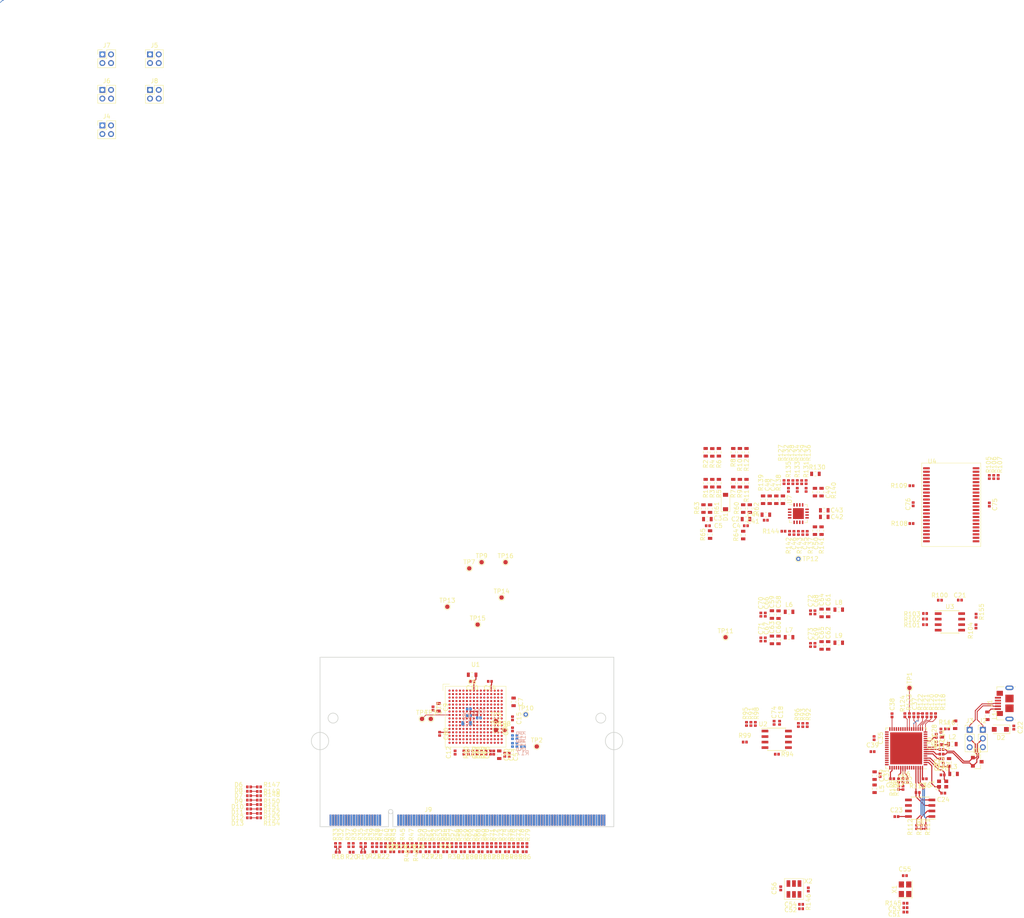
<source format=kicad_pcb>
(kicad_pcb (version 20171130) (host pcbnew 5.0.0-fee4fd1~65~ubuntu18.04.1)
  (title_block (title "Project X") (rev Draft) (company "Devtank Ltd"))
  (layers (0 F.Cu signal) (1 In1.Cu signal) (2 In2.Cu signal) (3 In3.Cu signal) (4 In4.Cu signal) (31 B.Cu signal) (34 B.Paste user) (35 F.Paste user) (36 B.SilkS user) (37 F.SilkS user) (38 B.Mask user) (39 F.Mask user) (44 Edge.Cuts user))
  (net 0 "")
  (net 1 "Net-(C1-Pad1)")
  (net 2 GND)
  (net 3 "Net-(C2-Pad1)")
  (net 4 /iCE40_FPGA_Module/FPGA_GNDPLL1)
  (net 5 "Net-(C3-Pad1)")
  (net 6 /iCE40_FPGA_Module/FPGA_GNDPLL0)
  (net 7 /iCE40_FPGA_Module/VCCIO_0_REFIN)
  (net 8 /iCE40_FPGA_Module/VCCIO_1_REFIN)
  (net 9 /iCE40_FPGA_Module/VCCIO_2_REFIN)
  (net 10 /iCE40_FPGA_Module/VCCIO_3_REFIN)
  (net 11 /+3V3)
  (net 12 /Parallel_SRAM/FLASH_~HOLD)
  (net 13 "Net-(C22-Pad2)")
  (net 14 "Net-(C24-Pad2)")
  (net 15 "Net-(C26-Pad2)")
  (net 16 "Net-(C27-Pad1)")
  (net 17 "Net-(C28-Pad2)")
  (net 18 1V8_REG)
  (net 19 "Net-(C32-Pad1)")
  (net 20 "Net-(C34-Pad2)")
  (net 21 "Net-(C37-Pad1)")
  (net 22 "Net-(C41-Pad1)")
  (net 23 "Net-(C45-Pad2)")
  (net 24 "Net-(C46-Pad2)")
  (net 25 "Net-(C47-Pad2)")
  (net 26 "Net-(C48-Pad2)")
  (net 27 "Net-(C49-Pad2)")
  (net 28 "Net-(C50-Pad2)")
  (net 29 /XTAL1_CL2)
  (net 30 /XTAL1_CLK)
  (net 31 /+1V0)
  (net 32 /+1V8)
  (net 33 /+2V5)
  (net 34 "Net-(D3-Pad1)")
  (net 35 "Net-(D3-Pad2)")
  (net 36 "Net-(D4-Pad1)")
  (net 37 "Net-(D4-Pad2)")
  (net 38 "Net-(D5-Pad1)")
  (net 39 "Net-(D5-Pad2)")
  (net 40 /Xtal_Bias_Test/LED1)
  (net 41 "Net-(D6-Pad2)")
  (net 42 /Xtal_Bias_Test/LED2)
  (net 43 "Net-(D7-Pad2)")
  (net 44 /Xtal_Bias_Test/LED3)
  (net 45 "Net-(D8-Pad2)")
  (net 46 /Xtal_Bias_Test/LED4)
  (net 47 "Net-(D9-Pad2)")
  (net 48 /Xtal_Bias_Test/LED5)
  (net 49 "Net-(D10-Pad2)")
  (net 50 /Xtal_Bias_Test/LED6)
  (net 51 "Net-(D11-Pad2)")
  (net 52 /Xtal_Bias_Test/LED7)
  (net 53 "Net-(D12-Pad2)")
  (net 54 /Xtal_Bias_Test/LED8)
  (net 55 "Net-(D13-Pad2)")
  (net 56 /EXT_USB_D-)
  (net 57 /EXT_USB_D+)
  (net 58 /FT_MISO)
  (net 59 /FLASH_MOSI)
  (net 60 /EXT_SPI_MIS0)
  (net 61 /Xtal_Bias_Test/iCE_SPI_DATA1)
  (net 62 /FT_MOSI)
  (net 63 /FLASH_MISO)
  (net 64 /EXT_SPI_MOSI)
  (net 65 /Xtal_Bias_Test/iCE_SPI_DATA2)
  (net 66 /FT_SCK)
  (net 67 /FLASH_SCK)
  (net 68 /EXT_SPI_SCK)
  (net 69 /FPGA_SCK)
  (net 70 /FT_SS)
  (net 71 /FLASH_SS)
  (net 72 /EXT_SPI_SS)
  (net 73 /FPGA_SS)
  (net 74 /FPGA_MISO)
  (net 75 /FPGA_MOSI)
  (net 76 "Net-(R13-Pad1)")
  (net 77 /CDONE)
  (net 78 /CRST)
  (net 79 /RST)
  (net 80 /DP1-)
  (net 81 /DP1+)
  (net 82 /DP2-)
  (net 83 /DP2+)
  (net 84 /DP3-)
  (net 85 /DP3+)
  (net 86 /DP4-)
  (net 87 /DP4+)
  (net 88 /DP5-)
  (net 89 /DP5+)
  (net 90 /DP6-)
  (net 91 /DP6+)
  (net 92 /DP7-)
  (net 93 /DP7+)
  (net 94 /DP8-)
  (net 95 /DP8+)
  (net 96 /DP9-)
  (net 97 /DP9+)
  (net 98 /DP10-)
  (net 99 /DP10+)
  (net 100 /DP11-)
  (net 101 /DP11+)
  (net 102 /DP12-)
  (net 103 /DP12+)
  (net 104 /DPCK+)
  (net 105 /DPCK-)
  (net 106 /DP13+)
  (net 107 /DP13-)
  (net 108 /iCE40_FPGA_Module/1V2_IN)
  (net 109 /iCE40_FPGA_Module/FPGA_VCCPLL1)
  (net 110 /iCE40_FPGA_Module/FPGA_VCCPLL0)
  (net 111 /DP14-)
  (net 112 /DP14+)
  (net 113 /DP15-)
  (net 114 /DP15+)
  (net 115 /DP16-)
  (net 116 /DP16+)
  (net 117 /SRAM_16bit/FLASH_MISO)
  (net 118 /SRAM_16bit/FLASH_MOSI)
  (net 119 /SRAM_16bit/FLASH_SCK)
  (net 120 "Net-(R95-Pad2)")
  (net 121 FLASH_~HOLD)
  (net 122 /SRAM_16bit/FLASH_SS)
  (net 123 FLASH_~WP)
  (net 124 /Parallel_SRAM/FLASH_~CS)
  (net 125 /Parallel_SRAM/FLASH_CLK)
  (net 126 /Parallel_SRAM/~OE)
  (net 127 /Parallel_SRAM/~BHE)
  (net 128 /Parallel_SRAM/~BLE)
  (net 129 /Parallel_SRAM/~WE)
  (net 130 /Parallel_SRAM/~CE)
  (net 131 "Net-(R110-Pad2)")
  (net 132 "Net-(R112-Pad2)")
  (net 133 "Net-(R113-Pad1)")
  (net 134 "Net-(R114-Pad1)")
  (net 135 "Net-(R115-Pad1)")
  (net 136 "Net-(R117-Pad2)")
  (net 137 "Net-(R118-Pad2)")
  (net 138 "Net-(R119-Pad2)")
  (net 139 "Net-(R120-Pad2)")
  (net 140 "Net-(R121-Pad2)")
  (net 141 "Net-(R122-Pad2)")
  (net 142 "Net-(R123-Pad2)")
  (net 143 "Net-(R124-Pad2)")
  (net 144 "Net-(R127-Pad1)")
  (net 145 /Xtal_Bias_Test/LDO_EN1)
  (net 146 "Net-(R128-Pad1)")
  (net 147 /Xtal_Bias_Test/LDO_EN2)
  (net 148 "Net-(R129-Pad1)")
  (net 149 /Xtal_Bias_Test/LDO_EN3)
  (net 150 /USB_FTDI/+5V0_USB)
  (net 151 "Net-(R143-Pad1)")
  (net 152 "Net-(R143-Pad2)")
  (net 153 /Xtal_Bias_Test/XTAL2_EN)
  (net 154 /Xtal_Bias_Test/XTAL1_EN)
  (net 155 "Net-(TP3-Pad1)")
  (net 156 "Net-(TP4-Pad1)")
  (net 157 "Net-(TP9-Pad1)")
  (net 158 "Net-(TP10-Pad1)")
  (net 159 "Net-(J1-Pad1)")
  (net 160 "Net-(J1-Pad4)")
  (net 161 1V2_EXT_IN)
  (net 162 1V8EXT_IN)
  (net 163 2V5_EXT_IN)
  (net 164 3V3_EXT_IN)
  (net 165 /Parallel_SRAM/FLASH_DO)
  (net 166 /Parallel_SRAM/FLASH_DI)
  (net 167 "Net-(U5-Pad7)")
  (net 168 "Net-(U6-Pad22)")
  (net 169 "Net-(U6-Pad26)")
  (net 170 "Net-(U6-Pad27)")
  (net 171 "Net-(U6-Pad28)")
  (net 172 "Net-(U6-Pad29)")
  (net 173 "Net-(U6-Pad30)")
  (net 174 "Net-(U6-Pad32)")
  (net 175 "Net-(U6-Pad33)")
  (net 176 "Net-(U6-Pad34)")
  (net 177 "Net-(U6-Pad36)")
  (net 178 /USB_FTDI/FTDI_UART_TXD)
  (net 179 /USB_FTDI/FTDI_UART_RXD)
  (net 180 /USB_FTDI/FTDI_UART_~RTS)
  (net 181 /USB_FTDI/FTDI_UART_~CTS)
  (net 182 "Net-(U6-Pad43)")
  (net 183 "Net-(U6-Pad44)")
  (net 184 "Net-(U6-Pad45)")
  (net 185 "Net-(U6-Pad46)")
  (net 186 /USB_FTDI/FTDI_UART_TXEN)
  (net 187 "Net-(U6-Pad52)")
  (net 188 "Net-(U6-Pad53)")
  (net 189 "Net-(U6-Pad57)")
  (net 190 "Net-(U6-Pad58)")
  (net 191 "Net-(U6-Pad59)")
  (net 192 "Net-(U6-Pad60)")
  (net 193 "Net-(J9-Pad4)")
  (net 194 "Net-(J9-Pad6)")
  (net 195 "Net-(J9-Pad10)")
  (net 196 "Net-(J9-Pad12)")
  (net 197 "Net-(J9-Pad16)")
  (net 198 "Net-(J9-Pad18)")
  (net 199 "Net-(J9-Pad22)")
  (net 200 "Net-(J9-Pad24)")
  (net 201 "Net-(J9-Pad28)")
  (net 202 "Net-(J9-Pad30)")
  (net 203 "Net-(J9-Pad34)")
  (net 204 "Net-(J9-Pad36)")
  (net 205 "Net-(J9-Pad39)")
  (net 206 "Net-(J9-Pad40)")
  (net 207 "Net-(J9-Pad41)")
  (net 208 "Net-(J9-Pad42)")
  (net 209 "Net-(J9-Pad46)")
  (net 210 "Net-(J9-Pad48)")
  (net 211 "Net-(J9-Pad52)")
  (net 212 "Net-(J9-Pad54)")
  (net 213 "Net-(J9-Pad58)")
  (net 214 "Net-(J9-Pad60)")
  (net 215 "Net-(J9-Pad64)")
  (net 216 "Net-(J9-Pad66)")
  (net 217 "Net-(J9-Pad70)")
  (net 218 "Net-(J9-Pad72)")
  (net 219 "Net-(J9-Pad76)")
  (net 220 "Net-(J9-Pad78)")
  (net 221 "Net-(J9-Pad82)")
  (net 222 "Net-(J9-Pad84)")
  (net 223 "Net-(J9-Pad88)")
  (net 224 "Net-(J9-Pad90)")
  (net 225 "Net-(J9-Pad94)")
  (net 226 "Net-(J9-Pad96)")
  (net 227 "Net-(J9-Pad100)")
  (net 228 "Net-(J9-Pad102)")
  (net 229 "Net-(J9-Pad106)")
  (net 230 "Net-(J9-Pad108)")
  (net 231 "Net-(J9-Pad111)")
  (net 232 "Net-(J9-Pad112)")
  (net 233 "Net-(J9-Pad113)")
  (net 234 "Net-(J9-Pad114)")
  (net 235 "Net-(J9-Pad117)")
  (net 236 "Net-(J9-Pad118)")
  (net 237 "Net-(J9-Pad119)")
  (net 238 "Net-(J9-Pad120)")
  (net 239 "Net-(J9-Pad123)")
  (net 240 "Net-(J9-Pad124)")
  (net 241 "Net-(J9-Pad125)")
  (net 242 "Net-(J9-Pad126)")
  (net 243 "Net-(J9-Pad129)")
  (net 244 "Net-(J9-Pad130)")
  (net 245 "Net-(J9-Pad131)")
  (net 246 "Net-(J9-Pad132)")
  (net 247 "Net-(J9-Pad135)")
  (net 248 "Net-(J9-Pad136)")
  (net 249 "Net-(J9-Pad137)")
  (net 250 "Net-(J9-Pad138)")
  (net 251 "Net-(J9-Pad141)")
  (net 252 "Net-(J9-Pad142)")
  (net 253 "Net-(J9-Pad143)")
  (net 254 "Net-(J9-Pad144)")
  (net 255 "Net-(J9-Pad147)")
  (net 256 "Net-(J9-Pad148)")
  (net 257 "Net-(J9-Pad149)")
  (net 258 "Net-(J9-Pad150)")
  (net 259 "Net-(J9-Pad153)")
  (net 260 "Net-(J9-Pad154)")
  (net 261 "Net-(J9-Pad155)")
  (net 262 "Net-(J9-Pad156)")
  (net 263 "Net-(J9-Pad159)")
  (net 264 "Net-(J9-Pad160)")
  (net 265 "Net-(J9-Pad161)")
  (net 266 "Net-(J9-Pad162)")
  (net 267 "Net-(J9-Pad165)")
  (net 268 "Net-(J9-Pad166)")
  (net 269 "Net-(J9-Pad167)")
  (net 270 "Net-(J9-Pad168)")
  (net 271 "Net-(J9-Pad172)")
  (net 272 "Net-(J9-Pad174)")
  (net 273 1V8_EXT_IN)
  (net 274 "Net-(X2-Pad5)")
  (net 275 "Net-(X2-Pad2)")
  (net 276 "Net-(U1-PadA1)")
  (net 277 "Net-(U1-PadA2)")
  (net 278 "Net-(U1-PadA5)")
  (net 279 "Net-(U1-PadA6)")
  (net 280 "Net-(U1-PadA7)")
  (net 281 "Net-(U1-PadA9)")
  (net 282 "Net-(U1-PadA10)")
  (net 283 "Net-(U1-PadA11)")
  (net 284 "Net-(U1-PadA15)")
  (net 285 "Net-(U1-PadA16)")
  (net 286 "Net-(U1-PadB3)")
  (net 287 "Net-(U1-PadB4)")
  (net 288 "Net-(U1-PadB5)")
  (net 289 "Net-(U1-PadB6)")
  (net 290 "Net-(U1-PadB7)")
  (net 291 "Net-(U1-PadB8)")
  (net 292 "Net-(U1-PadC3)")
  (net 293 "Net-(U1-PadD3)")
  (net 294 "Net-(U1-PadC4)")
  (net 295 "Net-(U1-PadD4)")
  (net 296 "Net-(U1-PadC5)")
  (net 297 "Net-(U1-PadC6)")
  (net 298 "Net-(U1-PadC7)")
  (net 299 "Net-(U1-PadC8)")
  (net 300 "Net-(U1-PadD5)")
  (net 301 "Net-(U1-PadD6)")
  (net 302 "Net-(U1-PadD7)")
  (net 303 "Net-(U1-PadD8)")
  (net 304 "Net-(U1-PadE5)")
  (net 305 "Net-(U1-PadE6)")
  (net 306 "Net-(U1-PadC9)")
  (net 307 "Net-(U1-PadD9)")
  (net 308 "Net-(U1-PadE9)")
  (net 309 "Net-(U1-PadF9)")
  (net 310 "Net-(U1-PadE10)")
  (net 311 "Net-(U1-PadD10)")
  (net 312 "Net-(U1-PadC10)")
  (net 313 "Net-(U1-PadB10)")
  (net 314 "Net-(U1-PadB11)")
  (net 315 "Net-(U1-PadC11)")
  (net 316 "Net-(U1-PadD11)")
  (net 317 "Net-(U1-PadE11)")
  (net 318 "Net-(U1-PadF11)")
  (net 319 "Net-(U1-PadF12)")
  (net 320 "Net-(U1-PadD12)")
  (net 321 "Net-(U1-PadC12)")
  (net 322 "Net-(U1-PadB12)")
  (net 323 "Net-(U1-PadB13)")
  (net 324 "Net-(U1-PadC13)")
  (net 325 "Net-(U1-PadD13)")
  (net 326 "Net-(U1-PadE13)")
  (net 327 "Net-(U1-PadF13)")
  (net 328 "Net-(U1-PadF14)")
  (net 329 "Net-(U1-PadE14)")
  (net 330 "Net-(U1-PadD14)")
  (net 331 "Net-(U1-PadC14)")
  (net 332 "Net-(U1-PadB14)")
  (net 333 "Net-(U1-PadB15)")
  (net 334 "Net-(U1-PadD15)")
  (net 335 "Net-(U1-PadF15)")
  (net 336 "Net-(U1-PadF16)")
  (net 337 "Net-(U1-PadE16)")
  (net 338 "Net-(U1-PadD16)")
  (net 339 "Net-(U1-PadC16)")
  (net 340 "Net-(U1-PadB16)")
  (net 341 "Net-(U1-PadJ10)")
  (net 342 "Net-(U1-PadJ11)")
  (net 343 "Net-(U1-PadJ12)")
  (net 344 "Net-(U1-PadJ13)")
  (net 345 "Net-(U1-PadJ14)")
  (net 346 "Net-(U1-PadJ15)")
  (net 347 "Net-(U1-PadJ16)")
  (net 348 "Net-(U1-PadK16)")
  (net 349 "Net-(U1-PadK15)")
  (net 350 "Net-(U1-PadK14)")
  (net 351 "Net-(U1-PadK13)")
  (net 352 "Net-(U1-PadK12)")
  (net 353 "Net-(U1-PadK11)")
  (net 354 "Net-(U1-PadK9)")
  (net 355 "Net-(U1-PadL5)")
  (net 356 "Net-(U1-PadL9)")
  (net 357 "Net-(U1-PadL10)")
  (net 358 "Net-(U1-PadL11)")
  (net 359 "Net-(U1-PadL12)")
  (net 360 "Net-(U1-PadL13)")
  (net 361 "Net-(U1-PadL14)")
  (net 362 "Net-(U1-PadL16)")
  (net 363 "Net-(U1-PadM4)")
  (net 364 "Net-(U1-PadM5)")
  (net 365 "Net-(U1-PadM7)")
  (net 366 "Net-(U1-PadM8)")
  (net 367 "Net-(U1-PadM9)")
  (net 368 "Net-(U1-PadM11)")
  (net 369 "Net-(U1-PadM12)")
  (net 370 "Net-(U1-PadM13)")
  (net 371 "Net-(U1-PadM14)")
  (net 372 "Net-(U1-PadM15)")
  (net 373 "Net-(U1-PadM16)")
  (net 374 "Net-(U1-PadN3)")
  (net 375 "Net-(U1-PadN4)")
  (net 376 "Net-(U1-PadN5)")
  (net 377 "Net-(U1-PadN6)")
  (net 378 "Net-(U1-PadN7)")
  (net 379 "Net-(U1-PadN9)")
  (net 380 "Net-(U1-PadN10)")
  (net 381 "Net-(U1-PadN12)")
  (net 382 "Net-(U1-PadN14)")
  (net 383 "Net-(U1-PadN16)")
  (net 384 "Net-(U1-PadP1)")
  (net 385 "Net-(U1-PadP2)")
  (net 386 "Net-(U1-PadP4)")
  (net 387 "Net-(U1-PadP5)")
  (net 388 "Net-(U1-PadP6)")
  (net 389 "Net-(U1-PadP7)")
  (net 390 "Net-(U1-PadP8)")
  (net 391 "Net-(U1-PadP9)")
  (net 392 "Net-(U1-PadP10)")
  (net 393 "Net-(U1-PadP13)")
  (net 394 "Net-(U1-PadP14)")
  (net 395 "Net-(U1-PadP15)")
  (net 396 "Net-(U1-PadP16)")
  (net 397 /Parallel_SRAM/ADD_4)
  (net 398 /Parallel_SRAM/ADD_3)
  (net 399 /Parallel_SRAM/ADD_2)
  (net 400 /Parallel_SRAM/ADD_1)
  (net 401 /Parallel_SRAM/DATA_0)
  (net 402 /Parallel_SRAM/ADD_0)
  (net 403 /Parallel_SRAM/DATA_1)
  (net 404 /Parallel_SRAM/DATA_4)
  (net 405 /Parallel_SRAM/DATA_5)
  (net 406 /Parallel_SRAM/DATA_7)
  (net 407 /Parallel_SRAM/DATA_3)
  (net 408 /Parallel_SRAM/DATA_2)
  (net 409 /Parallel_SRAM/DATA_6)
  (net 410 /Parallel_SRAM/ADD_15)
  (net 411 /Parallel_SRAM/ADD_14)
  (net 412 /Parallel_SRAM/ADD_13)
  (net 413 /Parallel_SRAM/ADD_12)
  (net 414 "Net-(U4-Pad22)")
  (net 415 /Parallel_SRAM/DATA_8)
  (net 416 /Parallel_SRAM/DATA_9)
  (net 417 /Parallel_SRAM/DATA_10)
  (net 418 /Parallel_SRAM/DATA_11)
  (net 419 /Parallel_SRAM/ADD_5)
  (net 420 /Parallel_SRAM/ADD_7)
  (net 421 /Parallel_SRAM/ADD_6)
  (net 422 /Parallel_SRAM/DATA_14)
  (net 423 /Parallel_SRAM/DATA_13)
  (net 424 /Parallel_SRAM/DATA_15)
  (net 425 /Parallel_SRAM/DATA_12)
  (net 426 /Parallel_SRAM/ADD_10)
  (net 427 "Net-(U4-Pad28)")
  (net 428 /Parallel_SRAM/ADD_8)
  (net 429 /Parallel_SRAM/ADD_11)
  (net 430 /Parallel_SRAM/ADD_9)
  (net 431 "Net-(U4-Pad23)")
  (net 432 "Net-(U1-PadR1)")
  (net 433 "Net-(U1-PadR2)")
  (net 434 "Net-(U1-PadR3)")
  (net 435 "Net-(U1-PadR4)")
  (net 436 "Net-(U1-PadR5)")
  (net 437 "Net-(U1-PadR6)")
  (net 438 "Net-(U1-PadR9)")
  (net 439 "Net-(U1-PadR10)")
  (net 440 "Net-(U1-PadR14)")
  (net 441 "Net-(U1-PadR15)")
  (net 442 "Net-(U1-PadR16)")
  (net 443 "Net-(U1-PadT1)")
  (net 444 "Net-(U1-PadT2)")
  (net 445 "Net-(U1-PadT3)")
  (net 446 "Net-(U1-PadT5)")
  (net 447 "Net-(U1-PadT6)")
  (net 448 "Net-(U1-PadT7)")
  (net 449 "Net-(U1-PadT8)")
  (net 450 "Net-(U1-PadT9)")
  (net 451 "Net-(U1-PadT10)")
  (net 452 "Net-(U1-PadT11)")
  (net 453 "Net-(U1-PadT13)")
  (net 454 "Net-(U1-PadT14)")
  (net 455 "Net-(U1-PadT15)")
  (net 456 "Net-(U1-PadT16)")
  (net 457 "Net-(U1-PadG10)")
  (net 458 "Net-(U1-PadG11)")
  (net 459 "Net-(U1-PadH12)")
  (net 460 "Net-(U1-PadG12)")
  (net 461 "Net-(U1-PadG13)")
  (net 462 "Net-(U1-PadH13)")
  (net 463 "Net-(U1-PadH14)")
  (net 464 "Net-(U1-PadG14)")
  (net 465 "Net-(U1-PadG15)")
  (net 466 "Net-(U1-PadG16)")
  (net 467 "Net-(R111-Pad1)")
  (net 468 /Parallel_SRAM/FLASH_~WP)
  (net 469 "Net-(R72-Pad1)")
  (net 470 "Net-(R73-Pad1)")
  (net 471 "Net-(R74-Pad1)")
  (net 472 "Net-(R75-Pad1)")
  (net 473 "Net-(R76-Pad1)")
  (net 474 "Net-(R77-Pad1)")
  (net 475 "Net-(R78-Pad1)")
  (net 476 "Net-(R79-Pad1)")
  (net 477 /iCE40_FPGA_Module/D1-)
  (net 478 /iCE40_FPGA_Module/D1+)
  (net 479 /iCE40_FPGA_Module/D2-)
  (net 480 /iCE40_FPGA_Module/D2+)
  (net 481 /iCE40_FPGA_Module/D3-)
  (net 482 /iCE40_FPGA_Module/D3+)
  (net 483 /iCE40_FPGA_Module/D4-)
  (net 484 /iCE40_FPGA_Module/D5+)
  (net 485 /iCE40_FPGA_Module/D5-)
  (net 486 /iCE40_FPGA_Module/D6-)
  (net 487 /iCE40_FPGA_Module/D6+)
  (net 488 /iCE40_FPGA_Module/D7-)
  (net 489 /iCE40_FPGA_Module/D8-)
  (net 490 /iCE40_FPGA_Module/D8+)
  (net 491 /iCE40_FPGA_Module/D9-)
  (net 492 /iCE40_FPGA_Module/D9+)
  (net 493 /iCE40_FPGA_Module/D10-)
  (net 494 /iCE40_FPGA_Module/D10+)
  (net 495 /iCE40_FPGA_Module/D11-)
  (net 496 /iCE40_FPGA_Module/D11+)
  (net 497 /iCE40_FPGA_Module/D12-)
  (net 498 /iCE40_FPGA_Module/D12+)
  (net 499 /iCE40_FPGA_Module/DCK-)
  (net 500 /iCE40_FPGA_Module/DCK+)
  (net 501 /iCE40_FPGA_Module/D13-)
  (net 502 /iCE40_FPGA_Module/D13+)
  (net 503 /iCE40_FPGA_Module/D14-)
  (net 504 /iCE40_FPGA_Module/D14+)
  (net 505 /iCE40_FPGA_Module/D15-)
  (net 506 /iCE40_FPGA_Module/D15+)
  (net 507 /iCE40_FPGA_Module/D16-)
  (net 508 /iCE40_FPGA_Module/D16+)
  (net 509 /iCE40_FPGA_Module/D17-)
  (net 510 /iCE40_FPGA_Module/D17+)
  (net 511 /iCE40_FPGA_Module/D18-)
  (net 512 /iCE40_FPGA_Module/D18+)
  (net 513 /iCE40_FPGA_Module/D19-)
  (net 514 /iCE40_FPGA_Module/D19+)
  (net 515 /iCE40_FPGA_Module/D20-)
  (net 516 /iCE40_FPGA_Module/D20+)
  (net 517 /iCE40_FPGA_Module/D4+)
  (net 518 /iCE40_FPGA_Module/D7+)
  (net 519 /USB_FTDI/USB_D-)
  (net 520 /USB_FTDI/USB_D+)
  (module LED_SMD:LED_0402_1005Metric (layer F.Cu) (at 248.62 90.87 270)
    (fp_text reference D4 (at 0 -1.5 270) (layer F.SilkS))
    (fp_text value LED)
    (pad 1 smd rect (at -0.3875 0 270) (size 0.575 0.65) (layers F.Cu F.Paste F.Mask) (net 36 "Net-(D4-Pad1)"))
    (pad 2 smd rect (at 0.3875 0 270) (size 0.575 0.65) (layers F.Cu F.Paste F.Mask) (net 37 "Net-(D4-Pad2)"))
  )
  (module Capacitor_SMD:C_0402_1005Metric (layer F.Cu) (at 257.275 82.3525 90)
    (fp_text reference C30 (at 0 -1.5 90) (layer F.SilkS))
    (fp_text value 0.1uF)
    (pad 1 smd rect (at -0.3875 0 90) (size 0.575 0.65) (layers F.Cu F.Paste F.Mask) (net 16 "Net-(C27-Pad1)"))
    (pad 2 smd rect (at 0.3875 0 90) (size 0.575 0.65) (layers F.Cu F.Paste F.Mask) (net 2 GND))
  )
  (module Resistor_SMD:R_0402_1005Metric (layer F.Cu) (at 152.41 107.272 180)
    (fp_text reference R81 (at 0.0125 -1.18 180) (layer F.SilkS))
    (fp_text value 100)
    (pad 1 smd rect (at -0.3875 0 180) (size 0.575 0.65) (layers F.Cu F.Paste F.Mask) (net 114 /DP15+))
    (pad 2 smd rect (at 0.3875 0 180) (size 0.575 0.65) (layers F.Cu F.Paste F.Mask) (net 113 /DP15-))
  )
  (module Resistor_SMD:R_0402_1005Metric (layer F.Cu) (at 147.838 105.748 270)
    (fp_text reference R58 (at -2.3225 0.09 270) (layer F.SilkS))
    (fp_text value 150)
    (pad 1 smd rect (at -0.3875 0 270) (size 0.575 0.65) (layers F.Cu F.Paste F.Mask) (net 501 /iCE40_FPGA_Module/D13-))
    (pad 2 smd rect (at 0.3875 0 270) (size 0.575 0.65) (layers F.Cu F.Paste F.Mask) (net 107 /DP13-))
  )
  (module Resistor_SMD:R_0402_1005Metric (layer F.Cu) (at 134.63 105.748 270)
    (fp_text reference R45 (at -2.4375 0.15 270) (layer F.SilkS))
    (fp_text value 150)
    (pad 1 smd rect (at -0.3875 0 270) (size 0.575 0.65) (layers F.Cu F.Paste F.Mask) (net 518 /iCE40_FPGA_Module/D7+))
    (pad 2 smd rect (at 0.3875 0 270) (size 0.575 0.65) (layers F.Cu F.Paste F.Mask) (net 93 /DP7+))
  )
  (module Resistor_SMD:R_0402_1005Metric (layer F.Cu) (at 138.186 107.272)
    (fp_text reference R26 (at -0.0125 -1.15) (layer F.SilkS))
    (fp_text value 100)
    (pad 1 smd rect (at -0.3875 0) (size 0.575 0.65) (layers F.Cu F.Paste F.Mask) (net 96 /DP9-))
    (pad 2 smd rect (at 0.3875 0) (size 0.575 0.65) (layers F.Cu F.Paste F.Mask) (net 97 /DP9+))
  )
  (module Resistor_SMD:R_0402_1005Metric (layer F.Cu) (at 131.582 105.748 270)
    (fp_text reference R42 (at -2.4 -0.125 270) (layer F.SilkS))
    (fp_text value 150)
    (pad 1 smd rect (at -0.3875 0 270) (size 0.575 0.65) (layers F.Cu F.Paste F.Mask) (net 486 /iCE40_FPGA_Module/D6-))
    (pad 2 smd rect (at 0.3875 0 270) (size 0.575 0.65) (layers F.Cu F.Paste F.Mask) (net 90 /DP6-))
  )
  (module Resistor_SMD:R_0402_1005Metric (layer F.Cu) (at 158.506 107.272 180)
    (fp_text reference R84 (at 0.0175 -1.2 180) (layer F.SilkS))
    (fp_text value 100)
    (pad 1 smd rect (at -0.3875 0 180) (size 0.575 0.65) (layers F.Cu F.Paste F.Mask) (net 472 "Net-(R75-Pad1)"))
    (pad 2 smd rect (at 0.3875 0 180) (size 0.575 0.65) (layers F.Cu F.Paste F.Mask) (net 471 "Net-(R74-Pad1)"))
  )
  (module Resistor_SMD:R_0402_1005Metric (layer F.Cu) (at 156.474 107.272 180)
    (fp_text reference R83 (at -0.01 -1.18 180) (layer F.SilkS))
    (fp_text value 100)
    (pad 1 smd rect (at -0.3875 0 180) (size 0.575 0.65) (layers F.Cu F.Paste F.Mask) (net 470 "Net-(R73-Pad1)"))
    (pad 2 smd rect (at 0.3875 0 180) (size 0.575 0.65) (layers F.Cu F.Paste F.Mask) (net 469 "Net-(R72-Pad1)"))
  )
  (module Resistor_SMD:R_0402_1005Metric (layer F.Cu) (at 140.218 107.272)
    (fp_text reference R27 (at -0.0025 1.13) (layer F.SilkS))
    (fp_text value 100)
    (pad 1 smd rect (at -0.3875 0) (size 0.575 0.65) (layers F.Cu F.Paste F.Mask) (net 98 /DP10-))
    (pad 2 smd rect (at 0.3875 0) (size 0.575 0.65) (layers F.Cu F.Paste F.Mask) (net 99 /DP10+))
  )
  (module Resistor_SMD:R_0402_1005Metric (layer F.Cu) (at 142.25 107.272)
    (fp_text reference R28 (at 0.0025 1.14) (layer F.SilkS))
    (fp_text value 100)
    (pad 1 smd rect (at -0.3875 0) (size 0.575 0.65) (layers F.Cu F.Paste F.Mask) (net 100 /DP11-))
    (pad 2 smd rect (at 0.3875 0) (size 0.575 0.65) (layers F.Cu F.Paste F.Mask) (net 101 /DP11+))
  )
  (module Resistor_SMD:R_0402_1005Metric (layer F.Cu) (at 150.886 105.748 90)
    (fp_text reference R67 (at 2.3275 0.26 90) (layer F.SilkS))
    (fp_text value 150)
    (pad 1 smd rect (at -0.3875 0 90) (size 0.575 0.65) (layers F.Cu F.Paste F.Mask) (net 112 /DP14+))
    (pad 2 smd rect (at 0.3875 0 90) (size 0.575 0.65) (layers F.Cu F.Paste F.Mask) (net 504 /iCE40_FPGA_Module/D14+))
  )
  (module Resistor_SMD:R_0402_1005Metric (layer F.Cu) (at 138.694 105.748 270)
    (fp_text reference R49 (at -2.3525 0.105 270) (layer F.SilkS))
    (fp_text value 150)
    (pad 1 smd rect (at -0.3875 0 270) (size 0.575 0.65) (layers F.Cu F.Paste F.Mask) (net 492 /iCE40_FPGA_Module/D9+))
    (pad 2 smd rect (at 0.3875 0 270) (size 0.575 0.65) (layers F.Cu F.Paste F.Mask) (net 97 /DP9+))
  )
  (module Resistor_SMD:R_0402_1005Metric (layer F.Cu) (at 144.282 107.272)
    (fp_text reference R29 (at 0 -1.25) (layer F.SilkS))
    (fp_text value 100)
    (pad 1 smd rect (at -0.3875 0) (size 0.575 0.65) (layers F.Cu F.Paste F.Mask) (net 102 /DP12-))
    (pad 2 smd rect (at 0.3875 0) (size 0.575 0.65) (layers F.Cu F.Paste F.Mask) (net 103 /DP12+))
  )
  (module Resistor_SMD:R_0402_1005Metric (layer F.Cu) (at 145.806 105.748 270)
    (fp_text reference R57 (at -2.3475 0.07 270) (layer F.SilkS))
    (fp_text value 150)
    (pad 1 smd rect (at -0.3875 0 270) (size 0.575 0.65) (layers F.Cu F.Paste F.Mask) (net 500 /iCE40_FPGA_Module/DCK+))
    (pad 2 smd rect (at 0.3875 0 270) (size 0.575 0.65) (layers F.Cu F.Paste F.Mask) (net 105 /DPCK-))
  )
  (module Resistor_SMD:R_0402_1005Metric (layer F.Cu) (at 146.314 107.272 180)
    (fp_text reference R30 (at 0 -1.17 180) (layer F.SilkS))
    (fp_text value 100)
    (pad 1 smd rect (at -0.3875 0 180) (size 0.575 0.65) (layers F.Cu F.Paste F.Mask) (net 104 /DPCK+))
    (pad 2 smd rect (at 0.3875 0 180) (size 0.575 0.65) (layers F.Cu F.Paste F.Mask) (net 105 /DPCK-))
  )
  (module Resistor_SMD:R_0402_1005Metric (layer F.Cu) (at 148.346 107.272 180)
    (fp_text reference R31 (at 0 -1.2 180) (layer F.SilkS))
    (fp_text value 100)
    (pad 1 smd rect (at -0.3875 0 180) (size 0.575 0.65) (layers F.Cu F.Paste F.Mask) (net 106 /DP13+))
    (pad 2 smd rect (at 0.3875 0 180) (size 0.575 0.65) (layers F.Cu F.Paste F.Mask) (net 107 /DP13-))
  )
  (module Resistor_SMD:R_0402_1005Metric (layer F.Cu) (at 149.87 105.748 90)
    (fp_text reference R66 (at 2.3275 -0.04 90) (layer F.SilkS))
    (fp_text value 150)
    (pad 1 smd rect (at -0.3875 0 90) (size 0.575 0.65) (layers F.Cu F.Paste F.Mask) (net 111 /DP14-))
    (pad 2 smd rect (at 0.3875 0 90) (size 0.575 0.65) (layers F.Cu F.Paste F.Mask) (net 503 /iCE40_FPGA_Module/D14-))
  )
  (module Resistor_SMD:R_0402_1005Metric (layer F.Cu) (at 136.154 107.272)
    (fp_text reference R25 (at 0 -1.15) (layer F.SilkS))
    (fp_text value 100)
    (pad 1 smd rect (at -0.3875 0) (size 0.575 0.65) (layers F.Cu F.Paste F.Mask) (net 94 /DP8-))
    (pad 2 smd rect (at 0.3875 0) (size 0.575 0.65) (layers F.Cu F.Paste F.Mask) (net 95 /DP8+))
  )
  (module Resistor_SMD:R_0402_1005Metric (layer F.Cu) (at 134.122 107.272)
    (fp_text reference R24 (at -0.0125 -1.125) (layer F.SilkS))
    (fp_text value 100)
    (pad 1 smd rect (at -0.3875 0) (size 0.575 0.65) (layers F.Cu F.Paste F.Mask) (net 92 /DP7-))
    (pad 2 smd rect (at 0.3875 0) (size 0.575 0.65) (layers F.Cu F.Paste F.Mask) (net 93 /DP7+))
  )
  (module Resistor_SMD:R_0402_1005Metric (layer F.Cu) (at 163.078 105.748 90)
    (fp_text reference R79 (at 2.3375 0.2 90) (layer F.SilkS))
    (fp_text value 150)
    (pad 1 smd rect (at -0.3875 0 90) (size 0.575 0.65) (layers F.Cu F.Paste F.Mask) (net 476 "Net-(R79-Pad1)"))
    (pad 2 smd rect (at 0.3875 0 90) (size 0.575 0.65) (layers F.Cu F.Paste F.Mask) (net 516 /iCE40_FPGA_Module/D20+))
  )
  (module Resistor_SMD:R_0402_1005Metric (layer F.Cu) (at 160.538 107.272 180)
    (fp_text reference R85 (at 0.0025 -1.18 180) (layer F.SilkS))
    (fp_text value 100)
    (pad 1 smd rect (at -0.3875 0 180) (size 0.575 0.65) (layers F.Cu F.Paste F.Mask) (net 474 "Net-(R77-Pad1)"))
    (pad 2 smd rect (at 0.3875 0 180) (size 0.575 0.65) (layers F.Cu F.Paste F.Mask) (net 473 "Net-(R76-Pad1)"))
  )
  (module Resistor_SMD:R_0402_1005Metric (layer F.Cu) (at 155.966 105.748 90)
    (fp_text reference R72 (at 2.3325 -0.1 90) (layer F.SilkS))
    (fp_text value 150)
    (pad 1 smd rect (at -0.3875 0 90) (size 0.575 0.65) (layers F.Cu F.Paste F.Mask) (net 469 "Net-(R72-Pad1)"))
    (pad 2 smd rect (at 0.3875 0 90) (size 0.575 0.65) (layers F.Cu F.Paste F.Mask) (net 509 /iCE40_FPGA_Module/D17-))
  )
  (module Resistor_SMD:R_0402_1005Metric (layer F.Cu) (at 130.566 105.748 270)
    (fp_text reference R40 (at -2.4125 -0.225 270) (layer F.SilkS))
    (fp_text value 150)
    (pad 1 smd rect (at -0.3875 0 270) (size 0.575 0.65) (layers F.Cu F.Paste F.Mask) (net 485 /iCE40_FPGA_Module/D5-))
    (pad 2 smd rect (at 0.3875 0 270) (size 0.575 0.65) (layers F.Cu F.Paste F.Mask) (net 88 /DP5-))
  )
  (module Resistor_SMD:R_0402_1005Metric (layer F.Cu) (at 159.014 105.748 90)
    (fp_text reference R75 (at 2.3375 0.28 90) (layer F.SilkS))
    (fp_text value 150)
    (pad 1 smd rect (at -0.3875 0 90) (size 0.575 0.65) (layers F.Cu F.Paste F.Mask) (net 472 "Net-(R75-Pad1)"))
    (pad 2 smd rect (at 0.3875 0 90) (size 0.575 0.65) (layers F.Cu F.Paste F.Mask) (net 512 /iCE40_FPGA_Module/D18+))
  )
  (module Resistor_SMD:R_0402_1005Metric (layer F.Cu) (at 154.442 107.272 180)
    (fp_text reference R82 (at 0.0125 -1.17 180) (layer F.SilkS))
    (fp_text value 100)
    (pad 1 smd rect (at -0.3875 0 180) (size 0.575 0.65) (layers F.Cu F.Paste F.Mask) (net 116 /DP16+))
    (pad 2 smd rect (at 0.3875 0 180) (size 0.575 0.65) (layers F.Cu F.Paste F.Mask) (net 115 /DP16-))
  )
  (module Resistor_SMD:R_0402_1005Metric (layer F.Cu) (at 128.534 105.748 270)
    (fp_text reference R38 (at -2.4375 -0.175 270) (layer F.SilkS))
    (fp_text value 150)
    (pad 1 smd rect (at -0.3875 0 270) (size 0.575 0.65) (layers F.Cu F.Paste F.Mask) (net 483 /iCE40_FPGA_Module/D4-))
    (pad 2 smd rect (at 0.3875 0 270) (size 0.575 0.65) (layers F.Cu F.Paste F.Mask) (net 86 /DP4-))
  )
  (module Resistor_SMD:R_0402_1005Metric (layer F.Cu) (at 139.71 105.748 270)
    (fp_text reference R50 (at -2.35 0.08 270) (layer F.SilkS))
    (fp_text value 150)
    (pad 1 smd rect (at -0.3875 0 270) (size 0.575 0.65) (layers F.Cu F.Paste F.Mask) (net 493 /iCE40_FPGA_Module/D10-))
    (pad 2 smd rect (at 0.3875 0 270) (size 0.575 0.65) (layers F.Cu F.Paste F.Mask) (net 98 /DP10-))
  )
  (module Resistor_SMD:R_0402_1005Metric (layer F.Cu) (at 127.518 105.748 270)
    (fp_text reference R39 (at -2.4375 0.125 270) (layer F.SilkS))
    (fp_text value 150)
    (pad 1 smd rect (at -0.3875 0 270) (size 0.575 0.65) (layers F.Cu F.Paste F.Mask) (net 517 /iCE40_FPGA_Module/D4+))
    (pad 2 smd rect (at 0.3875 0 270) (size 0.575 0.65) (layers F.Cu F.Paste F.Mask) (net 87 /DP4+))
  )
  (module Resistor_SMD:R_0402_1005Metric (layer F.Cu) (at 154.95 105.748 90)
    (fp_text reference R71 (at 2.3725 0.21 90) (layer F.SilkS))
    (fp_text value 150)
    (pad 1 smd rect (at -0.3875 0 90) (size 0.575 0.65) (layers F.Cu F.Paste F.Mask) (net 116 /DP16+))
    (pad 2 smd rect (at 0.3875 0 90) (size 0.575 0.65) (layers F.Cu F.Paste F.Mask) (net 508 /iCE40_FPGA_Module/D16+))
  )
  (module Resistor_SMD:R_0402_1005Metric (layer F.Cu) (at 142.758 105.748 270)
    (fp_text reference R53 (at -2.3725 -0.21 270) (layer F.SilkS))
    (fp_text value 150)
    (pad 1 smd rect (at -0.3875 0 270) (size 0.575 0.65) (layers F.Cu F.Paste F.Mask) (net 496 /iCE40_FPGA_Module/D11+))
    (pad 2 smd rect (at 0.3875 0 270) (size 0.575 0.65) (layers F.Cu F.Paste F.Mask) (net 101 /DP11+))
  )
  (module Resistor_SMD:R_0402_1005Metric (layer F.Cu) (at 136.662 105.748 270)
    (fp_text reference R47 (at -2.4125 0.15 270) (layer F.SilkS))
    (fp_text value 150)
    (pad 1 smd rect (at -0.3875 0 270) (size 0.575 0.65) (layers F.Cu F.Paste F.Mask) (net 490 /iCE40_FPGA_Module/D8+))
    (pad 2 smd rect (at 0.3875 0 270) (size 0.575 0.65) (layers F.Cu F.Paste F.Mask) (net 95 /DP8+))
  )
  (module Resistor_SMD:R_0402_1005Metric (layer F.Cu) (at 161.046 105.748 90)
    (fp_text reference R77 (at 2.3225 0.17 90) (layer F.SilkS))
    (fp_text value 150)
    (pad 1 smd rect (at -0.3875 0 90) (size 0.575 0.65) (layers F.Cu F.Paste F.Mask) (net 474 "Net-(R77-Pad1)"))
    (pad 2 smd rect (at 0.3875 0 90) (size 0.575 0.65) (layers F.Cu F.Paste F.Mask) (net 514 /iCE40_FPGA_Module/D19+))
  )
  (module Resistor_SMD:R_0402_1005Metric (layer F.Cu) (at 146.822 105.748 270)
    (fp_text reference R56 (at -2.3425 -0.16 270) (layer F.SilkS))
    (fp_text value 150)
    (pad 1 smd rect (at -0.3875 0 270) (size 0.575 0.65) (layers F.Cu F.Paste F.Mask) (net 499 /iCE40_FPGA_Module/DCK-))
    (pad 2 smd rect (at 0.3875 0 270) (size 0.575 0.65) (layers F.Cu F.Paste F.Mask) (net 104 /DPCK+))
  )
  (module Resistor_SMD:R_0402_1005Metric (layer F.Cu) (at 132.09 107.272)
    (fp_text reference R23 (at 0 -1.125) (layer F.SilkS))
    (fp_text value 100)
    (pad 1 smd rect (at -0.3875 0) (size 0.575 0.65) (layers F.Cu F.Paste F.Mask) (net 90 /DP6-))
    (pad 2 smd rect (at 0.3875 0) (size 0.575 0.65) (layers F.Cu F.Paste F.Mask) (net 91 /DP6+))
  )
  (module Resistor_SMD:R_0402_1005Metric (layer F.Cu) (at 143.774 105.748 270)
    (fp_text reference R54 (at -2.3825 -0.2 270) (layer F.SilkS))
    (fp_text value 150)
    (pad 1 smd rect (at -0.3875 0 270) (size 0.575 0.65) (layers F.Cu F.Paste F.Mask) (net 497 /iCE40_FPGA_Module/D12-))
    (pad 2 smd rect (at 0.3875 0 270) (size 0.575 0.65) (layers F.Cu F.Paste F.Mask) (net 102 /DP12-))
  )
  (module Resistor_SMD:R_0402_1005Metric (layer F.Cu) (at 160.03 105.748 90)
    (fp_text reference R76 (at 2.3175 -0.13 90) (layer F.SilkS))
    (fp_text value 150)
    (pad 1 smd rect (at -0.3875 0 90) (size 0.575 0.65) (layers F.Cu F.Paste F.Mask) (net 473 "Net-(R76-Pad1)"))
    (pad 2 smd rect (at 0.3875 0 90) (size 0.575 0.65) (layers F.Cu F.Paste F.Mask) (net 513 /iCE40_FPGA_Module/D19-))
  )
  (module Resistor_SMD:R_0402_1005Metric (layer F.Cu) (at 144.79 105.748 270)
    (fp_text reference R55 (at -2.3825 0.09 270) (layer F.SilkS))
    (fp_text value 150)
    (pad 1 smd rect (at -0.3875 0 270) (size 0.575 0.65) (layers F.Cu F.Paste F.Mask) (net 498 /iCE40_FPGA_Module/D12+))
    (pad 2 smd rect (at 0.3875 0 270) (size 0.575 0.65) (layers F.Cu F.Paste F.Mask) (net 103 /DP12+))
  )
  (module Resistor_SMD:R_0402_1005Metric (layer F.Cu) (at 157.998 105.748 90)
    (fp_text reference R74 (at 2.3575 -0.01 90) (layer F.SilkS))
    (fp_text value 150)
    (pad 1 smd rect (at -0.3875 0 90) (size 0.575 0.65) (layers F.Cu F.Paste F.Mask) (net 471 "Net-(R74-Pad1)"))
    (pad 2 smd rect (at 0.3875 0 90) (size 0.575 0.65) (layers F.Cu F.Paste F.Mask) (net 511 /iCE40_FPGA_Module/D18-))
  )
  (module Resistor_SMD:R_0402_1005Metric (layer F.Cu) (at 129.55 105.748 270)
    (fp_text reference R41 (at -2.4125 0.125 270) (layer F.SilkS))
    (fp_text value 150)
    (pad 1 smd rect (at -0.3875 0 270) (size 0.575 0.65) (layers F.Cu F.Paste F.Mask) (net 484 /iCE40_FPGA_Module/D5+))
    (pad 2 smd rect (at 0.3875 0 270) (size 0.575 0.65) (layers F.Cu F.Paste F.Mask) (net 89 /DP5+))
  )
  (module Resistor_SMD:R_0402_1005Metric (layer F.Cu) (at 141.742 105.748 270)
    (fp_text reference R52 (at -2.38 0.09 270) (layer F.SilkS))
    (fp_text value 150)
    (pad 1 smd rect (at -0.3875 0 270) (size 0.575 0.65) (layers F.Cu F.Paste F.Mask) (net 495 /iCE40_FPGA_Module/D11-))
    (pad 2 smd rect (at 0.3875 0 270) (size 0.575 0.65) (layers F.Cu F.Paste F.Mask) (net 100 /DP11-))
  )
  (module Resistor_SMD:R_0402_1005Metric (layer F.Cu) (at 137.678 105.748 270)
    (fp_text reference R48 (at 2.3675 0.15 270) (layer F.SilkS))
    (fp_text value 150)
    (pad 1 smd rect (at -0.3875 0 270) (size 0.575 0.65) (layers F.Cu F.Paste F.Mask) (net 491 /iCE40_FPGA_Module/D9-))
    (pad 2 smd rect (at 0.3875 0 270) (size 0.575 0.65) (layers F.Cu F.Paste F.Mask) (net 96 /DP9-))
  )
  (module Resistor_SMD:R_0402_1005Metric (layer F.Cu) (at 148.854 105.748 270)
    (fp_text reference R59 (at -2.33 -0.22 270) (layer F.SilkS))
    (fp_text value 150)
    (pad 1 smd rect (at -0.3875 0 270) (size 0.575 0.65) (layers F.Cu F.Paste F.Mask) (net 502 /iCE40_FPGA_Module/D13+))
    (pad 2 smd rect (at 0.3875 0 270) (size 0.575 0.65) (layers F.Cu F.Paste F.Mask) (net 106 /DP13+))
  )
  (module Resistor_SMD:R_0402_1005Metric (layer F.Cu) (at 156.982 105.748 90)
    (fp_text reference R73 (at 2.34 0.21 90) (layer F.SilkS))
    (fp_text value 150)
    (pad 1 smd rect (at -0.3875 0 90) (size 0.575 0.65) (layers F.Cu F.Paste F.Mask) (net 470 "Net-(R73-Pad1)"))
    (pad 2 smd rect (at 0.3875 0 90) (size 0.575 0.65) (layers F.Cu F.Paste F.Mask) (net 510 /iCE40_FPGA_Module/D17+))
  )
  (module Resistor_SMD:R_0402_1005Metric (layer F.Cu) (at 128.026 107.272 180)
    (fp_text reference R21 (at 0 -1.05 180) (layer F.SilkS))
    (fp_text value 100)
    (pad 1 smd rect (at -0.3875 0 180) (size 0.575 0.65) (layers F.Cu F.Paste F.Mask) (net 86 /DP4-))
    (pad 2 smd rect (at 0.3875 0 180) (size 0.575 0.65) (layers F.Cu F.Paste F.Mask) (net 87 /DP4+))
  )
  (module Resistor_SMD:R_0402_1005Metric (layer F.Cu) (at 151.902 105.748 90)
    (fp_text reference R68 (at 2.34 0 90) (layer F.SilkS))
    (fp_text value 150)
    (pad 1 smd rect (at -0.3875 0 90) (size 0.575 0.65) (layers F.Cu F.Paste F.Mask) (net 113 /DP15-))
    (pad 2 smd rect (at 0.3875 0 90) (size 0.575 0.65) (layers F.Cu F.Paste F.Mask) (net 505 /iCE40_FPGA_Module/D15-))
  )
  (module Resistor_SMD:R_0402_1005Metric (layer F.Cu) (at 140.726 105.748 90)
    (fp_text reference R51 (at 2.3275 0.18 90) (layer F.SilkS))
    (fp_text value 150)
    (pad 1 smd rect (at -0.3875 0 90) (size 0.575 0.65) (layers F.Cu F.Paste F.Mask) (net 494 /iCE40_FPGA_Module/D10+))
    (pad 2 smd rect (at 0.3875 0 90) (size 0.575 0.65) (layers F.Cu F.Paste F.Mask) (net 99 /DP10+))
  )
  (module Resistor_SMD:R_0402_1005Metric (layer F.Cu) (at 130.058 107.272 180)
    (fp_text reference R22 (at -0.0125 -1.125 180) (layer F.SilkS))
    (fp_text value 100)
    (pad 1 smd rect (at -0.3875 0 180) (size 0.575 0.65) (layers F.Cu F.Paste F.Mask) (net 88 /DP5-))
    (pad 2 smd rect (at 0.3875 0 180) (size 0.575 0.65) (layers F.Cu F.Paste F.Mask) (net 89 /DP5+))
  )
  (module Resistor_SMD:R_0402_1005Metric (layer F.Cu) (at 153.934 105.748 90)
    (fp_text reference R70 (at 2.3725 -0.1 90) (layer F.SilkS))
    (fp_text value 150)
    (pad 1 smd rect (at -0.3875 0 90) (size 0.575 0.65) (layers F.Cu F.Paste F.Mask) (net 115 /DP16-))
    (pad 2 smd rect (at 0.3875 0 90) (size 0.575 0.65) (layers F.Cu F.Paste F.Mask) (net 507 /iCE40_FPGA_Module/D16-))
  )
  (module Resistor_SMD:R_0402_1005Metric (layer F.Cu) (at 152.918 105.748 90)
    (fp_text reference R69 (at 2.3475 0.31 90) (layer F.SilkS))
    (fp_text value 150)
    (pad 1 smd rect (at -0.3875 0 90) (size 0.575 0.65) (layers F.Cu F.Paste F.Mask) (net 114 /DP15+))
    (pad 2 smd rect (at 0.3875 0 90) (size 0.575 0.65) (layers F.Cu F.Paste F.Mask) (net 506 /iCE40_FPGA_Module/D15+))
  )
  (module Resistor_SMD:R_0402_1005Metric (layer F.Cu) (at 162.062 105.748 90)
    (fp_text reference R78 (at 2.3375 -0.11 90) (layer F.SilkS))
    (fp_text value 150)
    (pad 1 smd rect (at -0.3875 0 90) (size 0.575 0.65) (layers F.Cu F.Paste F.Mask) (net 475 "Net-(R78-Pad1)"))
    (pad 2 smd rect (at 0.3875 0 90) (size 0.575 0.65) (layers F.Cu F.Paste F.Mask) (net 515 /iCE40_FPGA_Module/D20-))
  )
  (module Resistor_SMD:R_0402_1005Metric (layer F.Cu) (at 135.646 105.748 270)
    (fp_text reference R46 (at 2.4125 0.2 270) (layer F.SilkS))
    (fp_text value 150)
    (pad 1 smd rect (at -0.3875 0 270) (size 0.575 0.65) (layers F.Cu F.Paste F.Mask) (net 489 /iCE40_FPGA_Module/D8-))
    (pad 2 smd rect (at 0.3875 0 270) (size 0.575 0.65) (layers F.Cu F.Paste F.Mask) (net 94 /DP8-))
  )
  (module Resistor_SMD:R_0402_1005Metric (layer F.Cu) (at 162.57 107.272 180)
    (fp_text reference R86 (at -0.02 -1.19 180) (layer F.SilkS))
    (fp_text value 100)
    (pad 1 smd rect (at -0.3875 0 180) (size 0.575 0.65) (layers F.Cu F.Paste F.Mask) (net 476 "Net-(R79-Pad1)"))
    (pad 2 smd rect (at 0.3875 0 180) (size 0.575 0.65) (layers F.Cu F.Paste F.Mask) (net 475 "Net-(R78-Pad1)"))
  )
  (module Resistor_SMD:R_0402_1005Metric (layer F.Cu) (at 132.598 105.748 270)
    (fp_text reference R43 (at -2.4125 0.175 270) (layer F.SilkS))
    (fp_text value 150)
    (pad 1 smd rect (at -0.3875 0 270) (size 0.575 0.65) (layers F.Cu F.Paste F.Mask) (net 487 /iCE40_FPGA_Module/D6+))
    (pad 2 smd rect (at 0.3875 0 270) (size 0.575 0.65) (layers F.Cu F.Paste F.Mask) (net 91 /DP6+))
  )
  (module Resistor_SMD:R_0402_1005Metric (layer F.Cu) (at 150.378 107.272 180)
    (fp_text reference R80 (at -0.0075 -1.2 180) (layer F.SilkS))
    (fp_text value 100)
    (pad 1 smd rect (at -0.3875 0 180) (size 0.575 0.65) (layers F.Cu F.Paste F.Mask) (net 112 /DP14+))
    (pad 2 smd rect (at 0.3875 0 180) (size 0.575 0.65) (layers F.Cu F.Paste F.Mask) (net 111 /DP14-))
  )
  (module TestPoint:TestPoint_Pad_D1.0mm (layer F.Cu) (at 140.97 76.708)
    (fp_text reference TP3 (at 0 -1.448) (layer F.SilkS))
    (fp_text value Test_Point)
    (pad 1 smd circle (at 0 0) (size 1 1) (layers F.Cu F.Mask) (net 155 "Net-(TP3-Pad1)"))
  )
  (module TestPoint:TestPoint_Pad_D1.0mm (layer F.Cu) (at 138.938 76.708)
    (fp_text reference TP4 (at 0 -1.448) (layer F.SilkS))
    (fp_text value Test_Point)
    (pad 1 smd circle (at 0 0) (size 1 1) (layers F.Cu F.Mask) (net 156 "Net-(TP4-Pad1)"))
  )
  (module GTI_Footprint_Lib:BGA-256_12mmx12mm_Layout_14mmx14mm_P0.8mm_R0.5mm (layer F.Cu) (at 151.276 76.2)
    (fp_text reference U1 (at 0 -12) (layer F.SilkS))
    (fp_text value iCE40HX8_CT256)
    (pad A1 smd circle (at -6 -6) (size 0.5 0.5) (layers F.Cu F.Paste F.Mask) (net 276 "Net-(U1-PadA1)"))
    (pad A2 smd circle (at -5.2 -6) (size 0.5 0.5) (layers F.Cu F.Paste F.Mask) (net 277 "Net-(U1-PadA2)"))
    (pad A3 smd circle (at -4.4 -6) (size 0.5 0.5) (layers F.Cu F.Paste F.Mask) (net 7 /iCE40_FPGA_Module/VCCIO_0_REFIN))
    (pad A4 smd circle (at -3.6 -6) (size 0.5 0.5) (layers F.Cu F.Paste F.Mask) (net 2 GND))
    (pad A5 smd circle (at -2.8 -6) (size 0.5 0.5) (layers F.Cu F.Paste F.Mask) (net 278 "Net-(U1-PadA5)"))
    (pad A6 smd circle (at -2 -6) (size 0.5 0.5) (layers F.Cu F.Paste F.Mask) (net 279 "Net-(U1-PadA6)"))
    (pad A7 smd circle (at -1.2 -6) (size 0.5 0.5) (layers F.Cu F.Paste F.Mask) (net 280 "Net-(U1-PadA7)"))
    (pad A8 smd circle (at -0.4 -6) (size 0.5 0.5) (layers F.Cu F.Paste F.Mask) (net 7 /iCE40_FPGA_Module/VCCIO_0_REFIN))
    (pad A9 smd circle (at 0.4 -6) (size 0.5 0.5) (layers F.Cu F.Paste F.Mask) (net 281 "Net-(U1-PadA9)"))
    (pad A10 smd circle (at 1.2 -6) (size 0.5 0.5) (layers F.Cu F.Paste F.Mask) (net 282 "Net-(U1-PadA10)"))
    (pad A11 smd circle (at 2 -6) (size 0.5 0.5) (layers F.Cu F.Paste F.Mask) (net 283 "Net-(U1-PadA11)"))
    (pad A12 smd circle (at 2.8 -6) (size 0.5 0.5) (layers F.Cu F.Paste F.Mask) (net 2 GND))
    (pad A13 smd circle (at 3.6 -6) (size 0.5 0.5) (layers F.Cu F.Paste F.Mask) (net 7 /iCE40_FPGA_Module/VCCIO_0_REFIN))
    (pad A14 smd circle (at 4.4 -6) (size 0.5 0.5) (layers F.Cu F.Paste F.Mask) (net 108 /iCE40_FPGA_Module/1V2_IN))
    (pad A15 smd circle (at 5.2 -6) (size 0.5 0.5) (layers F.Cu F.Paste F.Mask) (net 284 "Net-(U1-PadA15)"))
    (pad A16 smd circle (at 6 -6) (size 0.5 0.5) (layers F.Cu F.Paste F.Mask) (net 285 "Net-(U1-PadA16)"))
    (pad B1 smd circle (at -6 -5.2) (size 0.5 0.5) (layers F.Cu F.Paste F.Mask) (net 480 /iCE40_FPGA_Module/D2+))
    (pad B2 smd circle (at -5.2 -5.2) (size 0.5 0.5) (layers F.Cu F.Paste F.Mask) (net 478 /iCE40_FPGA_Module/D1+))
    (pad B3 smd circle (at -4.4 -5.2) (size 0.5 0.5) (layers F.Cu F.Paste F.Mask) (net 286 "Net-(U1-PadB3)"))
    (pad B4 smd circle (at -3.6 -5.2) (size 0.5 0.5) (layers F.Cu F.Paste F.Mask) (net 287 "Net-(U1-PadB4)"))
    (pad B5 smd circle (at -2.8 -5.2) (size 0.5 0.5) (layers F.Cu F.Paste F.Mask) (net 288 "Net-(U1-PadB5)"))
    (pad B6 smd circle (at -2 -5.2) (size 0.5 0.5) (layers F.Cu F.Paste F.Mask) (net 289 "Net-(U1-PadB6)"))
    (pad B7 smd circle (at -1.2 -5.2) (size 0.5 0.5) (layers F.Cu F.Paste F.Mask) (net 290 "Net-(U1-PadB7)"))
    (pad B8 smd circle (at -0.4 -5.2) (size 0.5 0.5) (layers F.Cu F.Paste F.Mask) (net 291 "Net-(U1-PadB8)"))
    (pad C1 smd circle (at -6 -4.4) (size 0.5 0.5) (layers F.Cu F.Paste F.Mask) (net 481 /iCE40_FPGA_Module/D3-))
    (pad C2 smd circle (at -5.2 -4.4) (size 0.5 0.5) (layers F.Cu F.Paste F.Mask) (net 482 /iCE40_FPGA_Module/D3+))
    (pad C3 smd circle (at -4.4 -4.4) (size 0.5 0.5) (layers F.Cu F.Paste F.Mask) (net 292 "Net-(U1-PadC3)"))
    (pad D1 smd circle (at -6 -3.6) (size 0.5 0.5) (layers F.Cu F.Paste F.Mask) (net 484 /iCE40_FPGA_Module/D5+))
    (pad E1 smd circle (at -6 -2.8) (size 0.5 0.5) (layers F.Cu F.Paste F.Mask) (net 10 /iCE40_FPGA_Module/VCCIO_3_REFIN))
    (pad F1 smd circle (at -6 -2) (size 0.5 0.5) (layers F.Cu F.Paste F.Mask) (net 494 /iCE40_FPGA_Module/D10+))
    (pad G1 smd circle (at -6 -1.2) (size 0.5 0.5) (layers F.Cu F.Paste F.Mask) (net 499 /iCE40_FPGA_Module/DCK-))
    (pad H1 smd circle (at -6 -0.4) (size 0.5 0.5) (layers F.Cu F.Paste F.Mask) (net 156 "Net-(TP4-Pad1)"))
    (pad D2 smd circle (at -5.2 -3.6) (size 0.5 0.5) (layers F.Cu F.Paste F.Mask) (net 517 /iCE40_FPGA_Module/D4+))
    (pad E2 smd circle (at -5.2 -2.8) (size 0.5 0.5) (layers F.Cu F.Paste F.Mask) (net 518 /iCE40_FPGA_Module/D7+))
    (pad F2 smd circle (at -5.2 -2) (size 0.5 0.5) (layers F.Cu F.Paste F.Mask) (net 492 /iCE40_FPGA_Module/D9+))
    (pad G2 smd circle (at -5.2 -1.2) (size 0.5 0.5) (layers F.Cu F.Paste F.Mask) (net 496 /iCE40_FPGA_Module/D11+))
    (pad H2 smd circle (at -5.2 -0.4) (size 0.5 0.5) (layers F.Cu F.Paste F.Mask) (net 498 /iCE40_FPGA_Module/D12+))
    (pad D3 smd circle (at -4.4 -3.6) (size 0.5 0.5) (layers F.Cu F.Paste F.Mask) (net 293 "Net-(U1-PadD3)"))
    (pad E3 smd circle (at -4.4 -2.8) (size 0.5 0.5) (layers F.Cu F.Paste F.Mask) (net 487 /iCE40_FPGA_Module/D6+))
    (pad F3 smd circle (at -4.4 -2) (size 0.5 0.5) (layers F.Cu F.Paste F.Mask) (net 490 /iCE40_FPGA_Module/D8+))
    (pad G3 smd circle (at -4.4 -1.2) (size 0.5 0.5) (layers F.Cu F.Paste F.Mask) (net 489 /iCE40_FPGA_Module/D8-))
    (pad H3 smd circle (at -4.4 -0.4) (size 0.5 0.5) (layers F.Cu F.Paste F.Mask) (net 491 /iCE40_FPGA_Module/D9-))
    (pad C4 smd circle (at -3.6 -4.4) (size 0.5 0.5) (layers F.Cu F.Paste F.Mask) (net 294 "Net-(U1-PadC4)"))
    (pad D4 smd circle (at -3.6 -3.6) (size 0.5 0.5) (layers F.Cu F.Paste F.Mask) (net 295 "Net-(U1-PadD4)"))
    (pad E4 smd circle (at -3.6 -2.8) (size 0.5 0.5) (layers F.Cu F.Paste F.Mask) (net 477 /iCE40_FPGA_Module/D1-))
    (pad F4 smd circle (at -3.6 -2) (size 0.5 0.5) (layers F.Cu F.Paste F.Mask) (net 483 /iCE40_FPGA_Module/D4-))
    (pad G4 smd circle (at -3.6 -1.2) (size 0.5 0.5) (layers F.Cu F.Paste F.Mask) (net 486 /iCE40_FPGA_Module/D6-))
    (pad H4 smd circle (at -3.6 -0.4) (size 0.5 0.5) (layers F.Cu F.Paste F.Mask) (net 495 /iCE40_FPGA_Module/D11-))
    (pad C5 smd circle (at -2.8 -4.4) (size 0.5 0.5) (layers F.Cu F.Paste F.Mask) (net 296 "Net-(U1-PadC5)"))
    (pad C6 smd circle (at -2 -4.4) (size 0.5 0.5) (layers F.Cu F.Paste F.Mask) (net 297 "Net-(U1-PadC6)"))
    (pad C7 smd circle (at -1.2 -4.4) (size 0.5 0.5) (layers F.Cu F.Paste F.Mask) (net 298 "Net-(U1-PadC7)"))
    (pad C8 smd circle (at -0.4 -4.4) (size 0.5 0.5) (layers F.Cu F.Paste F.Mask) (net 299 "Net-(U1-PadC8)"))
    (pad D5 smd circle (at -2.8 -3.6) (size 0.5 0.5) (layers F.Cu F.Paste F.Mask) (net 300 "Net-(U1-PadD5)"))
    (pad D6 smd circle (at -2 -3.6) (size 0.5 0.5) (layers F.Cu F.Paste F.Mask) (net 301 "Net-(U1-PadD6)"))
    (pad D7 smd circle (at -1.2 -3.6) (size 0.5 0.5) (layers F.Cu F.Paste F.Mask) (net 302 "Net-(U1-PadD7)"))
    (pad D8 smd circle (at -0.4 -3.6) (size 0.5 0.5) (layers F.Cu F.Paste F.Mask) (net 303 "Net-(U1-PadD8)"))
    (pad E5 smd circle (at -2.8 -2.8) (size 0.5 0.5) (layers F.Cu F.Paste F.Mask) (net 304 "Net-(U1-PadE5)"))
    (pad E6 smd circle (at -2 -2.8) (size 0.5 0.5) (layers F.Cu F.Paste F.Mask) (net 305 "Net-(U1-PadE6)"))
    (pad E7 smd circle (at -1.2 -2.8) (size 0.5 0.5) (layers F.Cu F.Paste F.Mask) (net 4 /iCE40_FPGA_Module/FPGA_GNDPLL1))
    (pad E8 smd circle (at -0.4 -2.8) (size 0.5 0.5) (layers F.Cu F.Paste F.Mask) (net 109 /iCE40_FPGA_Module/FPGA_VCCPLL1))
    (pad F5 smd circle (at -2.8 -2) (size 0.5 0.5) (layers F.Cu F.Paste F.Mask) (net 479 /iCE40_FPGA_Module/D2-))
    (pad F6 smd circle (at -2 -2) (size 0.5 0.5) (layers F.Cu F.Paste F.Mask) (net 108 /iCE40_FPGA_Module/1V2_IN))
    (pad F7 smd circle (at -1.2 -2) (size 0.5 0.5) (layers F.Cu F.Paste F.Mask) (net 30 /XTAL1_CLK))
    (pad F8 smd circle (at -0.4 -2) (size 0.5 0.5) (layers F.Cu F.Paste F.Mask) (net 7 /iCE40_FPGA_Module/VCCIO_0_REFIN))
    (pad G5 smd circle (at -2.8 -1.2) (size 0.5 0.5) (layers F.Cu F.Paste F.Mask) (net 485 /iCE40_FPGA_Module/D5-))
    (pad G6 smd circle (at -2 -1.2) (size 0.5 0.5) (layers F.Cu F.Paste F.Mask) (net 10 /iCE40_FPGA_Module/VCCIO_3_REFIN))
    (pad G7 smd circle (at -1.2 -1.2) (size 0.5 0.5) (layers F.Cu F.Paste F.Mask) (net 2 GND))
    (pad G8 smd circle (at -0.4 -1.2) (size 0.5 0.5) (layers F.Cu F.Paste F.Mask) (net 2 GND))
    (pad H5 smd circle (at -2.8 -0.4) (size 0.5 0.5) (layers F.Cu F.Paste F.Mask) (net 488 /iCE40_FPGA_Module/D7-))
    (pad H6 smd circle (at -2 -0.4) (size 0.5 0.5) (layers F.Cu F.Paste F.Mask) (net 493 /iCE40_FPGA_Module/D10-))
    (pad H7 smd circle (at -1.2 -0.4) (size 0.5 0.5) (layers F.Cu F.Paste F.Mask) (net 2 GND))
    (pad H8 smd circle (at -0.4 -0.4) (size 0.5 0.5) (layers F.Cu F.Paste F.Mask) (net 2 GND))
    (pad B9 smd circle (at 0.4 -5.2) (size 0.5 0.5) (layers F.Cu F.Paste F.Mask) (net 157 "Net-(TP9-Pad1)"))
    (pad C9 smd circle (at 0.4 -4.4) (size 0.5 0.5) (layers F.Cu F.Paste F.Mask) (net 306 "Net-(U1-PadC9)"))
    (pad D9 smd circle (at 0.4 -3.6) (size 0.5 0.5) (layers F.Cu F.Paste F.Mask) (net 307 "Net-(U1-PadD9)"))
    (pad E9 smd circle (at 0.4 -2.8) (size 0.5 0.5) (layers F.Cu F.Paste F.Mask) (net 308 "Net-(U1-PadE9)"))
    (pad F9 smd circle (at 0.4 -2) (size 0.5 0.5) (layers F.Cu F.Paste F.Mask) (net 309 "Net-(U1-PadF9)"))
    (pad G9 smd circle (at 0.4 -1.2) (size 0.5 0.5) (layers F.Cu F.Paste F.Mask) (net 2 GND))
    (pad H9 smd circle (at 0.4 -0.4) (size 0.5 0.5) (layers F.Cu F.Paste F.Mask) (net 2 GND))
    (pad H10 smd circle (at 1.2 -0.4) (size 0.5 0.5) (layers F.Cu F.Paste F.Mask) (net 8 /iCE40_FPGA_Module/VCCIO_1_REFIN))
    (pad G10 smd circle (at 1.2 -1.2) (size 0.5 0.5) (layers F.Cu F.Paste F.Mask) (net 457 "Net-(U1-PadG10)"))
    (pad F10 smd circle (at 1.2 -2) (size 0.5 0.5) (layers F.Cu F.Paste F.Mask) (net 108 /iCE40_FPGA_Module/1V2_IN))
    (pad E10 smd circle (at 1.2 -2.8) (size 0.5 0.5) (layers F.Cu F.Paste F.Mask) (net 310 "Net-(U1-PadE10)"))
    (pad D10 smd circle (at 1.2 -3.6) (size 0.5 0.5) (layers F.Cu F.Paste F.Mask) (net 311 "Net-(U1-PadD10)"))
    (pad C10 smd circle (at 1.2 -4.4) (size 0.5 0.5) (layers F.Cu F.Paste F.Mask) (net 312 "Net-(U1-PadC10)"))
    (pad B10 smd circle (at 1.2 -5.2) (size 0.5 0.5) (layers F.Cu F.Paste F.Mask) (net 313 "Net-(U1-PadB10)"))
    (pad B11 smd circle (at 2 -5.2) (size 0.5 0.5) (layers F.Cu F.Paste F.Mask) (net 314 "Net-(U1-PadB11)"))
    (pad C11 smd circle (at 2 -4.4) (size 0.5 0.5) (layers F.Cu F.Paste F.Mask) (net 315 "Net-(U1-PadC11)"))
    (pad D11 smd circle (at 2 -3.6) (size 0.5 0.5) (layers F.Cu F.Paste F.Mask) (net 316 "Net-(U1-PadD11)"))
    (pad E11 smd circle (at 2 -2.8) (size 0.5 0.5) (layers F.Cu F.Paste F.Mask) (net 317 "Net-(U1-PadE11)"))
    (pad F11 smd circle (at 2 -2) (size 0.5 0.5) (layers F.Cu F.Paste F.Mask) (net 318 "Net-(U1-PadF11)"))
    (pad G11 smd circle (at 2 -1.2) (size 0.5 0.5) (layers F.Cu F.Paste F.Mask) (net 458 "Net-(U1-PadG11)"))
    (pad H11 smd circle (at 2 -0.4) (size 0.5 0.5) (layers F.Cu F.Paste F.Mask) (net 29 /XTAL1_CL2))
    (pad H12 smd circle (at 2.8 -0.4) (size 0.5 0.5) (layers F.Cu F.Paste F.Mask) (net 459 "Net-(U1-PadH12)"))
    (pad G12 smd circle (at 2.8 -1.2) (size 0.5 0.5) (layers F.Cu F.Paste F.Mask) (net 460 "Net-(U1-PadG12)"))
    (pad F12 smd circle (at 2.8 -2) (size 0.5 0.5) (layers F.Cu F.Paste F.Mask) (net 319 "Net-(U1-PadF12)"))
    (pad E12 smd circle (at 2.8 -2.8) (size 0.5 0.5) (layers F.Cu F.Paste F.Mask) (net 33 /+2V5))
    (pad D12 smd circle (at 2.8 -3.6) (size 0.5 0.5) (layers F.Cu F.Paste F.Mask) (net 320 "Net-(U1-PadD12)"))
    (pad C12 smd circle (at 2.8 -4.4) (size 0.5 0.5) (layers F.Cu F.Paste F.Mask) (net 321 "Net-(U1-PadC12)"))
    (pad B12 smd circle (at 2.8 -5.2) (size 0.5 0.5) (layers F.Cu F.Paste F.Mask) (net 322 "Net-(U1-PadB12)"))
    (pad B13 smd circle (at 3.6 -5.2) (size 0.5 0.5) (layers F.Cu F.Paste F.Mask) (net 323 "Net-(U1-PadB13)"))
    (pad C13 smd circle (at 3.6 -4.4) (size 0.5 0.5) (layers F.Cu F.Paste F.Mask) (net 324 "Net-(U1-PadC13)"))
    (pad D13 smd circle (at 3.6 -3.6) (size 0.5 0.5) (layers F.Cu F.Paste F.Mask) (net 325 "Net-(U1-PadD13)"))
    (pad E13 smd circle (at 3.6 -2.8) (size 0.5 0.5) (layers F.Cu F.Paste F.Mask) (net 326 "Net-(U1-PadE13)"))
    (pad F13 smd circle (at 3.6 -2) (size 0.5 0.5) (layers F.Cu F.Paste F.Mask) (net 327 "Net-(U1-PadF13)"))
    (pad G13 smd circle (at 3.6 -1.2) (size 0.5 0.5) (layers F.Cu F.Paste F.Mask) (net 461 "Net-(U1-PadG13)"))
    (pad H13 smd circle (at 3.6 -0.4) (size 0.5 0.5) (layers F.Cu F.Paste F.Mask) (net 462 "Net-(U1-PadH13)"))
    (pad H14 smd circle (at 4.4 -0.4) (size 0.5 0.5) (layers F.Cu F.Paste F.Mask) (net 463 "Net-(U1-PadH14)"))
    (pad G14 smd circle (at 4.4 -1.2) (size 0.5 0.5) (layers F.Cu F.Paste F.Mask) (net 464 "Net-(U1-PadG14)"))
    (pad F14 smd circle (at 4.4 -2) (size 0.5 0.5) (layers F.Cu F.Paste F.Mask) (net 328 "Net-(U1-PadF14)"))
    (pad E14 smd circle (at 4.4 -2.8) (size 0.5 0.5) (layers F.Cu F.Paste F.Mask) (net 329 "Net-(U1-PadE14)"))
    (pad D14 smd circle (at 4.4 -3.6) (size 0.5 0.5) (layers F.Cu F.Paste F.Mask) (net 330 "Net-(U1-PadD14)"))
    (pad C14 smd circle (at 4.4 -4.4) (size 0.5 0.5) (layers F.Cu F.Paste F.Mask) (net 331 "Net-(U1-PadC14)"))
    (pad B14 smd circle (at 4.4 -5.2) (size 0.5 0.5) (layers F.Cu F.Paste F.Mask) (net 332 "Net-(U1-PadB14)"))
    (pad B15 smd circle (at 5.2 -5.2) (size 0.5 0.5) (layers F.Cu F.Paste F.Mask) (net 333 "Net-(U1-PadB15)"))
    (pad C15 smd circle (at 5.2 -4.4) (size 0.5 0.5) (layers F.Cu F.Paste F.Mask) (net 8 /iCE40_FPGA_Module/VCCIO_1_REFIN))
    (pad D15 smd circle (at 5.2 -3.6) (size 0.5 0.5) (layers F.Cu F.Paste F.Mask) (net 334 "Net-(U1-PadD15)"))
    (pad E15 smd circle (at 5.2 -2.8) (size 0.5 0.5) (layers F.Cu F.Paste F.Mask) (net 2 GND))
    (pad F15 smd circle (at 5.2 -2) (size 0.5 0.5) (layers F.Cu F.Paste F.Mask) (net 335 "Net-(U1-PadF15)"))
    (pad G15 smd circle (at 5.2 -1.2) (size 0.5 0.5) (layers F.Cu F.Paste F.Mask) (net 465 "Net-(U1-PadG15)"))
    (pad H15 smd circle (at 5.2 -0.4) (size 0.5 0.5) (layers F.Cu F.Paste F.Mask) (net 8 /iCE40_FPGA_Module/VCCIO_1_REFIN))
    (pad H16 smd circle (at 6 -0.4) (size 0.5 0.5) (layers F.Cu F.Paste F.Mask) (net 158 "Net-(TP10-Pad1)"))
    (pad G16 smd circle (at 6 -1.2) (size 0.5 0.5) (layers F.Cu F.Paste F.Mask) (net 466 "Net-(U1-PadG16)"))
    (pad F16 smd circle (at 6 -2) (size 0.5 0.5) (layers F.Cu F.Paste F.Mask) (net 336 "Net-(U1-PadF16)"))
    (pad E16 smd circle (at 6 -2.8) (size 0.5 0.5) (layers F.Cu F.Paste F.Mask) (net 337 "Net-(U1-PadE16)"))
    (pad D16 smd circle (at 6 -3.6) (size 0.5 0.5) (layers F.Cu F.Paste F.Mask) (net 338 "Net-(U1-PadD16)"))
    (pad C16 smd circle (at 6 -4.4) (size 0.5 0.5) (layers F.Cu F.Paste F.Mask) (net 339 "Net-(U1-PadC16)"))
    (pad B16 smd circle (at 6 -5.2) (size 0.5 0.5) (layers F.Cu F.Paste F.Mask) (net 340 "Net-(U1-PadB16)"))
    (pad R1 smd circle (at -6 5.2) (size 0.5 0.5) (layers F.Cu F.Paste F.Mask) (net 432 "Net-(U1-PadR1)"))
    (pad R2 smd circle (at -5.2 5.2) (size 0.5 0.5) (layers F.Cu F.Paste F.Mask) (net 433 "Net-(U1-PadR2)"))
    (pad R3 smd circle (at -4.4 5.2) (size 0.5 0.5) (layers F.Cu F.Paste F.Mask) (net 434 "Net-(U1-PadR3)"))
    (pad R4 smd circle (at -3.6 5.2) (size 0.5 0.5) (layers F.Cu F.Paste F.Mask) (net 435 "Net-(U1-PadR4)"))
    (pad R5 smd circle (at -2.8 5.2) (size 0.5 0.5) (layers F.Cu F.Paste F.Mask) (net 436 "Net-(U1-PadR5)"))
    (pad R6 smd circle (at -2 5.2) (size 0.5 0.5) (layers F.Cu F.Paste F.Mask) (net 437 "Net-(U1-PadR6)"))
    (pad R7 smd circle (at -1.2 5.2) (size 0.5 0.5) (layers F.Cu F.Paste F.Mask) (net 2 GND))
    (pad R8 smd circle (at -0.4 5.2) (size 0.5 0.5) (layers F.Cu F.Paste F.Mask) (net 9 /iCE40_FPGA_Module/VCCIO_2_REFIN))
    (pad R9 smd circle (at 0.4 5.2) (size 0.5 0.5) (layers F.Cu F.Paste F.Mask) (net 438 "Net-(U1-PadR9)"))
    (pad R10 smd circle (at 1.2 5.2) (size 0.5 0.5) (layers F.Cu F.Paste F.Mask) (net 439 "Net-(U1-PadR10)"))
    (pad R11 smd circle (at 2 5.2) (size 0.5 0.5) (layers F.Cu F.Paste F.Mask) (net 69 /FPGA_SCK))
    (pad R12 smd circle (at 2.8 5.2) (size 0.5 0.5) (layers F.Cu F.Paste F.Mask) (net 73 /FPGA_SS))
    (pad R13 smd circle (at 3.6 5.2) (size 0.5 0.5) (layers F.Cu F.Paste F.Mask) (net 9 /iCE40_FPGA_Module/VCCIO_2_REFIN))
    (pad R14 smd circle (at 4.4 5.2) (size 0.5 0.5) (layers F.Cu F.Paste F.Mask) (net 440 "Net-(U1-PadR14)"))
    (pad R15 smd circle (at 5.2 5.2) (size 0.5 0.5) (layers F.Cu F.Paste F.Mask) (net 441 "Net-(U1-PadR15)"))
    (pad R16 smd circle (at 6 5.2) (size 0.5 0.5) (layers F.Cu F.Paste F.Mask) (net 442 "Net-(U1-PadR16)"))
    (pad J1 smd circle (at -6 0.4) (size 0.5 0.5) (layers F.Cu F.Paste F.Mask) (net 502 /iCE40_FPGA_Module/D13+))
    (pad J2 smd circle (at -5.2 0.4) (size 0.5 0.5) (layers F.Cu F.Paste F.Mask) (net 501 /iCE40_FPGA_Module/D13-))
    (pad J3 smd circle (at -4.4 0.4) (size 0.5 0.5) (layers F.Cu F.Paste F.Mask) (net 500 /iCE40_FPGA_Module/DCK+))
    (pad J4 smd circle (at -3.6 0.4) (size 0.5 0.5) (layers F.Cu F.Paste F.Mask) (net 497 /iCE40_FPGA_Module/D12-))
    (pad J5 smd circle (at -2.8 0.4) (size 0.5 0.5) (layers F.Cu F.Paste F.Mask) (net 155 "Net-(TP3-Pad1)"))
    (pad J6 smd circle (at -2 0.4) (size 0.5 0.5) (layers F.Cu F.Paste F.Mask) (net 10 /iCE40_FPGA_Module/VCCIO_3_REFIN))
    (pad J7 smd circle (at -1.2 0.4) (size 0.5 0.5) (layers F.Cu F.Paste F.Mask) (net 2 GND))
    (pad J8 smd circle (at -0.4 0.4) (size 0.5 0.5) (layers F.Cu F.Paste F.Mask))
    (pad J9 smd circle (at 0.4 0.4) (size 0.5 0.5) (layers F.Cu F.Paste F.Mask) (net 2 GND))
    (pad J10 smd circle (at 1.2 0.4) (size 0.5 0.5) (layers F.Cu F.Paste F.Mask) (net 341 "Net-(U1-PadJ10)"))
    (pad J11 smd circle (at 2 0.4) (size 0.5 0.5) (layers F.Cu F.Paste F.Mask) (net 342 "Net-(U1-PadJ11)"))
    (pad J12 smd circle (at 2.8 0.4) (size 0.5 0.5) (layers F.Cu F.Paste F.Mask) (net 343 "Net-(U1-PadJ12)"))
    (pad J13 smd circle (at 3.6 0.4) (size 0.5 0.5) (layers F.Cu F.Paste F.Mask) (net 344 "Net-(U1-PadJ13)"))
    (pad J14 smd circle (at 4.4 0.4) (size 0.5 0.5) (layers F.Cu F.Paste F.Mask) (net 345 "Net-(U1-PadJ14)"))
    (pad J15 smd circle (at 5.2 0.4) (size 0.5 0.5) (layers F.Cu F.Paste F.Mask) (net 346 "Net-(U1-PadJ15)"))
    (pad J16 smd circle (at 6 0.4) (size 0.5 0.5) (layers F.Cu F.Paste F.Mask) (net 347 "Net-(U1-PadJ16)"))
    (pad K16 smd circle (at 6 1.2) (size 0.5 0.5) (layers F.Cu F.Paste F.Mask) (net 348 "Net-(U1-PadK16)"))
    (pad K15 smd circle (at 5.2 1.2) (size 0.5 0.5) (layers F.Cu F.Paste F.Mask) (net 349 "Net-(U1-PadK15)"))
    (pad K14 smd circle (at 4.4 1.2) (size 0.5 0.5) (layers F.Cu F.Paste F.Mask) (net 350 "Net-(U1-PadK14)"))
    (pad K13 smd circle (at 3.6 1.2) (size 0.5 0.5) (layers F.Cu F.Paste F.Mask) (net 351 "Net-(U1-PadK13)"))
    (pad K12 smd circle (at 2.8 1.2) (size 0.5 0.5) (layers F.Cu F.Paste F.Mask) (net 352 "Net-(U1-PadK12)"))
    (pad K11 smd circle (at 2 1.2) (size 0.5 0.5) (layers F.Cu F.Paste F.Mask) (net 353 "Net-(U1-PadK11)"))
    (pad K10 smd circle (at 1.2 1.2) (size 0.5 0.5) (layers F.Cu F.Paste F.Mask) (net 108 /iCE40_FPGA_Module/1V2_IN))
    (pad K9 smd circle (at 0.4 1.2) (size 0.5 0.5) (layers F.Cu F.Paste F.Mask) (net 354 "Net-(U1-PadK9)"))
    (pad K8 smd circle (at -0.4 1.2) (size 0.5 0.5) (layers F.Cu F.Paste F.Mask) (net 9 /iCE40_FPGA_Module/VCCIO_2_REFIN))
    (pad K7 smd circle (at -1.2 1.2) (size 0.5 0.5) (layers F.Cu F.Paste F.Mask) (net 2 GND))
    (pad K6 smd circle (at -2 1.2) (size 0.5 0.5) (layers F.Cu F.Paste F.Mask) (net 108 /iCE40_FPGA_Module/1V2_IN))
    (pad K5 smd circle (at -2.8 1.2) (size 0.5 0.5) (layers F.Cu F.Paste F.Mask) (net 511 /iCE40_FPGA_Module/D18-))
    (pad K4 smd circle (at -3.6 1.2) (size 0.5 0.5) (layers F.Cu F.Paste F.Mask) (net 507 /iCE40_FPGA_Module/D16-))
    (pad K3 smd circle (at -4.4 1.2) (size 0.5 0.5) (layers F.Cu F.Paste F.Mask) (net 504 /iCE40_FPGA_Module/D14+))
    (pad K2 smd circle (at -5.2 1.2) (size 0.5 0.5) (layers F.Cu F.Paste F.Mask) (net 2 GND))
    (pad K1 smd circle (at -6 1.2) (size 0.5 0.5) (layers F.Cu F.Paste F.Mask) (net 503 /iCE40_FPGA_Module/D14-))
    (pad L1 smd circle (at -6 2) (size 0.5 0.5) (layers F.Cu F.Paste F.Mask) (net 506 /iCE40_FPGA_Module/D15+))
    (pad L2 smd circle (at -5.2 2) (size 0.5 0.5) (layers F.Cu F.Paste F.Mask) (net 108 /iCE40_FPGA_Module/1V2_IN))
    (pad L3 smd circle (at -4.4 2) (size 0.5 0.5) (layers F.Cu F.Paste F.Mask) (net 510 /iCE40_FPGA_Module/D17+))
    (pad L4 smd circle (at -3.6 2) (size 0.5 0.5) (layers F.Cu F.Paste F.Mask) (net 505 /iCE40_FPGA_Module/D15-))
    (pad L5 smd circle (at -2.8 2) (size 0.5 0.5) (layers F.Cu F.Paste F.Mask) (net 355 "Net-(U1-PadL5)"))
    (pad L6 smd circle (at -2 2) (size 0.5 0.5) (layers F.Cu F.Paste F.Mask) (net 509 /iCE40_FPGA_Module/D17-))
    (pad L7 smd circle (at -1.2 2) (size 0.5 0.5) (layers F.Cu F.Paste F.Mask) (net 513 /iCE40_FPGA_Module/D19-))
    (pad L8 smd circle (at -0.4 2) (size 0.5 0.5) (layers F.Cu F.Paste F.Mask) (net 110 /iCE40_FPGA_Module/FPGA_VCCPLL0))
    (pad L9 smd circle (at 0.4 2) (size 0.5 0.5) (layers F.Cu F.Paste F.Mask) (net 356 "Net-(U1-PadL9)"))
    (pad L10 smd circle (at 1.2 2) (size 0.5 0.5) (layers F.Cu F.Paste F.Mask) (net 357 "Net-(U1-PadL10)"))
    (pad L11 smd circle (at 2 2) (size 0.5 0.5) (layers F.Cu F.Paste F.Mask) (net 358 "Net-(U1-PadL11)"))
    (pad L12 smd circle (at 2.8 2) (size 0.5 0.5) (layers F.Cu F.Paste F.Mask) (net 359 "Net-(U1-PadL12)"))
    (pad L13 smd circle (at 3.6 2) (size 0.5 0.5) (layers F.Cu F.Paste F.Mask) (net 360 "Net-(U1-PadL13)"))
    (pad L14 smd circle (at 4.4 2) (size 0.5 0.5) (layers F.Cu F.Paste F.Mask) (net 361 "Net-(U1-PadL14)"))
    (pad L15 smd circle (at 5.2 2) (size 0.5 0.5) (layers F.Cu F.Paste F.Mask) (net 2 GND))
    (pad L16 smd circle (at 6 2) (size 0.5 0.5) (layers F.Cu F.Paste F.Mask) (net 362 "Net-(U1-PadL16)"))
    (pad M1 smd circle (at -6 2.8) (size 0.5 0.5) (layers F.Cu F.Paste F.Mask) (net 508 /iCE40_FPGA_Module/D16+))
    (pad M2 smd circle (at -5.2 2.8) (size 0.5 0.5) (layers F.Cu F.Paste F.Mask) (net 512 /iCE40_FPGA_Module/D18+))
    (pad M3 smd circle (at -4.4 2.8) (size 0.5 0.5) (layers F.Cu F.Paste F.Mask) (net 516 /iCE40_FPGA_Module/D20+))
    (pad M4 smd circle (at -3.6 2.8) (size 0.5 0.5) (layers F.Cu F.Paste F.Mask) (net 363 "Net-(U1-PadM4)"))
    (pad M5 smd circle (at -2.8 2.8) (size 0.5 0.5) (layers F.Cu F.Paste F.Mask) (net 364 "Net-(U1-PadM5)"))
    (pad M6 smd circle (at -2 2.8) (size 0.5 0.5) (layers F.Cu F.Paste F.Mask) (net 515 /iCE40_FPGA_Module/D20-))
    (pad M7 smd circle (at -1.2 2.8) (size 0.5 0.5) (layers F.Cu F.Paste F.Mask) (net 365 "Net-(U1-PadM7)"))
    (pad M8 smd circle (at -0.4 2.8) (size 0.5 0.5) (layers F.Cu F.Paste F.Mask) (net 366 "Net-(U1-PadM8)"))
    (pad M9 smd circle (at 0.4 2.8) (size 0.5 0.5) (layers F.Cu F.Paste F.Mask) (net 367 "Net-(U1-PadM9)"))
    (pad M10 smd circle (at 1.2 2.8) (size 0.5 0.5) (layers F.Cu F.Paste F.Mask) (net 76 "Net-(R13-Pad1)"))
    (pad M11 smd circle (at 2 2.8) (size 0.5 0.5) (layers F.Cu F.Paste F.Mask) (net 368 "Net-(U1-PadM11)"))
    (pad M12 smd circle (at 2.8 2.8) (size 0.5 0.5) (layers F.Cu F.Paste F.Mask) (net 369 "Net-(U1-PadM12)"))
    (pad M13 smd circle (at 3.6 2.8) (size 0.5 0.5) (layers F.Cu F.Paste F.Mask) (net 370 "Net-(U1-PadM13)"))
    (pad M14 smd circle (at 4.4 2.8) (size 0.5 0.5) (layers F.Cu F.Paste F.Mask) (net 371 "Net-(U1-PadM14)"))
    (pad M15 smd circle (at 5.2 2.8) (size 0.5 0.5) (layers F.Cu F.Paste F.Mask) (net 372 "Net-(U1-PadM15)"))
    (pad M16 smd circle (at 6 2.8) (size 0.5 0.5) (layers F.Cu F.Paste F.Mask) (net 373 "Net-(U1-PadM16)"))
    (pad N1 smd circle (at -6 3.6) (size 0.5 0.5) (layers F.Cu F.Paste F.Mask) (net 10 /iCE40_FPGA_Module/VCCIO_3_REFIN))
    (pad N2 smd circle (at -5.2 3.6) (size 0.5 0.5) (layers F.Cu F.Paste F.Mask) (net 514 /iCE40_FPGA_Module/D19+))
    (pad N3 smd circle (at -4.4 3.6) (size 0.5 0.5) (layers F.Cu F.Paste F.Mask) (net 374 "Net-(U1-PadN3)"))
    (pad N4 smd circle (at -3.6 3.6) (size 0.5 0.5) (layers F.Cu F.Paste F.Mask) (net 375 "Net-(U1-PadN4)"))
    (pad N5 smd circle (at -2.8 3.6) (size 0.5 0.5) (layers F.Cu F.Paste F.Mask) (net 376 "Net-(U1-PadN5)"))
    (pad N6 smd circle (at -2 3.6) (size 0.5 0.5) (layers F.Cu F.Paste F.Mask) (net 377 "Net-(U1-PadN6)"))
    (pad N7 smd circle (at -1.2 3.6) (size 0.5 0.5) (layers F.Cu F.Paste F.Mask) (net 378 "Net-(U1-PadN7)"))
    (pad N8 smd circle (at -0.4 3.6) (size 0.5 0.5) (layers F.Cu F.Paste F.Mask) (net 6 /iCE40_FPGA_Module/FPGA_GNDPLL0))
    (pad N9 smd circle (at 0.4 3.6) (size 0.5 0.5) (layers F.Cu F.Paste F.Mask) (net 379 "Net-(U1-PadN9)"))
    (pad N10 smd circle (at 1.2 3.6) (size 0.5 0.5) (layers F.Cu F.Paste F.Mask) (net 380 "Net-(U1-PadN10)"))
    (pad N11 smd circle (at 2 3.6) (size 0.5 0.5) (layers F.Cu F.Paste F.Mask) (net 1 "Net-(C1-Pad1)"))
    (pad N12 smd circle (at 2.8 3.6) (size 0.5 0.5) (layers F.Cu F.Paste F.Mask) (net 381 "Net-(U1-PadN12)"))
    (pad N13 smd circle (at 3.6 3.6) (size 0.5 0.5) (layers F.Cu F.Paste F.Mask) (net 11 /+3V3))
    (pad N14 smd circle (at 4.4 3.6) (size 0.5 0.5) (layers F.Cu F.Paste F.Mask) (net 382 "Net-(U1-PadN14)"))
    (pad N15 smd circle (at 5.2 3.6) (size 0.5 0.5) (layers F.Cu F.Paste F.Mask) (net 8 /iCE40_FPGA_Module/VCCIO_1_REFIN))
    (pad N16 smd circle (at 6 3.6) (size 0.5 0.5) (layers F.Cu F.Paste F.Mask) (net 383 "Net-(U1-PadN16)"))
    (pad T1 smd circle (at -6 6) (size 0.5 0.5) (layers F.Cu F.Paste F.Mask) (net 443 "Net-(U1-PadT1)"))
    (pad T2 smd circle (at -5.2 6) (size 0.5 0.5) (layers F.Cu F.Paste F.Mask) (net 444 "Net-(U1-PadT2)"))
    (pad T3 smd circle (at -4.4 6) (size 0.5 0.5) (layers F.Cu F.Paste F.Mask) (net 445 "Net-(U1-PadT3)"))
    (pad T4 smd circle (at -3.6 6) (size 0.5 0.5) (layers F.Cu F.Paste F.Mask) (net 2 GND))
    (pad T5 smd circle (at -2.8 6) (size 0.5 0.5) (layers F.Cu F.Paste F.Mask) (net 446 "Net-(U1-PadT5)"))
    (pad T6 smd circle (at -2 6) (size 0.5 0.5) (layers F.Cu F.Paste F.Mask) (net 447 "Net-(U1-PadT6)"))
    (pad T7 smd circle (at -1.2 6) (size 0.5 0.5) (layers F.Cu F.Paste F.Mask) (net 448 "Net-(U1-PadT7)"))
    (pad T8 smd circle (at -0.4 6) (size 0.5 0.5) (layers F.Cu F.Paste F.Mask) (net 449 "Net-(U1-PadT8)"))
    (pad T9 smd circle (at 0.4 6) (size 0.5 0.5) (layers F.Cu F.Paste F.Mask) (net 450 "Net-(U1-PadT9)"))
    (pad T10 smd circle (at 1.2 6) (size 0.5 0.5) (layers F.Cu F.Paste F.Mask) (net 451 "Net-(U1-PadT10)"))
    (pad T11 smd circle (at 2 6) (size 0.5 0.5) (layers F.Cu F.Paste F.Mask) (net 452 "Net-(U1-PadT11)"))
    (pad T12 smd circle (at 2.8 6) (size 0.5 0.5) (layers F.Cu F.Paste F.Mask) (net 2 GND))
    (pad T13 smd circle (at 3.6 6) (size 0.5 0.5) (layers F.Cu F.Paste F.Mask) (net 453 "Net-(U1-PadT13)"))
    (pad T14 smd circle (at 4.4 6) (size 0.5 0.5) (layers F.Cu F.Paste F.Mask) (net 454 "Net-(U1-PadT14)"))
    (pad T15 smd circle (at 5.2 6) (size 0.5 0.5) (layers F.Cu F.Paste F.Mask) (net 455 "Net-(U1-PadT15)"))
    (pad T16 smd circle (at 6 6) (size 0.5 0.5) (layers F.Cu F.Paste F.Mask) (net 456 "Net-(U1-PadT16)"))
    (pad P1 smd circle (at -6 4.4) (size 0.5 0.5) (layers F.Cu F.Paste F.Mask) (net 384 "Net-(U1-PadP1)"))
    (pad P2 smd circle (at -5.2 4.4) (size 0.5 0.5) (layers F.Cu F.Paste F.Mask) (net 385 "Net-(U1-PadP2)"))
    (pad P3 smd circle (at -4.4 4.4) (size 0.5 0.5) (layers F.Cu F.Paste F.Mask) (net 9 /iCE40_FPGA_Module/VCCIO_2_REFIN))
    (pad P4 smd circle (at -3.6 4.4) (size 0.5 0.5) (layers F.Cu F.Paste F.Mask) (net 386 "Net-(U1-PadP4)"))
    (pad P5 smd circle (at -2.8 4.4) (size 0.5 0.5) (layers F.Cu F.Paste F.Mask) (net 387 "Net-(U1-PadP5)"))
    (pad P6 smd circle (at -2 4.4) (size 0.5 0.5) (layers F.Cu F.Paste F.Mask) (net 388 "Net-(U1-PadP6)"))
    (pad P7 smd circle (at -1.2 4.4) (size 0.5 0.5) (layers F.Cu F.Paste F.Mask) (net 389 "Net-(U1-PadP7)"))
    (pad P8 smd circle (at -0.4 4.4) (size 0.5 0.5) (layers F.Cu F.Paste F.Mask) (net 390 "Net-(U1-PadP8)"))
    (pad P9 smd circle (at 0.4 4.4) (size 0.5 0.5) (layers F.Cu F.Paste F.Mask) (net 391 "Net-(U1-PadP9)"))
    (pad P10 smd circle (at 1.2 4.4) (size 0.5 0.5) (layers F.Cu F.Paste F.Mask) (net 392 "Net-(U1-PadP10)"))
    (pad P11 smd circle (at 2 4.4) (size 0.5 0.5) (layers F.Cu F.Paste F.Mask) (net 75 /FPGA_MOSI))
    (pad P12 smd circle (at 2.8 4.4) (size 0.5 0.5) (layers F.Cu F.Paste F.Mask) (net 74 /FPGA_MISO))
    (pad P13 smd circle (at 3.6 4.4) (size 0.5 0.5) (layers F.Cu F.Paste F.Mask) (net 393 "Net-(U1-PadP13)"))
    (pad P14 smd circle (at 4.4 4.4) (size 0.5 0.5) (layers F.Cu F.Paste F.Mask) (net 394 "Net-(U1-PadP14)"))
    (pad P15 smd circle (at 5.2 4.4) (size 0.5 0.5) (layers F.Cu F.Paste F.Mask) (net 395 "Net-(U1-PadP15)"))
    (pad P16 smd circle (at 6 4.4) (size 0.5 0.5) (layers F.Cu F.Paste F.Mask) (net 396 "Net-(U1-PadP16)"))
  )
  (module Resistor_SMD:R_0402_1005Metric (layer F.Cu) (at 119.562 107.376 180)
    (fp_text reference R18 (at -0.0375 -1.075 180) (layer F.SilkS))
    (fp_text value 100)
    (pad 1 smd rect (at -0.3875 0 180) (size 0.575 0.65) (layers F.Cu F.Paste F.Mask) (net 80 /DP1-))
    (pad 2 smd rect (at 0.3875 0 180) (size 0.575 0.65) (layers F.Cu F.Paste F.Mask) (net 81 /DP1+))
  )
  (module Capacitor_SMD:C_0402_1005Metric (layer F.Cu) (at 148.59 84.4485 270)
    (fp_text reference C1 (at 0 -1.5 270) (layer F.SilkS))
    (fp_text value 0.01uF)
    (pad 1 smd rect (at -0.3875 0 270) (size 0.575 0.65) (layers F.Cu F.Paste F.Mask) (net 1 "Net-(C1-Pad1)"))
    (pad 2 smd rect (at 0.3875 0 270) (size 0.575 0.65) (layers F.Cu F.Paste F.Mask) (net 2 GND))
  )
  (module Capacitor_SMD:C_0603_1608Metric (layer F.Cu) (at 213.501 30.734)
    (fp_text reference C2 (at -2.427 0) (layer F.SilkS))
    (fp_text value 1uF)
    (pad 1 smd rect (at -0.875 0) (size 0.67 1) (layers F.Cu F.Paste F.Mask) (net 3 "Net-(C2-Pad1)"))
    (pad 2 smd rect (at 0.875 0) (size 0.67 1) (layers F.Cu F.Paste F.Mask) (net 4 /iCE40_FPGA_Module/FPGA_GNDPLL1))
  )
  (module Capacitor_SMD:C_0603_1608Metric (layer F.Cu) (at 204.611 30.734 180)
    (fp_text reference C3 (at -2.412001 0.192 180) (layer F.SilkS))
    (fp_text value 1uF)
    (pad 1 smd rect (at -0.875 0 180) (size 0.67 1) (layers F.Cu F.Paste F.Mask) (net 5 "Net-(C3-Pad1)"))
    (pad 2 smd rect (at 0.875 0 180) (size 0.67 1) (layers F.Cu F.Paste F.Mask) (net 6 /iCE40_FPGA_Module/FPGA_GNDPLL0))
  )
  (module Capacitor_SMD:C_0402_1005Metric (layer F.Cu) (at 213.4805 32.258)
    (fp_text reference C4 (at -2.1525 0) (layer F.SilkS))
    (fp_text value 0.1uF)
    (pad 1 smd rect (at -0.3875 0) (size 0.575 0.65) (layers F.Cu F.Paste F.Mask) (net 3 "Net-(C2-Pad1)"))
    (pad 2 smd rect (at 0.3875 0) (size 0.575 0.65) (layers F.Cu F.Paste F.Mask) (net 4 /iCE40_FPGA_Module/FPGA_GNDPLL1))
  )
  (module Capacitor_SMD:C_0402_1005Metric (layer F.Cu) (at 204.724 32.258 180)
    (fp_text reference C5 (at -2.4065 0 180) (layer F.SilkS))
    (fp_text value 0.1uF)
    (pad 1 smd rect (at -0.3875 0 180) (size 0.575 0.65) (layers F.Cu F.Paste F.Mask) (net 5 "Net-(C3-Pad1)"))
    (pad 2 smd rect (at 0.3875 0 180) (size 0.575 0.65) (layers F.Cu F.Paste F.Mask) (net 6 /iCE40_FPGA_Module/FPGA_GNDPLL0))
  )
  (module Capacitor_SMD:C_0603_1608Metric (layer F.Cu) (at 150.481 66.548 180)
    (fp_text reference C6 (at 0 -1.65 180) (layer F.SilkS))
    (fp_text value 1uF)
    (pad 1 smd rect (at -0.875 0 180) (size 0.67 1) (layers F.Cu F.Paste F.Mask) (net 7 /iCE40_FPGA_Module/VCCIO_0_REFIN))
    (pad 2 smd rect (at 0.875 0 180) (size 0.67 1) (layers F.Cu F.Paste F.Mask) (net 2 GND))
  )
  (module Capacitor_SMD:C_0603_1608Metric (layer F.Cu) (at 160.02 72.785 270)
    (fp_text reference C7 (at 0 -1.65 270) (layer F.SilkS))
    (fp_text value 1uF)
    (pad 1 smd rect (at -0.875 0 270) (size 0.67 1) (layers F.Cu F.Paste F.Mask) (net 8 /iCE40_FPGA_Module/VCCIO_1_REFIN))
    (pad 2 smd rect (at 0.875 0 270) (size 0.67 1) (layers F.Cu F.Paste F.Mask) (net 2 GND))
  )
  (module Capacitor_SMD:C_0603_1608Metric (layer B.Cu) (at 149.211 77.724 180)
    (fp_text reference C8 (at 0 1.65 180) (layer B.SilkS) (effects (justify mirror)))
    (fp_text value 1uF)
    (pad 1 smd rect (at -0.875 0 180) (size 0.67 1) (layers B.Cu B.Paste B.Mask) (net 9 /iCE40_FPGA_Module/VCCIO_2_REFIN))
    (pad 2 smd rect (at 0.875 0 180) (size 0.67 1) (layers B.Cu B.Paste B.Mask) (net 2 GND))
  )
  (module Capacitor_SMD:C_0603_1608Metric (layer F.Cu) (at 142.748 74.027 270)
    (fp_text reference C9 (at 0 -1.65 270) (layer F.SilkS))
    (fp_text value 1uF)
    (pad 1 smd rect (at -0.875 0 270) (size 0.67 1) (layers F.Cu F.Paste F.Mask) (net 10 /iCE40_FPGA_Module/VCCIO_3_REFIN))
    (pad 2 smd rect (at 0.875 0 270) (size 0.67 1) (layers F.Cu F.Paste F.Mask) (net 2 GND))
  )
  (module Capacitor_SMD:C_0402_1005Metric (layer F.Cu) (at 150.4885 68.072 180)
    (fp_text reference C10 (at 0 -1.5 180) (layer F.SilkS))
    (fp_text value 0.1uF)
    (pad 1 smd rect (at -0.3875 0 180) (size 0.575 0.65) (layers F.Cu F.Paste F.Mask) (net 7 /iCE40_FPGA_Module/VCCIO_0_REFIN))
    (pad 2 smd rect (at 0.3875 0 180) (size 0.575 0.65) (layers F.Cu F.Paste F.Mask) (net 2 GND))
  )
  (module Capacitor_SMD:C_0402_1005Metric (layer B.Cu) (at 152.0255 76.454 180)
    (fp_text reference C11 (at 0 1.5 180) (layer B.SilkS) (effects (justify mirror)))
    (fp_text value 0.1uF)
    (pad 1 smd rect (at -0.3875 0 180) (size 0.575 0.65) (layers B.Cu B.Paste B.Mask) (net 8 /iCE40_FPGA_Module/VCCIO_1_REFIN))
    (pad 2 smd rect (at 0.3875 0 180) (size 0.575 0.65) (layers B.Cu B.Paste B.Mask) (net 2 GND))
  )
  (module Capacitor_SMD:C_0402_1005Metric (layer F.Cu) (at 146.558 84.4485 90)
    (fp_text reference C12 (at 0 -1.5 90) (layer F.SilkS))
    (fp_text value 0.1uF)
    (pad 1 smd rect (at -0.3875 0 90) (size 0.575 0.65) (layers F.Cu F.Paste F.Mask) (net 9 /iCE40_FPGA_Module/VCCIO_2_REFIN))
    (pad 2 smd rect (at 0.3875 0 90) (size 0.575 0.65) (layers F.Cu F.Paste F.Mask) (net 2 GND))
  )
  (module Capacitor_SMD:C_0402_1005Metric (layer B.Cu) (at 149.7265 74.422)
    (fp_text reference C13 (at 0 1.5) (layer B.SilkS) (effects (justify mirror)))
    (fp_text value 0.1uF)
    (pad 1 smd rect (at -0.3875 0) (size 0.575 0.65) (layers B.Cu B.Paste B.Mask) (net 10 /iCE40_FPGA_Module/VCCIO_3_REFIN))
    (pad 2 smd rect (at 0.3875 0) (size 0.575 0.65) (layers B.Cu B.Paste B.Mask) (net 2 GND))
  )
  (module Capacitor_SMD:C_0402_1005Metric (layer F.Cu) (at 154.5655 68.072 180)
    (fp_text reference C14 (at 0 -1.5 180) (layer F.SilkS))
    (fp_text value 0.01uF)
    (pad 1 smd rect (at -0.3875 0 180) (size 0.575 0.65) (layers F.Cu F.Paste F.Mask) (net 7 /iCE40_FPGA_Module/VCCIO_0_REFIN))
    (pad 2 smd rect (at 0.3875 0 180) (size 0.575 0.65) (layers F.Cu F.Paste F.Mask) (net 2 GND))
  )
  (module Capacitor_SMD:C_0402_1005Metric (layer F.Cu) (at 159.766 76.5745 270)
    (fp_text reference C15 (at 0 -1.5 270) (layer F.SilkS))
    (fp_text value 0.01uF)
    (pad 1 smd rect (at -0.3875 0 270) (size 0.575 0.65) (layers F.Cu F.Paste F.Mask) (net 8 /iCE40_FPGA_Module/VCCIO_1_REFIN))
    (pad 2 smd rect (at 0.3875 0 270) (size 0.575 0.65) (layers F.Cu F.Paste F.Mask) (net 2 GND))
  )
  (module Capacitor_SMD:C_0402_1005Metric (layer F.Cu) (at 155.448 84.4615 90)
    (fp_text reference C16 (at 0 -1.5 90) (layer F.SilkS))
    (fp_text value 0.01uF)
    (pad 1 smd rect (at -0.3875 0 90) (size 0.575 0.65) (layers F.Cu F.Paste F.Mask) (net 9 /iCE40_FPGA_Module/VCCIO_2_REFIN))
    (pad 2 smd rect (at 0.3875 0 90) (size 0.575 0.65) (layers F.Cu F.Paste F.Mask) (net 2 GND))
  )
  (module Capacitor_SMD:C_0402_1005Metric (layer B.Cu) (at 149.7265 75.946)
    (fp_text reference C17 (at 0 1.5) (layer B.SilkS) (effects (justify mirror)))
    (fp_text value 0.01uF)
    (pad 1 smd rect (at -0.3875 0) (size 0.575 0.65) (layers B.Cu B.Paste B.Mask) (net 10 /iCE40_FPGA_Module/VCCIO_3_REFIN))
    (pad 2 smd rect (at 0.3875 0) (size 0.575 0.65) (layers B.Cu B.Paste B.Mask) (net 2 GND))
  )
  (module Capacitor_SMD:C_0402_1005Metric (layer F.Cu) (at 221.234 77.6035 270)
    (fp_text reference C18 (at -2.4195 -0.254 270) (layer F.SilkS))
    (fp_text value 0.1uf)
    (pad 1 smd rect (at -0.3875 0 270) (size 0.575 0.65) (layers F.Cu F.Paste F.Mask) (net 11 /+3V3))
    (pad 2 smd rect (at 0.3875 0 270) (size 0.575 0.65) (layers F.Cu F.Paste F.Mask) (net 2 GND))
  )
  (module Capacitor_SMD:C_0402_1005Metric (layer F.Cu) (at 157.988 84.9565 270)
    (fp_text reference C19 (at 0 -1.5 270) (layer F.SilkS))
    (fp_text value 0.1uF)
    (pad 1 smd rect (at -0.3875 0 270) (size 0.575 0.65) (layers F.Cu F.Paste F.Mask) (net 11 /+3V3))
    (pad 2 smd rect (at 0.3875 0 270) (size 0.575 0.65) (layers F.Cu F.Paste F.Mask) (net 2 GND))
  )
  (module Capacitor_SMD:C_0603_1608Metric (layer F.Cu) (at 156.718 84.949 270)
    (fp_text reference C20 (at 0 -1.65 270) (layer F.SilkS))
    (fp_text value 1uF)
    (pad 1 smd rect (at -0.875 0 270) (size 0.67 1) (layers F.Cu F.Paste F.Mask) (net 11 /+3V3))
    (pad 2 smd rect (at 0.875 0 270) (size 0.67 1) (layers F.Cu F.Paste F.Mask) (net 2 GND))
  )
  (module Capacitor_SMD:C_0402_1005Metric (layer F.Cu) (at 262.7205 49.372 180)
    (fp_text reference C21 (at 0 1.112 180) (layer F.SilkS))
    (fp_text value 0.1uF)
    (pad 1 smd rect (at -0.3875 0 180) (size 0.575 0.65) (layers F.Cu F.Paste F.Mask) (net 11 /+3V3))
    (pad 2 smd rect (at 0.3875 0 180) (size 0.575 0.65) (layers F.Cu F.Paste F.Mask) (net 2 GND))
  )
  (module Capacitor_SMD:C_0402_1005Metric (layer F.Cu) (at 275.125 78.7025 270)
    (fp_text reference C22 (at 0 -1.5 270) (layer F.SilkS))
    (fp_text value 0.1uF)
    (pad 1 smd rect (at -0.3875 0 270) (size 0.575 0.65) (layers F.Cu F.Paste F.Mask) (net 2 GND))
    (pad 2 smd rect (at 0.3875 0 270) (size 0.575 0.65) (layers F.Cu F.Paste F.Mask) (net 13 "Net-(C22-Pad2)"))
  )
  (module Capacitor_SMD:C_0402_1005Metric (layer F.Cu) (at 248.1125 99.19)
    (fp_text reference C23 (at 0 -1.5) (layer F.SilkS))
    (fp_text value 0.1uF)
    (pad 1 smd rect (at -0.3875 0) (size 0.575 0.65) (layers F.Cu F.Paste F.Mask) (net 2 GND))
    (pad 2 smd rect (at 0.3875 0) (size 0.575 0.65) (layers F.Cu F.Paste F.Mask) (net 11 /+3V3))
  )
  (module Capacitor_SMD:C_0402_1005Metric (layer F.Cu) (at 247.1325 90.47 180)
    (fp_text reference C25 (at 0 -1.5 180) (layer F.SilkS))
    (fp_text value 0.1uF)
    (pad 1 smd rect (at -0.3875 0 180) (size 0.575 0.65) (layers F.Cu F.Paste F.Mask) (net 2 GND))
    (pad 2 smd rect (at 0.3875 0 180) (size 0.575 0.65) (layers F.Cu F.Paste F.Mask) (net 11 /+3V3))
  )
  (module Capacitor_SMD:C_0402_1005Metric (layer F.Cu) (at 258.75 89.59)
    (fp_text reference C26 (at 0 -1.5) (layer F.SilkS))
    (fp_text value 10pF)
    (pad 1 smd rect (at -0.3875 0) (size 0.575 0.65) (layers F.Cu F.Paste F.Mask) (net 2 GND))
    (pad 2 smd rect (at 0.3875 0) (size 0.575 0.65) (layers F.Cu F.Paste F.Mask) (net 15 "Net-(C26-Pad2)"))
  )
  (module Capacitor_SMD:C_0603_1608Metric (layer F.Cu) (at 258.575 81.765 90)
    (fp_text reference C27 (at 0 -1.65 90) (layer F.SilkS))
    (fp_text value 4.7uf)
    (pad 1 smd rect (at -0.875 0 90) (size 0.67 1) (layers F.Cu F.Paste F.Mask) (net 16 "Net-(C27-Pad1)"))
    (pad 2 smd rect (at 0.875 0 90) (size 0.67 1) (layers F.Cu F.Paste F.Mask) (net 2 GND))
  )
  (module Capacitor_SMD:C_0402_1005Metric (layer F.Cu) (at 258.35 79.4025 90)
    (fp_text reference C28 (at 0 -1.5 90) (layer F.SilkS))
    (fp_text value 0.1uF)
    (pad 1 smd rect (at -0.3875 0 90) (size 0.575 0.65) (layers F.Cu F.Paste F.Mask) (net 2 GND))
    (pad 2 smd rect (at 0.3875 0 90) (size 0.575 0.65) (layers F.Cu F.Paste F.Mask) (net 17 "Net-(C28-Pad2)"))
  )
  (module Capacitor_SMD:C_0603_1608Metric (layer F.Cu) (at 243.088 89.763 270)
    (fp_text reference C29 (at 0 -1.65 270) (layer F.SilkS))
    (fp_text value 3.3uF)
    (pad 1 smd rect (at -0.875 0 270) (size 0.67 1) (layers F.Cu F.Paste F.Mask) (net 2 GND))
    (pad 2 smd rect (at 0.875 0 270) (size 0.67 1) (layers F.Cu F.Paste F.Mask) (net 18 1V8_REG))
  )
  (module Capacitor_SMD:C_0402_1005Metric (layer F.Cu) (at 244.358 89.622 270)
    (fp_text reference C31 (at 0 -1.5 270) (layer F.SilkS))
    (fp_text value 0.1uF)
    (pad 1 smd rect (at -0.3875 0 270) (size 0.575 0.65) (layers F.Cu F.Paste F.Mask) (net 2 GND))
    (pad 2 smd rect (at 0.3875 0 270) (size 0.575 0.65) (layers F.Cu F.Paste F.Mask) (net 18 1V8_REG))
  )
  (module Capacitor_SMD:C_0603_1608Metric (layer F.Cu) (at 260.225 86.715 90)
    (fp_text reference C32 (at 0 -1.65 90) (layer F.SilkS))
    (fp_text value 4.7uF)
    (pad 1 smd rect (at -0.875 0 90) (size 0.67 1) (layers F.Cu F.Paste F.Mask) (net 19 "Net-(C32-Pad1)"))
    (pad 2 smd rect (at 0.875 0 90) (size 0.67 1) (layers F.Cu F.Paste F.Mask) (net 2 GND))
  )
  (module Capacitor_SMD:C_0402_1005Metric (layer F.Cu) (at 258.9 87.2775 90)
    (fp_text reference C33 (at 0 -1.5 90) (layer F.SilkS))
    (fp_text value 0.1uF)
    (pad 1 smd rect (at -0.3875 0 90) (size 0.575 0.65) (layers F.Cu F.Paste F.Mask) (net 19 "Net-(C32-Pad1)"))
    (pad 2 smd rect (at 0.3875 0 90) (size 0.575 0.65) (layers F.Cu F.Paste F.Mask) (net 2 GND))
  )
  (module Capacitor_SMD:C_0402_1005Metric (layer F.Cu) (at 257.275 80.6025 270)
    (fp_text reference C34 (at 0 -1.5 270) (layer F.SilkS))
    (fp_text value 0.1uF)
    (pad 1 smd rect (at -0.3875 0 270) (size 0.575 0.65) (layers F.Cu F.Paste F.Mask) (net 2 GND))
    (pad 2 smd rect (at 0.3875 0 270) (size 0.575 0.65) (layers F.Cu F.Paste F.Mask) (net 20 "Net-(C34-Pad2)"))
  )
  (module Capacitor_SMD:C_0402_1005Metric (layer F.Cu) (at 242.975 81.1275 270)
    (fp_text reference C35 (at 0 -1.5 270) (layer F.SilkS))
    (fp_text value 0.1uF)
    (pad 1 smd rect (at -0.3875 0 270) (size 0.575 0.65) (layers F.Cu F.Paste F.Mask) (net 2 GND))
    (pad 2 smd rect (at 0.3875 0 270) (size 0.575 0.65) (layers F.Cu F.Paste F.Mask) (net 20 "Net-(C34-Pad2)"))
  )
  (module Capacitor_SMD:C_0402_1005Metric (layer F.Cu) (at 254.63 90.49 180)
    (fp_text reference C36 (at 0 -1.5 180) (layer F.SilkS))
    (fp_text value 0.1uF)
    (pad 1 smd rect (at -0.3875 0 180) (size 0.575 0.65) (layers F.Cu F.Paste F.Mask) (net 2 GND))
    (pad 2 smd rect (at 0.3875 0 180) (size 0.575 0.65) (layers F.Cu F.Paste F.Mask) (net 20 "Net-(C34-Pad2)"))
  )
  (module Capacitor_SMD:C_0402_1005Metric (layer F.Cu) (at 252.12 75.8525 90)
    (fp_text reference C37 (at 2.5825 0.2 90) (layer F.SilkS))
    (fp_text value 0.1uF)
    (pad 1 smd rect (at -0.3875 0 90) (size 0.575 0.65) (layers F.Cu F.Paste F.Mask) (net 21 "Net-(C37-Pad1)"))
    (pad 2 smd rect (at 0.3875 0 90) (size 0.575 0.65) (layers F.Cu F.Paste F.Mask) (net 2 GND))
  )
  (module Capacitor_SMD:C_0402_1005Metric (layer F.Cu) (at 247.1 75.8775 270)
    (fp_text reference C38 (at -2.5115 -0.052 270) (layer F.SilkS))
    (fp_text value 0.1uF)
    (pad 1 smd rect (at -0.3875 0 270) (size 0.575 0.65) (layers F.Cu F.Paste F.Mask) (net 2 GND))
    (pad 2 smd rect (at 0.3875 0 270) (size 0.575 0.65) (layers F.Cu F.Paste F.Mask) (net 21 "Net-(C37-Pad1)"))
  )
  (module Capacitor_SMD:C_0402_1005Metric (layer F.Cu) (at 242.625 84.24)
    (fp_text reference C39 (at 0 -1.5) (layer F.SilkS))
    (fp_text value 0.1uF)
    (pad 1 smd rect (at -0.3875 0) (size 0.575 0.65) (layers F.Cu F.Paste F.Mask) (net 2 GND))
    (pad 2 smd rect (at 0.3875 0) (size 0.575 0.65) (layers F.Cu F.Paste F.Mask) (net 21 "Net-(C37-Pad1)"))
  )
  (module Capacitor_SMD:C_0402_1005Metric (layer F.Cu) (at 250.62 90.87 90)
    (fp_text reference C40 (at 0 -1.5 90) (layer F.SilkS))
    (fp_text value 0.1uF)
    (pad 1 smd rect (at -0.3875 0 90) (size 0.575 0.65) (layers F.Cu F.Paste F.Mask) (net 2 GND))
    (pad 2 smd rect (at 0.3875 0 90) (size 0.575 0.65) (layers F.Cu F.Paste F.Mask) (net 21 "Net-(C37-Pad1)"))
  )
  (module Capacitor_SMD:C_0402_1005Metric (layer F.Cu) (at 218.0525 30.988 180)
    (fp_text reference C41 (at 2.9145 -0.254 180) (layer F.SilkS))
    (fp_text value 0.1uF)
    (pad 1 smd rect (at -0.3875 0 180) (size 0.575 0.65) (layers F.Cu F.Paste F.Mask) (net 22 "Net-(C41-Pad1)"))
    (pad 2 smd rect (at 0.3875 0 180) (size 0.575 0.65) (layers F.Cu F.Paste F.Mask) (net 2 GND))
  )
  (module Capacitor_SMD:C_0603_1608Metric (layer F.Cu) (at 231.507 30.226)
    (fp_text reference C42 (at 2.935 0) (layer F.SilkS))
    (fp_text value 1uF)
    (pad 1 smd rect (at -0.875 0) (size 0.67 1) (layers F.Cu F.Paste F.Mask) (net 22 "Net-(C41-Pad1)"))
    (pad 2 smd rect (at 0.875 0) (size 0.67 1) (layers F.Cu F.Paste F.Mask) (net 2 GND))
  )
  (module Capacitor_SMD:C_0603_1608Metric (layer F.Cu) (at 231.507 28.702)
    (fp_text reference C43 (at 2.907 0) (layer F.SilkS))
    (fp_text value 1uF)
    (pad 1 smd rect (at -0.875 0) (size 0.67 1) (layers F.Cu F.Paste F.Mask) (net 22 "Net-(C41-Pad1)"))
    (pad 2 smd rect (at 0.875 0) (size 0.67 1) (layers F.Cu F.Paste F.Mask) (net 2 GND))
  )
  (module Capacitor_SMD:C_0603_1608Metric (layer F.Cu) (at 218.073 29.718 180)
    (fp_text reference C44 (at 2.907 0 180) (layer F.SilkS))
    (fp_text value 1uF)
    (pad 1 smd rect (at -0.875 0 180) (size 0.67 1) (layers F.Cu F.Paste F.Mask) (net 22 "Net-(C41-Pad1)"))
    (pad 2 smd rect (at 0.875 0 180) (size 0.67 1) (layers F.Cu F.Paste F.Mask) (net 2 GND))
  )
  (module Capacitor_SMD:C_0402_1005Metric (layer F.Cu) (at 226.568 33.9155 90)
    (fp_text reference C45 (at -2.4065 0.508 90) (layer F.SilkS))
    (fp_text value 150pF)
    (pad 1 smd rect (at -0.3875 0 90) (size 0.575 0.65) (layers F.Cu F.Paste F.Mask) (net 2 GND))
    (pad 2 smd rect (at 0.3875 0 90) (size 0.575 0.65) (layers F.Cu F.Paste F.Mask) (net 23 "Net-(C45-Pad2)"))
  )
  (module Capacitor_SMD:C_0402_1005Metric (layer F.Cu) (at 224.536 33.9155 90)
    (fp_text reference C46 (at -2.4065 0 90) (layer F.SilkS))
    (fp_text value 150pF)
    (pad 1 smd rect (at -0.3875 0 90) (size 0.575 0.65) (layers F.Cu F.Paste F.Mask) (net 2 GND))
    (pad 2 smd rect (at 0.3875 0 90) (size 0.575 0.65) (layers F.Cu F.Paste F.Mask) (net 24 "Net-(C46-Pad2)"))
  )
  (module Capacitor_SMD:C_0603_1608Metric (layer F.Cu) (at 220.472 26.275 270)
    (fp_text reference C47 (at -3.415 0.762 270) (layer F.SilkS))
    (fp_text value 1uF)
    (pad 1 smd rect (at -0.875 0 270) (size 0.67 1) (layers F.Cu F.Paste F.Mask) (net 2 GND))
    (pad 2 smd rect (at 0.875 0 270) (size 0.67 1) (layers F.Cu F.Paste F.Mask) (net 25 "Net-(C47-Pad2)"))
  )
  (module Capacitor_SMD:C_0603_1608Metric (layer F.Cu) (at 218.948 26.275 270)
    (fp_text reference C48 (at -3.415 0.508 270) (layer F.SilkS))
    (fp_text value 1uF)
    (pad 1 smd rect (at -0.875 0 270) (size 0.67 1) (layers F.Cu F.Paste F.Mask) (net 2 GND))
    (pad 2 smd rect (at 0.875 0 270) (size 0.67 1) (layers F.Cu F.Paste F.Mask) (net 26 "Net-(C48-Pad2)"))
  )
  (module Capacitor_SMD:C_0603_1608Metric (layer F.Cu) (at 229.362 24.525 270)
    (fp_text reference C49 (at 0 -3.048 270) (layer F.SilkS))
    (fp_text value 1uF)
    (pad 1 smd rect (at -0.875 0 270) (size 0.67 1) (layers F.Cu F.Paste F.Mask) (net 2 GND))
    (pad 2 smd rect (at 0.875 0 270) (size 0.67 1) (layers F.Cu F.Paste F.Mask) (net 27 "Net-(C49-Pad2)"))
  )
  (module Capacitor_SMD:C_0603_1608Metric (layer F.Cu) (at 229.362 33.387 90)
    (fp_text reference C50 (at -2.935 0.254 90) (layer F.SilkS))
    (fp_text value 1uF)
    (pad 1 smd rect (at -0.875 0 90) (size 0.67 1) (layers F.Cu F.Paste F.Mask) (net 2 GND))
    (pad 2 smd rect (at 0.875 0 90) (size 0.67 1) (layers F.Cu F.Paste F.Mask) (net 28 "Net-(C50-Pad2)"))
  )
  (module Capacitor_SMD:C_0402_1005Metric (layer F.Cu) (at 250.19 121.158)
    (fp_text reference C51 (at -2.54 0.508) (layer F.SilkS))
    (fp_text value 0.1uF)
    (pad 1 smd rect (at -0.3875 0) (size 0.575 0.65) (layers F.Cu F.Paste F.Mask) (net 11 /+3V3))
    (pad 2 smd rect (at 0.3875 0) (size 0.575 0.65) (layers F.Cu F.Paste F.Mask) (net 2 GND))
  )
  (module Capacitor_SMD:C_0402_1005Metric (layer F.Cu) (at 226.1805 120.396)
    (fp_text reference C52 (at -2.4065 0.254) (layer F.SilkS))
    (fp_text value 0.1uf)
    (pad 1 smd rect (at -0.3875 0) (size 0.575 0.65) (layers F.Cu F.Paste F.Mask) (net 11 /+3V3))
    (pad 2 smd rect (at 0.3875 0) (size 0.575 0.65) (layers F.Cu F.Paste F.Mask) (net 2 GND))
  )
  (module Capacitor_SMD:C_0402_1005Metric (layer F.Cu) (at 250.19 120.142)
    (fp_text reference C53 (at -2.54 0.254) (layer F.SilkS))
    (fp_text value 0.01uF)
    (pad 1 smd rect (at -0.3875 0) (size 0.575 0.65) (layers F.Cu F.Paste F.Mask) (net 11 /+3V3))
    (pad 2 smd rect (at 0.3875 0) (size 0.575 0.65) (layers F.Cu F.Paste F.Mask) (net 2 GND))
  )
  (module Capacitor_SMD:C_0402_1005Metric (layer F.Cu) (at 226.1805 119.38)
    (fp_text reference C54 (at -2.4065 0) (layer F.SilkS))
    (fp_text value 0.01uf)
    (pad 1 smd rect (at -0.3875 0) (size 0.575 0.65) (layers F.Cu F.Paste F.Mask) (net 11 /+3V3))
    (pad 2 smd rect (at 0.3875 0) (size 0.575 0.65) (layers F.Cu F.Paste F.Mask) (net 2 GND))
  )
  (module Capacitor_SMD:C_0402_1005Metric (layer F.Cu) (at 250.0565 112.776)
    (fp_text reference C55 (at 0 -1.5) (layer F.SilkS))
    (fp_text value 15pf)
    (pad 1 smd rect (at -0.3875 0) (size 0.575 0.65) (layers F.Cu F.Paste F.Mask) (net 29 /XTAL1_CL2))
    (pad 2 smd rect (at 0.3875 0) (size 0.575 0.65) (layers F.Cu F.Paste F.Mask) (net 2 GND))
  )
  (module Capacitor_SMD:C_0402_1005Metric (layer F.Cu) (at 221.488 115.7035 90)
    (fp_text reference C56 (at 0 -1.5 90) (layer F.SilkS))
    (fp_text value 15pf)
    (pad 1 smd rect (at -0.3875 0 90) (size 0.575 0.65) (layers F.Cu F.Paste F.Mask) (net 30 /XTAL1_CLK))
    (pad 2 smd rect (at 0.3875 0 90) (size 0.575 0.65) (layers F.Cu F.Paste F.Mask) (net 2 GND))
  )
  (module Capacitor_SMD:C_0402_1005Metric (layer F.Cu) (at 159.004 84.9695 270)
    (fp_text reference C57 (at 0 -1.5 270) (layer F.SilkS))
    (fp_text value 0.1uF)
    (pad 1 smd rect (at -0.3875 0 270) (size 0.575 0.65) (layers F.Cu F.Paste F.Mask) (net 11 /+3V3))
    (pad 2 smd rect (at 0.3875 0 270) (size 0.575 0.65) (layers F.Cu F.Paste F.Mask) (net 2 GND))
  )
  (module Capacitor_SMD:C_0603_1608Metric (layer F.Cu) (at 220.98 52.719 270)
    (fp_text reference C58 (at -2.935 0 270) (layer F.SilkS))
    (fp_text value 10uF)
    (pad 1 smd rect (at -0.875 0 270) (size 0.67 1) (layers F.Cu F.Paste F.Mask) (net 31 /+1V0))
    (pad 2 smd rect (at 0.875 0 270) (size 0.67 1) (layers F.Cu F.Paste F.Mask) (net 2 GND))
  )
  (module Capacitor_SMD:C_0603_1608Metric (layer F.Cu) (at 219.456 52.691 270)
    (fp_text reference C59 (at -2.907 0 270) (layer F.SilkS))
    (fp_text value 1uF)
    (pad 1 smd rect (at -0.875 0 270) (size 0.67 1) (layers F.Cu F.Paste F.Mask) (net 31 /+1V0))
    (pad 2 smd rect (at 0.875 0 270) (size 0.67 1) (layers F.Cu F.Paste F.Mask) (net 2 GND))
  )
  (module Capacitor_SMD:C_0603_1608Metric (layer F.Cu) (at 220.98 58.533 270)
    (fp_text reference C60 (at -2.907 0 270) (layer F.SilkS))
    (fp_text value 10uF)
    (pad 1 smd rect (at -0.875 0 270) (size 0.67 1) (layers F.Cu F.Paste F.Mask) (net 32 /+1V8))
    (pad 2 smd rect (at 0.875 0 270) (size 0.67 1) (layers F.Cu F.Paste F.Mask) (net 2 GND))
  )
  (module Capacitor_SMD:C_0603_1608Metric (layer F.Cu) (at 232.41 52.324 270)
    (fp_text reference C61 (at -3.048 0 270) (layer F.SilkS))
    (fp_text value 10uF)
    (pad 1 smd rect (at -0.875 0 270) (size 0.67 1) (layers F.Cu F.Paste F.Mask) (net 33 /+2V5))
    (pad 2 smd rect (at 0.875 0 270) (size 0.67 1) (layers F.Cu F.Paste F.Mask) (net 2 GND))
  )
  (module Capacitor_SMD:C_0603_1608Metric (layer F.Cu) (at 232.41 59.803 270)
    (fp_text reference C62 (at -2.907 0 270) (layer F.SilkS))
    (fp_text value 10uF)
    (pad 1 smd rect (at -0.875 0 270) (size 0.67 1) (layers F.Cu F.Paste F.Mask) (net 11 /+3V3))
    (pad 2 smd rect (at 0.875 0 270) (size 0.67 1) (layers F.Cu F.Paste F.Mask) (net 2 GND))
  )
  (module Capacitor_SMD:C_0603_1608Metric (layer F.Cu) (at 219.456 58.533 270)
    (fp_text reference C63 (at -2.907 0 270) (layer F.SilkS))
    (fp_text value 1uF)
    (pad 1 smd rect (at -0.875 0 270) (size 0.67 1) (layers F.Cu F.Paste F.Mask) (net 32 /+1V8))
    (pad 2 smd rect (at 0.875 0 270) (size 0.67 1) (layers F.Cu F.Paste F.Mask) (net 2 GND))
  )
  (module Capacitor_SMD:C_0603_1608Metric (layer F.Cu) (at 230.886 52.324 270)
    (fp_text reference C64 (at -3.048 0 270) (layer F.SilkS))
    (fp_text value 1uF)
    (pad 1 smd rect (at -0.875 0 270) (size 0.67 1) (layers F.Cu F.Paste F.Mask) (net 33 /+2V5))
    (pad 2 smd rect (at 0.875 0 270) (size 0.67 1) (layers F.Cu F.Paste F.Mask) (net 2 GND))
  )
  (module Capacitor_SMD:C_0603_1608Metric (layer F.Cu) (at 230.886 59.803 270)
    (fp_text reference C65 (at -2.907 0 270) (layer F.SilkS))
    (fp_text value 1uF)
    (pad 1 smd rect (at -0.875 0 270) (size 0.67 1) (layers F.Cu F.Paste F.Mask) (net 11 /+3V3))
    (pad 2 smd rect (at 0.875 0 270) (size 0.67 1) (layers F.Cu F.Paste F.Mask) (net 2 GND))
  )
  (module Capacitor_SMD:C_0402_1005Metric (layer F.Cu) (at 217.932 52.7115 270)
    (fp_text reference C66 (at -2.6735 -0.254 270) (layer F.SilkS))
    (fp_text value 0.1uF)
    (pad 1 smd rect (at -0.3875 0 270) (size 0.575 0.65) (layers F.Cu F.Paste F.Mask) (net 31 /+1V0))
    (pad 2 smd rect (at 0.3875 0 270) (size 0.575 0.65) (layers F.Cu F.Paste F.Mask) (net 2 GND))
  )
  (module Capacitor_SMD:C_0402_1005Metric (layer F.Cu) (at 217.932 58.42 270)
    (fp_text reference C67 (at -2.54 -0.254 270) (layer F.SilkS))
    (fp_text value 0.1uF)
    (pad 1 smd rect (at -0.3875 0 270) (size 0.575 0.65) (layers F.Cu F.Paste F.Mask) (net 32 /+1V8))
    (pad 2 smd rect (at 0.3875 0 270) (size 0.575 0.65) (layers F.Cu F.Paste F.Mask) (net 2 GND))
  )
  (module Capacitor_SMD:C_0402_1005Metric (layer F.Cu) (at 229.362 52.1905 270)
    (fp_text reference C68 (at -2.6605 -0.254 270) (layer F.SilkS))
    (fp_text value 0.1uF)
    (pad 1 smd rect (at -0.3875 0 270) (size 0.575 0.65) (layers F.Cu F.Paste F.Mask) (net 33 /+2V5))
    (pad 2 smd rect (at 0.3875 0 270) (size 0.575 0.65) (layers F.Cu F.Paste F.Mask) (net 2 GND))
  )
  (module Capacitor_SMD:C_0402_1005Metric (layer F.Cu) (at 229.362 59.69 270)
    (fp_text reference C69 (at -2.54 -0.254 270) (layer F.SilkS))
    (fp_text value 0.1uF)
    (pad 1 smd rect (at -0.3875 0 270) (size 0.575 0.65) (layers F.Cu F.Paste F.Mask) (net 11 /+3V3))
    (pad 2 smd rect (at 0.3875 0 270) (size 0.575 0.65) (layers F.Cu F.Paste F.Mask) (net 2 GND))
  )
  (module Capacitor_SMD:C_0402_1005Metric (layer F.Cu) (at 216.916 52.7115 270)
    (fp_text reference C70 (at -2.6735 0 270) (layer F.SilkS))
    (fp_text value 0.01uF)
    (pad 1 smd rect (at -0.3875 0 270) (size 0.575 0.65) (layers F.Cu F.Paste F.Mask) (net 31 /+1V0))
    (pad 2 smd rect (at 0.3875 0 270) (size 0.575 0.65) (layers F.Cu F.Paste F.Mask) (net 2 GND))
  )
  (module Capacitor_SMD:C_0402_1005Metric (layer F.Cu) (at 216.916 58.42 270)
    (fp_text reference C71 (at -2.54 0 270) (layer F.SilkS))
    (fp_text value 0.01uF)
    (pad 1 smd rect (at -0.3875 0 270) (size 0.575 0.65) (layers F.Cu F.Paste F.Mask) (net 32 /+1V8))
    (pad 2 smd rect (at 0.3875 0 270) (size 0.575 0.65) (layers F.Cu F.Paste F.Mask) (net 2 GND))
  )
  (module Capacitor_SMD:C_0402_1005Metric (layer F.Cu) (at 228.346 52.1905 270)
    (fp_text reference C72 (at -2.6605 0 270) (layer F.SilkS))
    (fp_text value 0.01uF)
    (pad 1 smd rect (at -0.3875 0 270) (size 0.575 0.65) (layers F.Cu F.Paste F.Mask) (net 33 /+2V5))
    (pad 2 smd rect (at 0.3875 0 270) (size 0.575 0.65) (layers F.Cu F.Paste F.Mask) (net 2 GND))
  )
  (module Capacitor_SMD:C_0402_1005Metric (layer F.Cu) (at 228.346 59.69 270)
    (fp_text reference C73 (at -2.54 0 270) (layer F.SilkS))
    (fp_text value 0.01uF)
    (pad 1 smd rect (at -0.3875 0 270) (size 0.575 0.65) (layers F.Cu F.Paste F.Mask) (net 11 /+3V3))
    (pad 2 smd rect (at 0.3875 0 270) (size 0.575 0.65) (layers F.Cu F.Paste F.Mask) (net 2 GND))
  )
  (module Capacitor_SMD:C_0402_1005Metric (layer F.Cu) (at 219.964 77.6035 270)
    (fp_text reference C74 (at -2.4065 0 270) (layer F.SilkS))
    (fp_text value 0.1uF)
    (pad 1 smd rect (at -0.3875 0 270) (size 0.575 0.65) (layers F.Cu F.Paste F.Mask) (net 11 /+3V3))
    (pad 2 smd rect (at 0.3875 0 270) (size 0.575 0.65) (layers F.Cu F.Paste F.Mask) (net 2 GND))
  )
  (module Package_TO_SOT_SMD:SOT-23 (layer F.Cu) (at 266.71 86.57)
    (fp_text reference D3 (at 0 -2.5) (layer F.SilkS))
    (fp_text value NUP2105L)
    (pad 1 smd rect (at -1 -0.95) (size 0.9 0.8) (layers F.Cu F.Paste F.Mask) (net 34 "Net-(D3-Pad1)"))
    (pad 2 smd rect (at -1 0.95) (size 0.9 0.8) (layers F.Cu F.Paste F.Mask) (net 35 "Net-(D3-Pad2)"))
    (pad 3 smd rect (at 1 0) (size 0.9 0.8) (layers F.Cu F.Paste F.Mask) (net 2 GND))
  )
  (module LED_SMD:LED_0402_1005Metric (layer F.Cu) (at 249.62 90.87 270)
    (fp_text reference D5 (at 0 -1.5 270) (layer F.SilkS))
    (fp_text value LED)
    (pad 1 smd rect (at -0.3875 0 270) (size 0.575 0.65) (layers F.Cu F.Paste F.Mask) (net 38 "Net-(D5-Pad1)"))
    (pad 2 smd rect (at 0.3875 0 270) (size 0.575 0.65) (layers F.Cu F.Paste F.Mask) (net 39 "Net-(D5-Pad2)"))
  )
  (module LED_SMD:LED_0402_1005Metric (layer F.Cu) (at 99.1405 92.352)
    (fp_text reference D6 (at -2.4065 -0.508) (layer F.SilkS))
    (fp_text value LED)
    (pad 1 smd rect (at -0.3875 0) (size 0.575 0.65) (layers F.Cu F.Paste F.Mask) (net 40 /Xtal_Bias_Test/LED1))
    (pad 2 smd rect (at 0.3875 0) (size 0.575 0.65) (layers F.Cu F.Paste F.Mask) (net 41 "Net-(D6-Pad2)"))
  )
  (module LED_SMD:LED_0402_1005Metric (layer F.Cu) (at 99.1405 94.384)
    (fp_text reference D7 (at -2.4065 0) (layer F.SilkS))
    (fp_text value LED)
    (pad 1 smd rect (at -0.3875 0) (size 0.575 0.65) (layers F.Cu F.Paste F.Mask) (net 42 /Xtal_Bias_Test/LED2))
    (pad 2 smd rect (at 0.3875 0) (size 0.575 0.65) (layers F.Cu F.Paste F.Mask) (net 43 "Net-(D7-Pad2)"))
  )
  (module LED_SMD:LED_0402_1005Metric (layer F.Cu) (at 99.1405 93.368)
    (fp_text reference D8 (at -2.4065 -0.254) (layer F.SilkS))
    (fp_text value LED)
    (pad 1 smd rect (at -0.3875 0) (size 0.575 0.65) (layers F.Cu F.Paste F.Mask) (net 44 /Xtal_Bias_Test/LED3))
    (pad 2 smd rect (at 0.3875 0) (size 0.575 0.65) (layers F.Cu F.Paste F.Mask) (net 45 "Net-(D8-Pad2)"))
  )
  (module LED_SMD:LED_0402_1005Metric (layer F.Cu) (at 99.1405 95.4)
    (fp_text reference D9 (at -2.4065 0.254) (layer F.SilkS))
    (fp_text value LED)
    (pad 1 smd rect (at -0.3875 0) (size 0.575 0.65) (layers F.Cu F.Paste F.Mask) (net 46 /Xtal_Bias_Test/LED4))
    (pad 2 smd rect (at 0.3875 0) (size 0.575 0.65) (layers F.Cu F.Paste F.Mask) (net 47 "Net-(D9-Pad2)"))
  )
  (module LED_SMD:LED_0402_1005Metric (layer F.Cu) (at 99.1405 96.416)
    (fp_text reference D10 (at -2.6605 0.508) (layer F.SilkS))
    (fp_text value LED)
    (pad 1 smd rect (at -0.3875 0) (size 0.575 0.65) (layers F.Cu F.Paste F.Mask) (net 48 /Xtal_Bias_Test/LED5))
    (pad 2 smd rect (at 0.3875 0) (size 0.575 0.65) (layers F.Cu F.Paste F.Mask) (net 49 "Net-(D10-Pad2)"))
  )
  (module LED_SMD:LED_0402_1005Metric (layer F.Cu) (at 99.1405 97.432)
    (fp_text reference D11 (at -2.6605 0.762) (layer F.SilkS))
    (fp_text value LED)
    (pad 1 smd rect (at -0.3875 0) (size 0.575 0.65) (layers F.Cu F.Paste F.Mask) (net 50 /Xtal_Bias_Test/LED6))
    (pad 2 smd rect (at 0.3875 0) (size 0.575 0.65) (layers F.Cu F.Paste F.Mask) (net 51 "Net-(D11-Pad2)"))
  )
  (module LED_SMD:LED_0402_1005Metric (layer F.Cu) (at 99.1405 98.448)
    (fp_text reference D12 (at -2.6605 1.016) (layer F.SilkS))
    (fp_text value LED)
    (pad 1 smd rect (at -0.3875 0) (size 0.575 0.65) (layers F.Cu F.Paste F.Mask) (net 52 /Xtal_Bias_Test/LED7))
    (pad 2 smd rect (at 0.3875 0) (size 0.575 0.65) (layers F.Cu F.Paste F.Mask) (net 53 "Net-(D12-Pad2)"))
  )
  (module LED_SMD:LED_0402_1005Metric (layer F.Cu) (at 99.1405 99.464)
    (fp_text reference D13 (at -2.6605 1.27) (layer F.SilkS))
    (fp_text value LED)
    (pad 1 smd rect (at -0.3875 0) (size 0.575 0.65) (layers F.Cu F.Paste F.Mask) (net 54 /Xtal_Bias_Test/LED8))
    (pad 2 smd rect (at 0.3875 0) (size 0.575 0.65) (layers F.Cu F.Paste F.Mask) (net 55 "Net-(D13-Pad2)"))
  )
  (module Connector_PinHeader_2.00mm:PinHeader_1x03_P2.00mm_Vertical (layer F.Cu) (at 268 79.215)
    (fp_text reference J2 (at 0 -2.06) (layer F.SilkS))
    (fp_text value 3pos_Jumper)
    (pad 1 thru_hole rect (at 0 0) (size 1.35 1.35) (drill 0.8) (layers *.Cu *.Mask) (net 519 /USB_FTDI/USB_D-))
    (pad 2 thru_hole oval (at 0 2) (size 1.35 1.35) (drill 0.8) (layers *.Cu *.Mask) (net 35 "Net-(D3-Pad2)"))
    (pad 3 thru_hole oval (at 0 4) (size 1.35 1.35) (drill 0.8) (layers *.Cu *.Mask) (net 56 /EXT_USB_D-))
  )
  (module Connector_PinHeader_2.00mm:PinHeader_1x03_P2.00mm_Vertical (layer F.Cu) (at 264.975 79.215)
    (fp_text reference J3 (at 0 -2.06) (layer F.SilkS))
    (fp_text value 3pos_Jumper)
    (pad 1 thru_hole rect (at 0 0) (size 1.35 1.35) (drill 0.8) (layers *.Cu *.Mask) (net 520 /USB_FTDI/USB_D+))
    (pad 2 thru_hole oval (at 0 2) (size 1.35 1.35) (drill 0.8) (layers *.Cu *.Mask) (net 34 "Net-(D3-Pad1)"))
    (pad 3 thru_hole oval (at 0 4) (size 1.35 1.35) (drill 0.8) (layers *.Cu *.Mask) (net 57 /EXT_USB_D+))
  )
  (module Connector_PinHeader_2.00mm:PinHeader_2x02_P2.00mm_Vertical (layer F.Cu) (at 65.390714 -59.866)
    (fp_text reference J4 (at 1 -2.06) (layer F.SilkS))
    (fp_text value 4POS_JUMPER)
    (pad 1 thru_hole rect (at 0 0) (size 1.35 1.35) (drill 0.8) (layers *.Cu *.Mask) (net 58 /FT_MISO))
    (pad 2 thru_hole oval (at 2 0) (size 1.35 1.35) (drill 0.8) (layers *.Cu *.Mask) (net 59 /FLASH_MOSI))
    (pad 3 thru_hole oval (at 0 2) (size 1.35 1.35) (drill 0.8) (layers *.Cu *.Mask) (net 60 /EXT_SPI_MIS0))
    (pad 4 thru_hole oval (at 2 2) (size 1.35 1.35) (drill 0.8) (layers *.Cu *.Mask) (net 61 /Xtal_Bias_Test/iCE_SPI_DATA1))
  )
  (module Connector_PinHeader_2.00mm:PinHeader_2x02_P2.00mm_Vertical (layer F.Cu) (at 76.360714 -76.206)
    (fp_text reference J5 (at 1 -2.06) (layer F.SilkS))
    (fp_text value 4POS_JUMPER)
    (pad 1 thru_hole rect (at 0 0) (size 1.35 1.35) (drill 0.8) (layers *.Cu *.Mask) (net 62 /FT_MOSI))
    (pad 2 thru_hole oval (at 2 0) (size 1.35 1.35) (drill 0.8) (layers *.Cu *.Mask) (net 63 /FLASH_MISO))
    (pad 3 thru_hole oval (at 0 2) (size 1.35 1.35) (drill 0.8) (layers *.Cu *.Mask) (net 64 /EXT_SPI_MOSI))
    (pad 4 thru_hole oval (at 2 2) (size 1.35 1.35) (drill 0.8) (layers *.Cu *.Mask) (net 65 /Xtal_Bias_Test/iCE_SPI_DATA2))
  )
  (module Connector_PinHeader_2.00mm:PinHeader_2x02_P2.00mm_Vertical (layer F.Cu) (at 65.390714 -68.036)
    (fp_text reference J6 (at 1 -2.06) (layer F.SilkS))
    (fp_text value 4POS_JUMPER)
    (pad 1 thru_hole rect (at 0 0) (size 1.35 1.35) (drill 0.8) (layers *.Cu *.Mask) (net 66 /FT_SCK))
    (pad 2 thru_hole oval (at 2 0) (size 1.35 1.35) (drill 0.8) (layers *.Cu *.Mask) (net 67 /FLASH_SCK))
    (pad 3 thru_hole oval (at 0 2) (size 1.35 1.35) (drill 0.8) (layers *.Cu *.Mask) (net 68 /EXT_SPI_SCK))
    (pad 4 thru_hole oval (at 2 2) (size 1.35 1.35) (drill 0.8) (layers *.Cu *.Mask) (net 69 /FPGA_SCK))
  )
  (module Connector_PinHeader_2.00mm:PinHeader_2x02_P2.00mm_Vertical (layer F.Cu) (at 65.390714 -76.206)
    (fp_text reference J7 (at 1 -2.06) (layer F.SilkS))
    (fp_text value 4POS_JUMPER)
    (pad 1 thru_hole rect (at 0 0) (size 1.35 1.35) (drill 0.8) (layers *.Cu *.Mask) (net 70 /FT_SS))
    (pad 2 thru_hole oval (at 2 0) (size 1.35 1.35) (drill 0.8) (layers *.Cu *.Mask) (net 71 /FLASH_SS))
    (pad 3 thru_hole oval (at 0 2) (size 1.35 1.35) (drill 0.8) (layers *.Cu *.Mask) (net 72 /EXT_SPI_SS))
    (pad 4 thru_hole oval (at 2 2) (size 1.35 1.35) (drill 0.8) (layers *.Cu *.Mask) (net 73 /FPGA_SS))
  )
  (module Connector_PinHeader_2.00mm:PinHeader_2x02_P2.00mm_Vertical (layer F.Cu) (at 76.360714 -68.036)
    (fp_text reference J8 (at 1 -2.06) (layer F.SilkS))
    (fp_text value 4POS_JUMPER)
    (pad 1 thru_hole rect (at 0 0) (size 1.35 1.35) (drill 0.8) (layers *.Cu *.Mask) (net 74 /FPGA_MISO))
    (pad 2 thru_hole oval (at 2 0) (size 1.35 1.35) (drill 0.8) (layers *.Cu *.Mask) (net 61 /Xtal_Bias_Test/iCE_SPI_DATA1))
    (pad 3 thru_hole oval (at 0 2) (size 1.35 1.35) (drill 0.8) (layers *.Cu *.Mask) (net 65 /Xtal_Bias_Test/iCE_SPI_DATA2))
    (pad 4 thru_hole oval (at 2 2) (size 1.35 1.35) (drill 0.8) (layers *.Cu *.Mask) (net 75 /FPGA_MOSI))
  )
  (module Resistor_SMD:R_0603_1608Metric (layer F.Cu) (at 204.216 22.465 90)
    (fp_text reference R1 (at -2.427 0 90) (layer F.SilkS))
    (fp_text value 0)
    (pad 1 smd rect (at -0.875 0 90) (size 0.67 1) (layers F.Cu F.Paste F.Mask) (net 7 /iCE40_FPGA_Module/VCCIO_0_REFIN))
    (pad 2 smd rect (at 0.875 0 90) (size 0.67 1) (layers F.Cu F.Paste F.Mask) (net 11 /+3V3))
  )
  (module Resistor_SMD:R_0603_1608Metric (layer F.Cu) (at 204.216 15.353 90)
    (fp_text reference R2 (at -2.681 0 90) (layer F.SilkS))
    (fp_text value DNP)
    (pad 1 smd rect (at -0.875 0 90) (size 0.67 1) (layers F.Cu F.Paste F.Mask) (net 11 /+3V3))
    (pad 2 smd rect (at 0.875 0 90) (size 0.67 1) (layers F.Cu F.Paste F.Mask) (net 10 /iCE40_FPGA_Module/VCCIO_3_REFIN))
  )
  (module Resistor_SMD:R_0603_1608Metric (layer F.Cu) (at 205.74 22.465 90)
    (fp_text reference R3 (at -2.427 0 90) (layer F.SilkS))
    (fp_text value DNP)
    (pad 1 smd rect (at -0.875 0 90) (size 0.67 1) (layers F.Cu F.Paste F.Mask) (net 7 /iCE40_FPGA_Module/VCCIO_0_REFIN))
    (pad 2 smd rect (at 0.875 0 90) (size 0.67 1) (layers F.Cu F.Paste F.Mask) (net 33 /+2V5))
  )
  (module Resistor_SMD:R_0603_1608Metric (layer F.Cu) (at 205.74 15.381 90)
    (fp_text reference R4 (at -2.653 0 90) (layer F.SilkS))
    (fp_text value 0)
    (pad 1 smd rect (at -0.875 0 90) (size 0.67 1) (layers F.Cu F.Paste F.Mask) (net 33 /+2V5))
    (pad 2 smd rect (at 0.875 0 90) (size 0.67 1) (layers F.Cu F.Paste F.Mask) (net 10 /iCE40_FPGA_Module/VCCIO_3_REFIN))
  )
  (module Resistor_SMD:R_0603_1608Metric (layer F.Cu) (at 207.264 22.465 90)
    (fp_text reference R5 (at -2.427 0 90) (layer F.SilkS))
    (fp_text value DNP)
    (pad 1 smd rect (at -0.875 0 90) (size 0.67 1) (layers F.Cu F.Paste F.Mask) (net 7 /iCE40_FPGA_Module/VCCIO_0_REFIN))
    (pad 2 smd rect (at 0.875 0 90) (size 0.67 1) (layers F.Cu F.Paste F.Mask) (net 32 /+1V8))
  )
  (module Resistor_SMD:R_0603_1608Metric (layer F.Cu) (at 207.264 15.353 90)
    (fp_text reference R6 (at -2.681 0 90) (layer F.SilkS))
    (fp_text value DNP)
    (pad 1 smd rect (at -0.875 0 90) (size 0.67 1) (layers F.Cu F.Paste F.Mask) (net 32 /+1V8))
    (pad 2 smd rect (at 0.875 0 90) (size 0.67 1) (layers F.Cu F.Paste F.Mask) (net 10 /iCE40_FPGA_Module/VCCIO_3_REFIN))
  )
  (module Resistor_SMD:R_0603_1608Metric (layer F.Cu) (at 210.566 22.465 90)
    (fp_text reference R7 (at -2.427 0 90) (layer F.SilkS))
    (fp_text value DNP)
    (pad 1 smd rect (at -0.875 0 90) (size 0.67 1) (layers F.Cu F.Paste F.Mask) (net 8 /iCE40_FPGA_Module/VCCIO_1_REFIN))
    (pad 2 smd rect (at 0.875 0 90) (size 0.67 1) (layers F.Cu F.Paste F.Mask) (net 11 /+3V3))
  )
  (module Resistor_SMD:R_0603_1608Metric (layer F.Cu) (at 210.566 15.353 90)
    (fp_text reference R8 (at -2.427 0 90) (layer F.SilkS))
    (fp_text value 0)
    (pad 1 smd rect (at -0.875 0 90) (size 0.67 1) (layers F.Cu F.Paste F.Mask) (net 11 /+3V3))
    (pad 2 smd rect (at 0.875 0 90) (size 0.67 1) (layers F.Cu F.Paste F.Mask) (net 9 /iCE40_FPGA_Module/VCCIO_2_REFIN))
  )
  (module Resistor_SMD:R_0603_1608Metric (layer F.Cu) (at 212.09 22.465 90)
    (fp_text reference R9 (at -2.427 0 90) (layer F.SilkS))
    (fp_text value DNP)
    (pad 1 smd rect (at -0.875 0 90) (size 0.67 1) (layers F.Cu F.Paste F.Mask) (net 8 /iCE40_FPGA_Module/VCCIO_1_REFIN))
    (pad 2 smd rect (at 0.875 0 90) (size 0.67 1) (layers F.Cu F.Paste F.Mask) (net 33 /+2V5))
  )
  (module Resistor_SMD:R_0603_1608Metric (layer F.Cu) (at 212.09 15.353 90)
    (fp_text reference R10 (at -2.935 0 90) (layer F.SilkS))
    (fp_text value DNP)
    (pad 1 smd rect (at -0.875 0 90) (size 0.67 1) (layers F.Cu F.Paste F.Mask) (net 33 /+2V5))
    (pad 2 smd rect (at 0.875 0 90) (size 0.67 1) (layers F.Cu F.Paste F.Mask) (net 9 /iCE40_FPGA_Module/VCCIO_2_REFIN))
  )
  (module Resistor_SMD:R_0603_1608Metric (layer F.Cu) (at 213.614 22.465 90)
    (fp_text reference R11 (at -2.935 0 90) (layer F.SilkS))
    (fp_text value 0)
    (pad 1 smd rect (at -0.875 0 90) (size 0.67 1) (layers F.Cu F.Paste F.Mask) (net 8 /iCE40_FPGA_Module/VCCIO_1_REFIN))
    (pad 2 smd rect (at 0.875 0 90) (size 0.67 1) (layers F.Cu F.Paste F.Mask) (net 32 /+1V8))
  )
  (module Resistor_SMD:R_0603_1608Metric (layer F.Cu) (at 213.614 15.353 90)
    (fp_text reference R12 (at -2.935 0 90) (layer F.SilkS))
    (fp_text value DNP)
    (pad 1 smd rect (at -0.875 0 90) (size 0.67 1) (layers F.Cu F.Paste F.Mask) (net 32 /+1V8))
    (pad 2 smd rect (at 0.875 0 90) (size 0.67 1) (layers F.Cu F.Paste F.Mask) (net 9 /iCE40_FPGA_Module/VCCIO_2_REFIN))
  )
  (module Resistor_SMD:R_0402_1005Metric (layer B.Cu) (at 159.766 80.9055 90)
    (fp_text reference R13 (at 0 1.5 90) (layer B.SilkS) (effects (justify mirror)))
    (fp_text value 10K)
    (pad 1 smd rect (at -0.3875 0 90) (size 0.575 0.65) (layers B.Cu B.Paste B.Mask) (net 76 "Net-(R13-Pad1)"))
    (pad 2 smd rect (at 0.3875 0 90) (size 0.575 0.65) (layers B.Cu B.Paste B.Mask) (net 11 /+3V3))
  )
  (module Resistor_SMD:R_0402_1005Metric (layer B.Cu) (at 160.782 80.9055 90)
    (fp_text reference R14 (at 0 1.5 90) (layer B.SilkS) (effects (justify mirror)))
    (fp_text value 10K)
    (pad 1 smd rect (at -0.3875 0 90) (size 0.575 0.65) (layers B.Cu B.Paste B.Mask) (net 1 "Net-(C1-Pad1)"))
    (pad 2 smd rect (at 0.3875 0 90) (size 0.575 0.65) (layers B.Cu B.Paste B.Mask) (net 11 /+3V3))
  )
  (module Resistor_SMD:R_0402_1005Metric (layer B.Cu) (at 159.766 82.6835 90)
    (fp_text reference R15 (at 0 1.5 90) (layer B.SilkS) (effects (justify mirror)))
    (fp_text value 10k)
    (pad 1 smd rect (at -0.3875 0 90) (size 0.575 0.65) (layers B.Cu B.Paste B.Mask) (net 77 /CDONE))
    (pad 2 smd rect (at 0.3875 0 90) (size 0.575 0.65) (layers B.Cu B.Paste B.Mask) (net 76 "Net-(R13-Pad1)"))
  )
  (module Resistor_SMD:R_0402_1005Metric (layer B.Cu) (at 160.782 82.6835 90)
    (fp_text reference R16 (at 0 1.5 90) (layer B.SilkS) (effects (justify mirror)))
    (fp_text value 10k)
    (pad 1 smd rect (at -0.3875 0 90) (size 0.575 0.65) (layers B.Cu B.Paste B.Mask) (net 78 /CRST))
    (pad 2 smd rect (at 0.3875 0 90) (size 0.575 0.65) (layers B.Cu B.Paste B.Mask) (net 1 "Net-(C1-Pad1)"))
  )
  (module Resistor_SMD:R_0402_1005Metric (layer B.Cu) (at 162.1725 83.058)
    (fp_text reference R17 (at 0 1.5) (layer B.SilkS) (effects (justify mirror)))
    (fp_text value 0)
    (pad 1 smd rect (at -0.3875 0) (size 0.575 0.65) (layers B.Cu B.Paste B.Mask) (net 79 /RST))
    (pad 2 smd rect (at 0.3875 0) (size 0.575 0.65) (layers B.Cu B.Paste B.Mask) (net 78 /CRST))
  )
  (module Resistor_SMD:R_0402_1005Metric (layer F.Cu) (at 125.404 107.376 180)
    (fp_text reference R19 (at 0.0875 -1.1 180) (layer F.SilkS))
    (fp_text value 100)
    (pad 1 smd rect (at -0.3875 0 180) (size 0.575 0.65) (layers F.Cu F.Paste F.Mask) (net 82 /DP2-))
    (pad 2 smd rect (at 0.3875 0 180) (size 0.575 0.65) (layers F.Cu F.Paste F.Mask) (net 83 /DP2+))
  )
  (module Resistor_SMD:R_0402_1005Metric (layer F.Cu) (at 122.7435 107.376 180)
    (fp_text reference R20 (at -0.0125 -1.1 180) (layer F.SilkS))
    (fp_text value 100)
    (pad 1 smd rect (at -0.3875 0 180) (size 0.575 0.65) (layers F.Cu F.Paste F.Mask) (net 84 /DP3-))
    (pad 2 smd rect (at 0.3875 0 180) (size 0.575 0.65) (layers F.Cu F.Paste F.Mask) (net 85 /DP3+))
  )
  (module Resistor_SMD:R_0402_1005Metric (layer F.Cu) (at 120.07 105.7315 270)
    (fp_text reference R32 (at -2.4195 -0.254 270) (layer F.SilkS))
    (fp_text value 150)
    (pad 1 smd rect (at -0.3875 0 270) (size 0.575 0.65) (layers F.Cu F.Paste F.Mask) (net 477 /iCE40_FPGA_Module/D1-))
    (pad 2 smd rect (at 0.3875 0 270) (size 0.575 0.65) (layers F.Cu F.Paste F.Mask) (net 80 /DP1-))
  )
  (module Resistor_SMD:R_0402_1005Metric (layer F.Cu) (at 119.054 105.7315 270)
    (fp_text reference R33 (at -2.4195 0 270) (layer F.SilkS))
    (fp_text value 150)
    (pad 1 smd rect (at -0.3875 0 270) (size 0.575 0.65) (layers F.Cu F.Paste F.Mask) (net 478 /iCE40_FPGA_Module/D1+))
    (pad 2 smd rect (at 0.3875 0 270) (size 0.575 0.65) (layers F.Cu F.Paste F.Mask) (net 81 /DP1+))
  )
  (module Resistor_SMD:R_0402_1005Metric (layer F.Cu) (at 125.912 105.7315 270)
    (fp_text reference R34 (at -2.4195 -0.254 270) (layer F.SilkS))
    (fp_text value 150)
    (pad 1 smd rect (at -0.3875 0 270) (size 0.575 0.65) (layers F.Cu F.Paste F.Mask) (net 479 /iCE40_FPGA_Module/D2-))
    (pad 2 smd rect (at 0.3875 0 270) (size 0.575 0.65) (layers F.Cu F.Paste F.Mask) (net 82 /DP2-))
  )
  (module Resistor_SMD:R_0402_1005Metric (layer F.Cu) (at 124.896 105.7315 270)
    (fp_text reference R35 (at -2.4375 0.1 270) (layer F.SilkS))
    (fp_text value 150)
    (pad 1 smd rect (at -0.3875 0 270) (size 0.575 0.65) (layers F.Cu F.Paste F.Mask) (net 480 /iCE40_FPGA_Module/D2+))
    (pad 2 smd rect (at 0.3875 0 270) (size 0.575 0.65) (layers F.Cu F.Paste F.Mask) (net 83 /DP2+))
  )
  (module Resistor_SMD:R_0402_1005Metric (layer F.Cu) (at 123.118 105.7315 270)
    (fp_text reference R36 (at -2.4375 -0.225 270) (layer F.SilkS))
    (fp_text value 150)
    (pad 1 smd rect (at -0.3875 0 270) (size 0.575 0.65) (layers F.Cu F.Paste F.Mask) (net 481 /iCE40_FPGA_Module/D3-))
    (pad 2 smd rect (at 0.3875 0 270) (size 0.575 0.65) (layers F.Cu F.Paste F.Mask) (net 84 /DP3-))
  )
  (module Resistor_SMD:R_0402_1005Metric (layer F.Cu) (at 122.102 105.7315 270)
    (fp_text reference R37 (at -2.4375 0.125 270) (layer F.SilkS))
    (fp_text value 150)
    (pad 1 smd rect (at -0.3875 0 270) (size 0.575 0.65) (layers F.Cu F.Paste F.Mask) (net 482 /iCE40_FPGA_Module/D3+))
    (pad 2 smd rect (at 0.3875 0 270) (size 0.575 0.65) (layers F.Cu F.Paste F.Mask) (net 85 /DP3+))
  )
  (module Resistor_SMD:R_0603_1608Metric (layer F.Cu) (at 212.852 28.307 90)
    (fp_text reference R60 (at 0.113 -1.524 90) (layer F.SilkS))
    (fp_text value DNP)
    (pad 1 smd rect (at -0.875 0 90) (size 0.67 1) (layers F.Cu F.Paste F.Mask) (net 3 "Net-(C2-Pad1)"))
    (pad 2 smd rect (at 0.875 0 90) (size 0.67 1) (layers F.Cu F.Paste F.Mask) (net 108 /iCE40_FPGA_Module/1V2_IN))
  )
  (module Resistor_SMD:R_0603_1608Metric (layer F.Cu) (at 205.232 28.307 90)
    (fp_text reference R61 (at 0.113 1.524 90) (layer F.SilkS))
    (fp_text value DNP)
    (pad 1 smd rect (at -0.875 0 90) (size 0.67 1) (layers F.Cu F.Paste F.Mask) (net 5 "Net-(C3-Pad1)"))
    (pad 2 smd rect (at 0.875 0 90) (size 0.67 1) (layers F.Cu F.Paste F.Mask) (net 108 /iCE40_FPGA_Module/1V2_IN))
  )
  (module Resistor_SMD:R_0603_1608Metric (layer F.Cu) (at 214.376 28.307 90)
    (fp_text reference R62 (at 0 1.524 90) (layer F.SilkS))
    (fp_text value DNP)
    (pad 1 smd rect (at -0.875 0 90) (size 0.67 1) (layers F.Cu F.Paste F.Mask) (net 4 /iCE40_FPGA_Module/FPGA_GNDPLL1))
    (pad 2 smd rect (at 0.875 0 90) (size 0.67 1) (layers F.Cu F.Paste F.Mask) (net 2 GND))
  )
  (module Resistor_SMD:R_0603_1608Metric (layer F.Cu) (at 203.708 28.307 90)
    (fp_text reference R63 (at 0.113 -1.524 90) (layer F.SilkS))
    (fp_text value DNP)
    (pad 1 smd rect (at -0.875 0 90) (size 0.67 1) (layers F.Cu F.Paste F.Mask) (net 6 /iCE40_FPGA_Module/FPGA_GNDPLL0))
    (pad 2 smd rect (at 0.875 0 90) (size 0.67 1) (layers F.Cu F.Paste F.Mask) (net 2 GND))
  )
  (module Resistor_SMD:R_0603_1608Metric (layer F.Cu) (at 212.852 34.403 90)
    (fp_text reference R64 (at 0 -1.65 90) (layer F.SilkS))
    (fp_text value 100)
    (pad 1 smd rect (at -0.875 0 90) (size 0.67 1) (layers F.Cu F.Paste F.Mask) (net 109 /iCE40_FPGA_Module/FPGA_VCCPLL1))
    (pad 2 smd rect (at 0.875 0 90) (size 0.67 1) (layers F.Cu F.Paste F.Mask) (net 3 "Net-(C2-Pad1)"))
  )
  (module Resistor_SMD:R_0603_1608Metric (layer F.Cu) (at 205.232 34.29 90)
    (fp_text reference R65 (at 0 -1.65 90) (layer F.SilkS))
    (fp_text value 100)
    (pad 1 smd rect (at -0.875 0 90) (size 0.67 1) (layers F.Cu F.Paste F.Mask) (net 110 /iCE40_FPGA_Module/FPGA_VCCPLL0))
    (pad 2 smd rect (at 0.875 0 90) (size 0.67 1) (layers F.Cu F.Paste F.Mask) (net 5 "Net-(C3-Pad1)"))
  )
  (module Resistor_SMD:R_0402_1005Metric (layer F.Cu) (at 154.686 84.4615 90)
    (fp_text reference R87 (at 0 -1.5 90) (layer F.SilkS))
    (fp_text value DNP)
    (pad 1 smd rect (at -0.3875 0 90) (size 0.575 0.65) (layers F.Cu F.Paste F.Mask) (net 11 /+3V3))
    (pad 2 smd rect (at 0.3875 0 90) (size 0.575 0.65) (layers F.Cu F.Paste F.Mask) (net 74 /FPGA_MISO))
  )
  (module Resistor_SMD:R_0402_1005Metric (layer F.Cu) (at 153.67 84.4615 90)
    (fp_text reference R88 (at 0 -1.5 90) (layer F.SilkS))
    (fp_text value DNP)
    (pad 1 smd rect (at -0.3875 0 90) (size 0.575 0.65) (layers F.Cu F.Paste F.Mask) (net 11 /+3V3))
    (pad 2 smd rect (at 0.3875 0 90) (size 0.575 0.65) (layers F.Cu F.Paste F.Mask) (net 75 /FPGA_MOSI))
  )
  (module Resistor_SMD:R_0402_1005Metric (layer F.Cu) (at 151.638 84.4615 270)
    (fp_text reference R89 (at 0 -1.5 270) (layer F.SilkS))
    (fp_text value DNP)
    (pad 1 smd rect (at -0.3875 0 270) (size 0.575 0.65) (layers F.Cu F.Paste F.Mask) (net 69 /FPGA_SCK))
    (pad 2 smd rect (at 0.3875 0 270) (size 0.575 0.65) (layers F.Cu F.Paste F.Mask) (net 2 GND))
  )
  (module Resistor_SMD:R_0402_1005Metric (layer F.Cu) (at 150.622 84.4615 90)
    (fp_text reference R90 (at 0 -1.5 90) (layer F.SilkS))
    (fp_text value 10K)
    (pad 1 smd rect (at -0.3875 0 90) (size 0.575 0.65) (layers F.Cu F.Paste F.Mask) (net 11 /+3V3))
    (pad 2 smd rect (at 0.3875 0 90) (size 0.575 0.65) (layers F.Cu F.Paste F.Mask) (net 69 /FPGA_SCK))
  )
  (module Resistor_SMD:R_0402_1005Metric (layer F.Cu) (at 214.63 77.8575 270)
    (fp_text reference R91 (at -2.4065 0 270) (layer F.SilkS))
    (fp_text value DNP)
    (pad 1 smd rect (at -0.3875 0 270) (size 0.575 0.65) (layers F.Cu F.Paste F.Mask) (net 11 /+3V3))
    (pad 2 smd rect (at 0.3875 0 270) (size 0.575 0.65) (layers F.Cu F.Paste F.Mask) (net 117 /SRAM_16bit/FLASH_MISO))
  )
  (module Resistor_SMD:R_0402_1005Metric (layer F.Cu) (at 227.584 78.1115 270)
    (fp_text reference R92 (at -2.4195 -0.254 270) (layer F.SilkS))
    (fp_text value DNP)
    (pad 1 smd rect (at -0.3875 0 270) (size 0.575 0.65) (layers F.Cu F.Paste F.Mask) (net 11 /+3V3))
    (pad 2 smd rect (at 0.3875 0 270) (size 0.575 0.65) (layers F.Cu F.Paste F.Mask) (net 118 /SRAM_16bit/FLASH_MOSI))
  )
  (module Resistor_SMD:R_0402_1005Metric (layer F.Cu) (at 226.568 78.1115 270)
    (fp_text reference R93 (at -2.4065 0 270) (layer F.SilkS))
    (fp_text value 10K)
    (pad 1 smd rect (at -0.3875 0 270) (size 0.575 0.65) (layers F.Cu F.Paste F.Mask) (net 11 /+3V3))
    (pad 2 smd rect (at 0.3875 0 270) (size 0.575 0.65) (layers F.Cu F.Paste F.Mask) (net 119 /SRAM_16bit/FLASH_SCK))
  )
  (module Resistor_SMD:R_0402_1005Metric (layer F.Cu) (at 220.6055 84.836 180)
    (fp_text reference R94 (at -2.4065 0 180) (layer F.SilkS))
    (fp_text value DNP)
    (pad 1 smd rect (at -0.3875 0 180) (size 0.575 0.65) (layers F.Cu F.Paste F.Mask) (net 119 /SRAM_16bit/FLASH_SCK))
    (pad 2 smd rect (at 0.3875 0 180) (size 0.575 0.65) (layers F.Cu F.Paste F.Mask) (net 2 GND))
  )
  (module Resistor_SMD:R_0402_1005Metric (layer F.Cu) (at 213.614 77.8575 270)
    (fp_text reference R95 (at -2.4195 0.254 270) (layer F.SilkS))
    (fp_text value 10K)
    (pad 1 smd rect (at -0.3875 0 270) (size 0.575 0.65) (layers F.Cu F.Paste F.Mask) (net 11 /+3V3))
    (pad 2 smd rect (at 0.3875 0 270) (size 0.575 0.65) (layers F.Cu F.Paste F.Mask) (net 120 "Net-(R95-Pad2)"))
  )
  (module Resistor_SMD:R_0402_1005Metric (layer F.Cu) (at 225.552 78.0985 270)
    (fp_text reference R96 (at -2.4065 0.254 270) (layer F.SilkS))
    (fp_text value 10K)
    (pad 1 smd rect (at -0.3875 0 270) (size 0.575 0.65) (layers F.Cu F.Paste F.Mask) (net 11 /+3V3))
    (pad 2 smd rect (at 0.3875 0 270) (size 0.575 0.65) (layers F.Cu F.Paste F.Mask) (net 121 FLASH_~HOLD))
  )
  (module Resistor_SMD:R_0402_1005Metric (layer F.Cu) (at 152.654 84.4615 90)
    (fp_text reference R97 (at 0 -1.5 90) (layer F.SilkS))
    (fp_text value 10K)
    (pad 1 smd rect (at -0.3875 0 90) (size 0.575 0.65) (layers F.Cu F.Paste F.Mask) (net 11 /+3V3))
    (pad 2 smd rect (at 0.3875 0 90) (size 0.575 0.65) (layers F.Cu F.Paste F.Mask) (net 73 /FPGA_SS))
  )
  (module Resistor_SMD:R_0402_1005Metric (layer F.Cu) (at 215.646 77.8575 270)
    (fp_text reference R98 (at -2.4195 -0.254 270) (layer F.SilkS))
    (fp_text value 10K)
    (pad 1 smd rect (at -0.3875 0 270) (size 0.575 0.65) (layers F.Cu F.Paste F.Mask) (net 11 /+3V3))
    (pad 2 smd rect (at 0.3875 0 270) (size 0.575 0.65) (layers F.Cu F.Paste F.Mask) (net 122 /SRAM_16bit/FLASH_SS))
  )
  (module Resistor_SMD:R_0402_1005Metric (layer F.Cu) (at 213.2265 82.042)
    (fp_text reference R99 (at 0 -1.5) (layer F.SilkS))
    (fp_text value 0)
    (pad 1 smd rect (at -0.3875 0) (size 0.575 0.65) (layers F.Cu F.Paste F.Mask) (net 123 FLASH_~WP))
    (pad 2 smd rect (at 0.3875 0) (size 0.575 0.65) (layers F.Cu F.Paste F.Mask) (net 120 "Net-(R95-Pad2)"))
  )
  (module Resistor_SMD:R_0402_1005Metric (layer F.Cu) (at 258.1205 49.392 180)
    (fp_text reference R100 (at 0.0565 1.132 180) (layer F.SilkS))
    (fp_text value 10K)
    (pad 1 smd rect (at -0.3875 0 180) (size 0.575 0.65) (layers F.Cu F.Paste F.Mask) (net 2 GND))
    (pad 2 smd rect (at 0.3875 0 180) (size 0.575 0.65) (layers F.Cu F.Paste F.Mask) (net 124 /Parallel_SRAM/FLASH_~CS))
  )
  (module Resistor_SMD:R_0402_1005Metric (layer F.Cu) (at 254.698 55.022)
    (fp_text reference R101 (at -2.984 0.096) (layer F.SilkS))
    (fp_text value 10K)
    (pad 1 smd rect (at -0.3875 0) (size 0.575 0.65) (layers F.Cu F.Paste F.Mask) (net 11 /+3V3))
    (pad 2 smd rect (at 0.3875 0) (size 0.575 0.65) (layers F.Cu F.Paste F.Mask) (net 468 /Parallel_SRAM/FLASH_~WP))
  )
  (module Resistor_SMD:R_0402_1005Metric (layer F.Cu) (at 254.6905 53.722)
    (fp_text reference R102 (at -2.9765 0.126) (layer F.SilkS))
    (fp_text value 10K)
    (pad 1 smd rect (at -0.3875 0) (size 0.575 0.65) (layers F.Cu F.Paste F.Mask) (net 11 /+3V3))
    (pad 2 smd rect (at 0.3875 0) (size 0.575 0.65) (layers F.Cu F.Paste F.Mask) (net 468 /Parallel_SRAM/FLASH_~WP))
  )
  (module Resistor_SMD:R_0402_1005Metric (layer F.Cu) (at 254.7005 52.452)
    (fp_text reference R103 (at -2.9865 0.126) (layer F.SilkS))
    (fp_text value DNP)
    (pad 1 smd rect (at -0.3875 0) (size 0.575 0.65) (layers F.Cu F.Paste F.Mask) (net 11 /+3V3))
    (pad 2 smd rect (at 0.3875 0) (size 0.575 0.65) (layers F.Cu F.Paste F.Mask) (net 124 /Parallel_SRAM/FLASH_~CS))
  )
  (module Resistor_SMD:R_0402_1005Metric (layer F.Cu) (at 266.418 55.422 90)
    (fp_text reference R104 (at -0.966 -1.242 90) (layer F.SilkS))
    (fp_text value 10K)
    (pad 1 smd rect (at -0.3875 0 90) (size 0.575 0.65) (layers F.Cu F.Paste F.Mask) (net 2 GND))
    (pad 2 smd rect (at 0.3875 0 90) (size 0.575 0.65) (layers F.Cu F.Paste F.Mask) (net 125 /Parallel_SRAM/FLASH_CLK))
  )
  (module Resistor_SMD:R_0402_1005Metric (layer F.Cu) (at 269.494 21.0345 270)
    (fp_text reference R105 (at -2.8125 0.18 270) (layer F.SilkS))
    (fp_text value 10K)
    (pad 1 smd rect (at -0.3875 0 270) (size 0.575 0.65) (layers F.Cu F.Paste F.Mask) (net 11 /+3V3))
    (pad 2 smd rect (at 0.3875 0 270) (size 0.575 0.65) (layers F.Cu F.Paste F.Mask) (net 126 /Parallel_SRAM/~OE))
  )
  (module Resistor_SMD:R_0402_1005Metric (layer F.Cu) (at 270.51 21.0345 270)
    (fp_text reference R106 (at -2.8025 -0.09 270) (layer F.SilkS))
    (fp_text value 10K)
    (pad 1 smd rect (at -0.3875 0 270) (size 0.575 0.65) (layers F.Cu F.Paste F.Mask) (net 11 /+3V3))
    (pad 2 smd rect (at 0.3875 0 270) (size 0.575 0.65) (layers F.Cu F.Paste F.Mask) (net 127 /Parallel_SRAM/~BHE))
  )
  (module Resistor_SMD:R_0402_1005Metric (layer F.Cu) (at 271.526 21.0345 270)
    (fp_text reference R107 (at -2.7925 -0.39 270) (layer F.SilkS))
    (fp_text value 10K)
    (pad 1 smd rect (at -0.3875 0 270) (size 0.575 0.65) (layers F.Cu F.Paste F.Mask) (net 11 /+3V3))
    (pad 2 smd rect (at 0.3875 0 270) (size 0.575 0.65) (layers F.Cu F.Paste F.Mask) (net 128 /Parallel_SRAM/~BLE))
  )
  (module Resistor_SMD:R_0402_1005Metric (layer F.Cu) (at 251.5805 31.75)
    (fp_text reference R108 (at -2.8025 0) (layer F.SilkS))
    (fp_text value 10K)
    (pad 1 smd rect (at -0.3875 0) (size 0.575 0.65) (layers F.Cu F.Paste F.Mask) (net 11 /+3V3))
    (pad 2 smd rect (at 0.3875 0) (size 0.575 0.65) (layers F.Cu F.Paste F.Mask) (net 129 /Parallel_SRAM/~WE))
  )
  (module Resistor_SMD:R_0402_1005Metric (layer F.Cu) (at 251.5805 23.052 180)
    (fp_text reference R109 (at 2.8925 0 180) (layer F.SilkS))
    (fp_text value 10K)
    (pad 1 smd rect (at -0.3875 0 180) (size 0.575 0.65) (layers F.Cu F.Paste F.Mask) (net 130 /Parallel_SRAM/~CE))
    (pad 2 smd rect (at 0.3875 0 180) (size 0.575 0.65) (layers F.Cu F.Paste F.Mask) (net 2 GND))
  )
  (module Resistor_SMD:R_0402_1005Metric (layer F.Cu) (at 254.875 101.6025 90)
    (fp_text reference R110 (at 0 -1.5 90) (layer F.SilkS))
    (fp_text value 10K)
    (pad 1 smd rect (at -0.3875 0 90) (size 0.575 0.65) (layers F.Cu F.Paste F.Mask) (net 11 /+3V3))
    (pad 2 smd rect (at 0.3875 0 90) (size 0.575 0.65) (layers F.Cu F.Paste F.Mask) (net 131 "Net-(R110-Pad2)"))
  )
  (module Resistor_SMD:R_0402_1005Metric (layer F.Cu) (at 253.825 101.6025 270)
    (fp_text reference R111 (at 0 -1.5 270) (layer F.SilkS))
    (fp_text value 10K)
    (pad 1 smd rect (at -0.3875 0 270) (size 0.575 0.65) (layers F.Cu F.Paste F.Mask) (net 467 "Net-(R111-Pad1)"))
    (pad 2 smd rect (at 0.3875 0 270) (size 0.575 0.65) (layers F.Cu F.Paste F.Mask) (net 11 /+3V3))
  )
  (module Resistor_SMD:R_0402_1005Metric (layer F.Cu) (at 252.775 101.6025 90)
    (fp_text reference R112 (at 0 -1.5 90) (layer F.SilkS))
    (fp_text value 10K)
    (pad 1 smd rect (at -0.3875 0 90) (size 0.575 0.65) (layers F.Cu F.Paste F.Mask) (net 11 /+3V3))
    (pad 2 smd rect (at 0.3875 0 90) (size 0.575 0.65) (layers F.Cu F.Paste F.Mask) (net 132 "Net-(R112-Pad2)"))
  )
  (module Resistor_SMD:R_0402_1005Metric (layer F.Cu) (at 253.0075 93.65)
    (fp_text reference R113 (at 0 -1.5) (layer F.SilkS))
    (fp_text value 2.2K)
    (pad 1 smd rect (at -0.3875 0) (size 0.575 0.65) (layers F.Cu F.Paste F.Mask) (net 133 "Net-(R113-Pad1)"))
    (pad 2 smd rect (at 0.3875 0) (size 0.575 0.65) (layers F.Cu F.Paste F.Mask) (net 132 "Net-(R112-Pad2)"))
  )
  (module Resistor_SMD:R_0402_1005Metric (layer F.Cu) (at 258.4875 83.765)
    (fp_text reference R114 (at 0 -1.5) (layer F.SilkS))
    (fp_text value 0)
    (pad 1 smd rect (at -0.3875 0) (size 0.575 0.65) (layers F.Cu F.Paste F.Mask) (net 134 "Net-(R114-Pad1)"))
    (pad 2 smd rect (at 0.3875 0) (size 0.575 0.65) (layers F.Cu F.Paste F.Mask) (net 34 "Net-(D3-Pad1)"))
  )
  (module Resistor_SMD:R_0402_1005Metric (layer F.Cu) (at 258.5 84.815)
    (fp_text reference R115 (at 0 -1.5) (layer F.SilkS))
    (fp_text value 0)
    (pad 1 smd rect (at -0.3875 0) (size 0.575 0.65) (layers F.Cu F.Paste F.Mask) (net 135 "Net-(R115-Pad1)"))
    (pad 2 smd rect (at 0.3875 0) (size 0.575 0.65) (layers F.Cu F.Paste F.Mask) (net 35 "Net-(D3-Pad2)"))
  )
  (module Resistor_SMD:R_0402_1005Metric (layer F.Cu) (at 259.7625 78.99)
    (fp_text reference R116 (at 0 -1.5) (layer F.SilkS))
    (fp_text value 1K)
    (pad 1 smd rect (at -0.3875 0) (size 0.575 0.65) (layers F.Cu F.Paste F.Mask) (net 17 "Net-(C28-Pad2)"))
    (pad 2 smd rect (at 0.3875 0) (size 0.575 0.65) (layers F.Cu F.Paste F.Mask) (net 11 /+3V3))
  )
  (module Resistor_SMD:R_0402_1005Metric (layer F.Cu) (at 258.5125 85.865 180)
    (fp_text reference R117 (at 0 -1.5 180) (layer F.SilkS))
    (fp_text value 12K)
    (pad 1 smd rect (at -0.3875 0 180) (size 0.575 0.65) (layers F.Cu F.Paste F.Mask) (net 2 GND))
    (pad 2 smd rect (at 0.3875 0 180) (size 0.575 0.65) (layers F.Cu F.Paste F.Mask) (net 136 "Net-(R117-Pad2)"))
  )
  (module Resistor_SMD:R_0402_1005Metric (layer F.Cu) (at 257.12 75.8525 270)
    (fp_text reference R118 (at -2.9945 -1.7 270) (layer F.SilkS))
    (fp_text value 0)
    (pad 1 smd rect (at -0.3875 0 270) (size 0.575 0.65) (layers F.Cu F.Paste F.Mask) (net 66 /FT_SCK))
    (pad 2 smd rect (at 0.3875 0 270) (size 0.575 0.65) (layers F.Cu F.Paste F.Mask) (net 137 "Net-(R118-Pad2)"))
  )
  (module Resistor_SMD:R_0402_1005Metric (layer F.Cu) (at 256.12 75.8525 270)
    (fp_text reference R119 (at -2.9945 -1.4 270) (layer F.SilkS))
    (fp_text value 0)
    (pad 1 smd rect (at -0.3875 0 270) (size 0.575 0.65) (layers F.Cu F.Paste F.Mask) (net 62 /FT_MOSI))
    (pad 2 smd rect (at 0.3875 0 270) (size 0.575 0.65) (layers F.Cu F.Paste F.Mask) (net 138 "Net-(R119-Pad2)"))
  )
  (module Resistor_SMD:R_0402_1005Metric (layer F.Cu) (at 255.12 75.8525 270)
    (fp_text reference R120 (at -2.9825 -1.1 270) (layer F.SilkS))
    (fp_text value 0)
    (pad 1 smd rect (at -0.3875 0 270) (size 0.575 0.65) (layers F.Cu F.Paste F.Mask) (net 58 /FT_MISO))
    (pad 2 smd rect (at 0.3875 0 270) (size 0.575 0.65) (layers F.Cu F.Paste F.Mask) (net 139 "Net-(R120-Pad2)"))
  )
  (module Resistor_SMD:R_0402_1005Metric (layer F.Cu) (at 254.12 75.8525 270)
    (fp_text reference R121 (at -2.9945 -0.8 270) (layer F.SilkS))
    (fp_text value 0)
    (pad 1 smd rect (at -0.3875 0 270) (size 0.575 0.65) (layers F.Cu F.Paste F.Mask) (net 70 /FT_SS))
    (pad 2 smd rect (at 0.3875 0 270) (size 0.575 0.65) (layers F.Cu F.Paste F.Mask) (net 140 "Net-(R121-Pad2)"))
  )
  (module Resistor_SMD:R_0402_1005Metric (layer F.Cu) (at 253.12 75.8525 270)
    (fp_text reference R122 (at -2.9945 -0.5 270) (layer F.SilkS))
    (fp_text value DNP)
    (pad 1 smd rect (at -0.3875 0 270) (size 0.575 0.65) (layers F.Cu F.Paste F.Mask) (net 70 /FT_SS))
    (pad 2 smd rect (at 0.3875 0 270) (size 0.575 0.65) (layers F.Cu F.Paste F.Mask) (net 141 "Net-(R122-Pad2)"))
  )
  (module Resistor_SMD:R_0402_1005Metric (layer F.Cu) (at 251.1 75.8525 270)
    (fp_text reference R123 (at -2.9825 0.08 270) (layer F.SilkS))
    (fp_text value 0)
    (pad 1 smd rect (at -0.3875 0 270) (size 0.575 0.65) (layers F.Cu F.Paste F.Mask) (net 77 /CDONE))
    (pad 2 smd rect (at 0.3875 0 270) (size 0.575 0.65) (layers F.Cu F.Paste F.Mask) (net 142 "Net-(R123-Pad2)"))
  )
  (module Resistor_SMD:R_0402_1005Metric (layer F.Cu) (at 250.05 75.8525 270)
    (fp_text reference R124 (at -2.6605 0.508 270) (layer F.SilkS))
    (fp_text value 0)
    (pad 1 smd rect (at -0.3875 0 270) (size 0.575 0.65) (layers F.Cu F.Paste F.Mask) (net 78 /CRST))
    (pad 2 smd rect (at 0.3875 0 270) (size 0.575 0.65) (layers F.Cu F.Paste F.Mask) (net 143 "Net-(R124-Pad2)"))
  )
  (module Resistor_SMD:R_0402_1005Metric (layer F.Cu) (at 248.62 92.57 90)
    (fp_text reference R125 (at 0 -1.5 90) (layer F.SilkS))
    (fp_text value 330)
    (pad 1 smd rect (at -0.3875 0 90) (size 0.575 0.65) (layers F.Cu F.Paste F.Mask) (net 11 /+3V3))
    (pad 2 smd rect (at 0.3875 0 90) (size 0.575 0.65) (layers F.Cu F.Paste F.Mask) (net 37 "Net-(D4-Pad2)"))
  )
  (module Resistor_SMD:R_0402_1005Metric (layer F.Cu) (at 249.62 92.57 90)
    (fp_text reference R126 (at 0 -1.5 90) (layer F.SilkS))
    (fp_text value 330)
    (pad 1 smd rect (at -0.3875 0 90) (size 0.575 0.65) (layers F.Cu F.Paste F.Mask) (net 11 /+3V3))
    (pad 2 smd rect (at 0.3875 0 90) (size 0.575 0.65) (layers F.Cu F.Paste F.Mask) (net 39 "Net-(D5-Pad2)"))
  )
  (module Resistor_SMD:R_0402_1005Metric (layer F.Cu) (at 222.25 22.2185 90)
    (fp_text reference R127 (at 6.7245 -0.762 90) (layer F.SilkS))
    (fp_text value 0)
    (pad 1 smd rect (at -0.3875 0 90) (size 0.575 0.65) (layers F.Cu F.Paste F.Mask) (net 144 "Net-(R127-Pad1)"))
    (pad 2 smd rect (at 0.3875 0 90) (size 0.575 0.65) (layers F.Cu F.Paste F.Mask) (net 145 /Xtal_Bias_Test/LDO_EN1))
  )
  (module Resistor_SMD:R_0402_1005Metric (layer F.Cu) (at 224.282 22.2315 90)
    (fp_text reference R128 (at 6.7375 -0.254 90) (layer F.SilkS))
    (fp_text value 0)
    (pad 1 smd rect (at -0.3875 0 90) (size 0.575 0.65) (layers F.Cu F.Paste F.Mask) (net 146 "Net-(R128-Pad1)"))
    (pad 2 smd rect (at 0.3875 0 90) (size 0.575 0.65) (layers F.Cu F.Paste F.Mask) (net 147 /Xtal_Bias_Test/LDO_EN2))
  )
  (module Resistor_SMD:R_0402_1005Metric (layer F.Cu) (at 226.314 22.2315 90)
    (fp_text reference R129 (at 6.7375 0.254 90) (layer F.SilkS))
    (fp_text value 0)
    (pad 1 smd rect (at -0.3875 0 90) (size 0.575 0.65) (layers F.Cu F.Paste F.Mask) (net 148 "Net-(R129-Pad1)"))
    (pad 2 smd rect (at 0.3875 0 90) (size 0.575 0.65) (layers F.Cu F.Paste F.Mask) (net 149 /Xtal_Bias_Test/LDO_EN3))
  )
  (module Resistor_SMD:R_0603_1608Metric (layer F.Cu) (at 229.475 20.32 180)
    (fp_text reference R130 (at -0.395 1.524 180) (layer F.SilkS))
    (fp_text value 0)
    (pad 1 smd rect (at -0.875 0 180) (size 0.67 1) (layers F.Cu F.Paste F.Mask) (net 150 /USB_FTDI/+5V0_USB))
    (pad 2 smd rect (at 0.875 0 180) (size 0.67 1) (layers F.Cu F.Paste F.Mask) (net 22 "Net-(C41-Pad1)"))
  )
  (module Resistor_SMD:R_0402_1005Metric (layer F.Cu) (at 227.33 23.9965 270)
    (fp_text reference R131 (at -4.6925 0 270) (layer F.SilkS))
    (fp_text value DNP)
    (pad 1 smd rect (at -0.3875 0 270) (size 0.575 0.65) (layers F.Cu F.Paste F.Mask) (net 148 "Net-(R129-Pad1)"))
    (pad 2 smd rect (at 0.3875 0 270) (size 0.575 0.65) (layers F.Cu F.Paste F.Mask) (net 2 GND))
  )
  (module Resistor_SMD:R_0402_1005Metric (layer F.Cu) (at 223.266 22.2185 270)
    (fp_text reference R132 (at -6.7245 0.508 270) (layer F.SilkS))
    (fp_text value 10K)
    (pad 1 smd rect (at -0.3875 0 270) (size 0.575 0.65) (layers F.Cu F.Paste F.Mask) (net 22 "Net-(C41-Pad1)"))
    (pad 2 smd rect (at 0.3875 0 270) (size 0.575 0.65) (layers F.Cu F.Paste F.Mask) (net 144 "Net-(R127-Pad1)"))
  )
  (module Resistor_SMD:R_0402_1005Metric (layer F.Cu) (at 225.298 23.9965 270)
    (fp_text reference R133 (at -4.6925 0 270) (layer F.SilkS))
    (fp_text value DNP)
    (pad 1 smd rect (at -0.3875 0 270) (size 0.575 0.65) (layers F.Cu F.Paste F.Mask) (net 146 "Net-(R128-Pad1)"))
    (pad 2 smd rect (at 0.3875 0 270) (size 0.575 0.65) (layers F.Cu F.Paste F.Mask) (net 2 GND))
  )
  (module Resistor_SMD:R_0402_1005Metric (layer F.Cu) (at 225.298 22.2185 270)
    (fp_text reference R134 (at -6.7245 0 270) (layer F.SilkS))
    (fp_text value 10K)
    (pad 1 smd rect (at -0.3875 0 270) (size 0.575 0.65) (layers F.Cu F.Paste F.Mask) (net 22 "Net-(C41-Pad1)"))
    (pad 2 smd rect (at 0.3875 0 270) (size 0.575 0.65) (layers F.Cu F.Paste F.Mask) (net 146 "Net-(R128-Pad1)"))
  )
  (module Resistor_SMD:R_0402_1005Metric (layer F.Cu) (at 223.266 23.9965 270)
    (fp_text reference R135 (at -4.6925 0 270) (layer F.SilkS))
    (fp_text value DNP)
    (pad 1 smd rect (at -0.3875 0 270) (size 0.575 0.65) (layers F.Cu F.Paste F.Mask) (net 144 "Net-(R127-Pad1)"))
    (pad 2 smd rect (at 0.3875 0 270) (size 0.575 0.65) (layers F.Cu F.Paste F.Mask) (net 2 GND))
  )
  (module Resistor_SMD:R_0402_1005Metric (layer F.Cu) (at 227.33 22.2185 270)
    (fp_text reference R136 (at -6.7245 -0.508 270) (layer F.SilkS))
    (fp_text value 10K)
    (pad 1 smd rect (at -0.3875 0 270) (size 0.575 0.65) (layers F.Cu F.Paste F.Mask) (net 22 "Net-(C41-Pad1)"))
    (pad 2 smd rect (at 0.3875 0 270) (size 0.575 0.65) (layers F.Cu F.Paste F.Mask) (net 148 "Net-(R129-Pad1)"))
  )
  (module Resistor_SMD:R_0402_1005Metric (layer F.Cu) (at 227.584 33.9155 270)
    (fp_text reference R137 (at 2.9145 -0.762 270) (layer F.SilkS))
    (fp_text value 100K)
    (pad 1 smd rect (at -0.3875 0 270) (size 0.575 0.65) (layers F.Cu F.Paste F.Mask) (net 22 "Net-(C41-Pad1)"))
    (pad 2 smd rect (at 0.3875 0 270) (size 0.575 0.65) (layers F.Cu F.Paste F.Mask) (net 2 GND))
  )
  (module Resistor_SMD:R_0603_1608Metric (layer F.Cu) (at 221.996 26.275 270)
    (fp_text reference R138 (at -3.923 1.016 270) (layer F.SilkS))
    (fp_text value 0)
    (pad 1 smd rect (at -0.875 0 270) (size 0.67 1) (layers F.Cu F.Paste F.Mask) (net 11 /+3V3))
    (pad 2 smd rect (at 0.875 0 270) (size 0.67 1) (layers F.Cu F.Paste F.Mask) (net 25 "Net-(C47-Pad2)"))
  )
  (module Resistor_SMD:R_0603_1608Metric (layer F.Cu) (at 217.424 26.275 270)
    (fp_text reference R139 (at -3.923 0.508 270) (layer F.SilkS))
    (fp_text value 0)
    (pad 1 smd rect (at -0.875 0 270) (size 0.67 1) (layers F.Cu F.Paste F.Mask) (net 33 /+2V5))
    (pad 2 smd rect (at 0.875 0 270) (size 0.67 1) (layers F.Cu F.Paste F.Mask) (net 26 "Net-(C48-Pad2)"))
  )
  (module Resistor_SMD:R_0603_1608Metric (layer F.Cu) (at 230.886 24.525 270)
    (fp_text reference R140 (at -0.395 -2.794 270) (layer F.SilkS))
    (fp_text value 0)
    (pad 1 smd rect (at -0.875 0 270) (size 0.67 1) (layers F.Cu F.Paste F.Mask) (net 32 /+1V8))
    (pad 2 smd rect (at 0.875 0 270) (size 0.67 1) (layers F.Cu F.Paste F.Mask) (net 27 "Net-(C49-Pad2)"))
  )
  (module Resistor_SMD:R_0603_1608Metric (layer F.Cu) (at 230.886 33.387 90)
    (fp_text reference R141 (at -3.443 0 90) (layer F.SilkS))
    (fp_text value 0)
    (pad 1 smd rect (at -0.875 0 90) (size 0.67 1) (layers F.Cu F.Paste F.Mask) (net 31 /+1V0))
    (pad 2 smd rect (at 0.875 0 90) (size 0.67 1) (layers F.Cu F.Paste F.Mask) (net 28 "Net-(C50-Pad2)"))
  )
  (module Resistor_SMD:R_0402_1005Metric (layer F.Cu) (at 223.52 33.9025 270)
    (fp_text reference R142 (at 2.9275 0.254 270) (layer F.SilkS))
    (fp_text value 10K)
    (pad 1 smd rect (at -0.3875 0 270) (size 0.575 0.65) (layers F.Cu F.Paste F.Mask) (net 24 "Net-(C46-Pad2)"))
    (pad 2 smd rect (at 0.3875 0 270) (size 0.575 0.65) (layers F.Cu F.Paste F.Mask) (net 2 GND))
  )
  (module Resistor_SMD:R_0402_1005Metric (layer F.Cu) (at 225.552 33.9155 90)
    (fp_text reference R143 (at -2.9145 0.254 90) (layer F.SilkS))
    (fp_text value 10K)
    (pad 1 smd rect (at -0.3875 0 90) (size 0.575 0.65) (layers F.Cu F.Paste F.Mask) (net 151 "Net-(R143-Pad1)"))
    (pad 2 smd rect (at 0.3875 0 90) (size 0.575 0.65) (layers F.Cu F.Paste F.Mask) (net 152 "Net-(R143-Pad2)"))
  )
  (module Resistor_SMD:R_0402_1005Metric (layer F.Cu) (at 222.1165 33.528)
    (fp_text reference R144 (at -2.9145 0) (layer F.SilkS))
    (fp_text value 10K)
    (pad 1 smd rect (at -0.3875 0) (size 0.575 0.65) (layers F.Cu F.Paste F.Mask) (net 24 "Net-(C46-Pad2)"))
    (pad 2 smd rect (at 0.3875 0) (size 0.575 0.65) (layers F.Cu F.Paste F.Mask) (net 150 /USB_FTDI/+5V0_USB))
  )
  (module Resistor_SMD:R_0402_1005Metric (layer F.Cu) (at 250.19 119.126)
    (fp_text reference R145 (at -2.794 0) (layer F.SilkS))
    (fp_text value 10K)
    (pad 1 smd rect (at -0.3875 0) (size 0.575 0.65) (layers F.Cu F.Paste F.Mask) (net 11 /+3V3))
    (pad 2 smd rect (at 0.3875 0) (size 0.575 0.65) (layers F.Cu F.Paste F.Mask) (net 153 /Xtal_Bias_Test/XTAL2_EN))
  )
  (module Resistor_SMD:R_0402_1005Metric (layer F.Cu) (at 227.838 115.9575 90)
    (fp_text reference R146 (at -2.9145 0 90) (layer F.SilkS))
    (fp_text value 10K)
    (pad 1 smd rect (at -0.3875 0 90) (size 0.575 0.65) (layers F.Cu F.Paste F.Mask) (net 11 /+3V3))
    (pad 2 smd rect (at 0.3875 0 90) (size 0.575 0.65) (layers F.Cu F.Paste F.Mask) (net 154 /Xtal_Bias_Test/XTAL1_EN))
  )
  (module Resistor_SMD:R_0402_1005Metric (layer F.Cu) (at 101.4265 92.352 180)
    (fp_text reference R147 (at -2.9275 0.508 180) (layer F.SilkS))
    (fp_text value 330)
    (pad 1 smd rect (at -0.3875 0 180) (size 0.575 0.65) (layers F.Cu F.Paste F.Mask) (net 11 /+3V3))
    (pad 2 smd rect (at 0.3875 0 180) (size 0.575 0.65) (layers F.Cu F.Paste F.Mask) (net 41 "Net-(D6-Pad2)"))
  )
  (module Resistor_SMD:R_0402_1005Metric (layer F.Cu) (at 101.4275 94.39 180)
    (fp_text reference R148 (at -2.9275 0.254 180) (layer F.SilkS))
    (fp_text value 330)
    (pad 1 smd rect (at -0.3875 0 180) (size 0.575 0.65) (layers F.Cu F.Paste F.Mask) (net 11 /+3V3))
    (pad 2 smd rect (at 0.3875 0 180) (size 0.575 0.65) (layers F.Cu F.Paste F.Mask) (net 43 "Net-(D7-Pad2)"))
  )
  (module Resistor_SMD:R_0402_1005Metric (layer F.Cu) (at 101.4265 93.4 180)
    (fp_text reference R149 (at -2.9275 0 180) (layer F.SilkS))
    (fp_text value 330)
    (pad 1 smd rect (at -0.3875 0 180) (size 0.575 0.65) (layers F.Cu F.Paste F.Mask) (net 11 /+3V3))
    (pad 2 smd rect (at 0.3875 0 180) (size 0.575 0.65) (layers F.Cu F.Paste F.Mask) (net 45 "Net-(D8-Pad2)"))
  )
  (module Resistor_SMD:R_0402_1005Metric (layer F.Cu) (at 101.4265 95.4 180)
    (fp_text reference R150 (at -2.9275 -0.254 180) (layer F.SilkS))
    (fp_text value 330)
    (pad 1 smd rect (at -0.3875 0 180) (size 0.575 0.65) (layers F.Cu F.Paste F.Mask) (net 11 /+3V3))
    (pad 2 smd rect (at 0.3875 0 180) (size 0.575 0.65) (layers F.Cu F.Paste F.Mask) (net 47 "Net-(D9-Pad2)"))
  )
  (module Resistor_SMD:R_0402_1005Metric (layer F.Cu) (at 101.4395 96.416 180)
    (fp_text reference R151 (at -2.9145 -0.508 180) (layer F.SilkS))
    (fp_text value 330)
    (pad 1 smd rect (at -0.3875 0 180) (size 0.575 0.65) (layers F.Cu F.Paste F.Mask) (net 11 /+3V3))
    (pad 2 smd rect (at 0.3875 0 180) (size 0.575 0.65) (layers F.Cu F.Paste F.Mask) (net 49 "Net-(D10-Pad2)"))
  )
  (module Resistor_SMD:R_0402_1005Metric (layer F.Cu) (at 101.4395 97.432 180)
    (fp_text reference R152 (at -2.9145 -0.762 180) (layer F.SilkS))
    (fp_text value 330)
    (pad 1 smd rect (at -0.3875 0 180) (size 0.575 0.65) (layers F.Cu F.Paste F.Mask) (net 11 /+3V3))
    (pad 2 smd rect (at 0.3875 0 180) (size 0.575 0.65) (layers F.Cu F.Paste F.Mask) (net 51 "Net-(D11-Pad2)"))
  )
  (module Resistor_SMD:R_0402_1005Metric (layer F.Cu) (at 101.4395 98.448 180)
    (fp_text reference R153 (at -2.9145 -1.016 180) (layer F.SilkS))
    (fp_text value 330)
    (pad 1 smd rect (at -0.3875 0 180) (size 0.575 0.65) (layers F.Cu F.Paste F.Mask) (net 11 /+3V3))
    (pad 2 smd rect (at 0.3875 0 180) (size 0.575 0.65) (layers F.Cu F.Paste F.Mask) (net 53 "Net-(D12-Pad2)"))
  )
  (module Resistor_SMD:R_0402_1005Metric (layer F.Cu) (at 101.4395 99.464 180)
    (fp_text reference R154 (at -2.9145 -1.27 180) (layer F.SilkS))
    (fp_text value 330)
    (pad 1 smd rect (at -0.3875 0 180) (size 0.575 0.65) (layers F.Cu F.Paste F.Mask) (net 11 /+3V3))
    (pad 2 smd rect (at 0.3875 0 180) (size 0.575 0.65) (layers F.Cu F.Paste F.Mask) (net 55 "Net-(D13-Pad2)"))
  )
  (module Diode_SMD:D_SOD-123 (layer F.Cu) (at 208.788 26.796 90)
    (fp_text reference D1 (at -3.43 0 90) (layer F.SilkS))
    (fp_text value CDBW140-G)
    (pad 1 smd rect (at -1.65 0 90) (size 0.9 1.2) (layers F.Cu F.Paste F.Mask) (net 108 /iCE40_FPGA_Module/1V2_IN))
    (pad 2 smd rect (at 1.65 0 90) (size 0.9 1.2) (layers F.Cu F.Paste F.Mask) (net 32 /+1V8))
  )
  (module Connector_USB:USB_Micro-B_GCT_USB3076-30-A (layer F.Cu) (at 272.925 73.14 90)
    (fp_text reference J1 (at 0 -3.3 90) (layer F.SilkS))
    (fp_text value USB_B_Micro)
    (pad 6 smd rect (at 1.125 1.2 90) (size 1.75 1.9) (layers F.Cu F.Paste F.Mask) (net 2 GND))
    (pad 2 smd rect (at -0.65 -1.45 90) (size 0.4 1.4) (layers F.Cu F.Paste F.Mask) (net 519 /USB_FTDI/USB_D-))
    (pad 1 smd rect (at -1.3 -1.45 90) (size 0.4 1.4) (layers F.Cu F.Paste F.Mask) (net 159 "Net-(J1-Pad1)"))
    (pad 5 smd rect (at 1.3 -1.45 90) (size 0.4 1.4) (layers F.Cu F.Paste F.Mask) (net 2 GND))
    (pad 4 smd rect (at 0.65 -1.45 90) (size 0.4 1.4) (layers F.Cu F.Paste F.Mask) (net 160 "Net-(J1-Pad4)"))
    (pad 3 smd rect (at 0 -1.45 90) (size 0.4 1.4) (layers F.Cu F.Paste F.Mask) (net 520 /USB_FTDI/USB_D+))
    (pad 6 smd rect (at -1.125 1.2 90) (size 1.75 1.9) (layers F.Cu F.Paste F.Mask) (net 2 GND))
    (pad 6 thru_hole oval (at -3.575 1.2 270) (size 1.05 1.9) (drill oval 0.45 1.25) (layers *.Cu *.Mask) (net 2 GND))
    (pad 6 thru_hole oval (at 3.575 1.2 90) (size 1.05 1.9) (drill oval 0.45 1.25) (layers *.Cu *.Mask) (net 2 GND))
    (pad 6 smd rect (at 2.32 -1.03 90) (size 1.15 1.45) (layers F.Cu F.Paste F.Mask) (net 2 GND))
    (pad 6 smd rect (at -2.32 -1.03 90) (size 1.15 1.45) (layers F.Cu F.Paste F.Mask) (net 2 GND))
  )
  (module Inductor_SMD:L_0603_1608Metric (layer F.Cu) (at 269.05 75.99 270)
    (fp_text reference L1 (at 0 -1.65 270) (layer F.SilkS))
    (fp_text value Ferrite_Bead)
    (pad 1 smd rect (at -0.875 0 270) (size 0.67 1) (layers F.Cu F.Paste F.Mask) (net 159 "Net-(J1-Pad1)"))
    (pad 2 smd rect (at 0.875 0 270) (size 0.67 1) (layers F.Cu F.Paste F.Mask) (net 150 /USB_FTDI/+5V0_USB))
  )
  (module Inductor_SMD:L_0603_1608Metric (layer F.Cu) (at 260.981 82.51)
    (fp_text reference L2 (at 0 -1.65) (layer F.SilkS))
    (fp_text value Ferrite_Bead)
    (pad 1 smd rect (at -0.875 0) (size 0.67 1) (layers F.Cu F.Paste F.Mask) (net 16 "Net-(C27-Pad1)"))
    (pad 2 smd rect (at 0.875 0) (size 0.67 1) (layers F.Cu F.Paste F.Mask) (net 11 /+3V3))
  )
  (module Inductor_SMD:L_0603_1608Metric (layer F.Cu) (at 261.263 89.368)
    (fp_text reference L3 (at 0 -1.65) (layer F.SilkS))
    (fp_text value Ferrite_Bead)
    (pad 1 smd rect (at -0.875 0) (size 0.67 1) (layers F.Cu F.Paste F.Mask) (net 19 "Net-(C32-Pad1)"))
    (pad 2 smd rect (at 0.875 0) (size 0.67 1) (layers F.Cu F.Paste F.Mask) (net 11 /+3V3))
  )
  (module Inductor_SMD:L_0603_1608Metric (layer F.Cu) (at 261.63 78.051 90)
    (fp_text reference L4 (at 0 -1.65 90) (layer F.SilkS))
    (fp_text value Ferrite_Bead)
    (pad 1 smd rect (at -0.875 0 90) (size 0.67 1) (layers F.Cu F.Paste F.Mask) (net 11 /+3V3))
    (pad 2 smd rect (at 0.875 0 90) (size 0.67 1) (layers F.Cu F.Paste F.Mask) (net 21 "Net-(C37-Pad1)"))
  )
  (module Inductor_SMD:L_0603_1608Metric (layer F.Cu) (at 243.088 92.783 270)
    (fp_text reference L5 (at 0 -1.65 270) (layer F.SilkS))
    (fp_text value Ferrite_Bead)
    (pad 1 smd rect (at -0.875 0 270) (size 0.67 1) (layers F.Cu F.Paste F.Mask) (net 18 1V8_REG))
    (pad 2 smd rect (at 0.875 0 270) (size 0.67 1) (layers F.Cu F.Paste F.Mask) (net 20 "Net-(C34-Pad2)"))
  )
  (module Inductor_SMD:L_0603_1608Metric (layer F.Cu) (at 223.407 52.07)
    (fp_text reference L6 (at 0 -1.65) (layer F.SilkS))
    (fp_text value Ferrite_Bead)
    (pad 1 smd rect (at -0.875 0) (size 0.67 1) (layers F.Cu F.Paste F.Mask) (net 31 /+1V0))
    (pad 2 smd rect (at 0.875 0) (size 0.67 1) (layers F.Cu F.Paste F.Mask) (net 161 1V2_EXT_IN))
  )
  (module Inductor_SMD:L_0603_1608Metric (layer F.Cu) (at 223.407 57.912)
    (fp_text reference L7 (at 0 -1.65) (layer F.SilkS))
    (fp_text value Ferrite_Bead)
    (pad 1 smd rect (at -0.875 0) (size 0.67 1) (layers F.Cu F.Paste F.Mask) (net 32 /+1V8))
    (pad 2 smd rect (at 0.875 0) (size 0.67 1) (layers F.Cu F.Paste F.Mask) (net 162 1V8EXT_IN))
  )
  (module Inductor_SMD:L_0603_1608Metric (layer F.Cu) (at 234.837 51.562)
    (fp_text reference L8 (at 0 -1.65) (layer F.SilkS))
    (fp_text value Ferrite_Bead)
    (pad 1 smd rect (at -0.875 0) (size 0.67 1) (layers F.Cu F.Paste F.Mask) (net 33 /+2V5))
    (pad 2 smd rect (at 0.875 0) (size 0.67 1) (layers F.Cu F.Paste F.Mask) (net 163 2V5_EXT_IN))
  )
  (module Inductor_SMD:L_0603_1608Metric (layer F.Cu) (at 234.837 59.182)
    (fp_text reference L9 (at 0 -1.65) (layer F.SilkS))
    (fp_text value Ferrite_Bead)
    (pad 1 smd rect (at -0.875 0) (size 0.67 1) (layers F.Cu F.Paste F.Mask) (net 11 /+3V3))
    (pad 2 smd rect (at 0.875 0) (size 0.67 1) (layers F.Cu F.Paste F.Mask) (net 164 3V3_EXT_IN))
  )
  (module Package_SO:SOIC-8_3.9x4.9mm_P1.27mm (layer F.Cu) (at 220.566 81.407)
    (fp_text reference U2 (at -3.142 -3.5) (layer F.SilkS))
    (fp_text value " AT25SF041-SSHD-T ")
    (pad 1 smd rect (at -2.7 -1.905) (size 1.55 0.6) (layers F.Cu F.Paste F.Mask) (net 122 /SRAM_16bit/FLASH_SS))
    (pad 2 smd rect (at -2.7 -0.635) (size 1.55 0.6) (layers F.Cu F.Paste F.Mask) (net 117 /SRAM_16bit/FLASH_MISO))
    (pad 3 smd rect (at -2.7 0.635) (size 1.55 0.6) (layers F.Cu F.Paste F.Mask) (net 120 "Net-(R95-Pad2)"))
    (pad 4 smd rect (at -2.7 1.905) (size 1.55 0.6) (layers F.Cu F.Paste F.Mask) (net 2 GND))
    (pad 5 smd rect (at 2.7 1.905) (size 1.55 0.6) (layers F.Cu F.Paste F.Mask) (net 118 /SRAM_16bit/FLASH_MOSI))
    (pad 6 smd rect (at 2.7 0.635) (size 1.55 0.6) (layers F.Cu F.Paste F.Mask) (net 119 /SRAM_16bit/FLASH_SCK))
    (pad 7 smd rect (at 2.7 -0.635) (size 1.55 0.6) (layers F.Cu F.Paste F.Mask) (net 121 FLASH_~HOLD))
    (pad 8 smd rect (at 2.7 -1.905) (size 1.55 0.6) (layers F.Cu F.Paste F.Mask) (net 11 /+3V3))
  )
  (module Package_SO:SOIC-8_3.9x4.9mm_P1.27mm (layer F.Cu) (at 260.418 54.382)
    (fp_text reference U3 (at 0 -3.5) (layer F.SilkS))
    (fp_text value M25P20)
    (pad 1 smd rect (at -2.7 -1.905) (size 1.55 0.6) (layers F.Cu F.Paste F.Mask) (net 124 /Parallel_SRAM/FLASH_~CS))
    (pad 2 smd rect (at -2.7 -0.635) (size 1.55 0.6) (layers F.Cu F.Paste F.Mask) (net 165 /Parallel_SRAM/FLASH_DO))
    (pad 3 smd rect (at -2.7 0.635) (size 1.55 0.6) (layers F.Cu F.Paste F.Mask) (net 468 /Parallel_SRAM/FLASH_~WP))
    (pad 4 smd rect (at -2.7 1.905) (size 1.55 0.6) (layers F.Cu F.Paste F.Mask) (net 2 GND))
    (pad 5 smd rect (at 2.7 1.905) (size 1.55 0.6) (layers F.Cu F.Paste F.Mask) (net 166 /Parallel_SRAM/FLASH_DI))
    (pad 6 smd rect (at 2.7 0.635) (size 1.55 0.6) (layers F.Cu F.Paste F.Mask) (net 125 /Parallel_SRAM/FLASH_CLK))
    (pad 7 smd rect (at 2.7 -0.635) (size 1.55 0.6) (layers F.Cu F.Paste F.Mask) (net 12 /Parallel_SRAM/FLASH_~HOLD))
    (pad 8 smd rect (at 2.7 -1.905) (size 1.55 0.6) (layers F.Cu F.Paste F.Mask) (net 11 /+3V3))
  )
  (module Package_SO:SOIC-8_3.9x4.9mm_P1.27mm (layer F.Cu) (at 253.575 97.26 180)
    (fp_text reference U5 (at 0 -3.5 180) (layer F.SilkS))
    (fp_text value 93LCxxC)
    (pad 1 smd rect (at -2.7 -1.905 180) (size 1.55 0.6) (layers F.Cu F.Paste F.Mask) (net 131 "Net-(R110-Pad2)"))
    (pad 2 smd rect (at -2.7 -0.635 180) (size 1.55 0.6) (layers F.Cu F.Paste F.Mask) (net 467 "Net-(R111-Pad1)"))
    (pad 3 smd rect (at -2.7 0.635 180) (size 1.55 0.6) (layers F.Cu F.Paste F.Mask) (net 133 "Net-(R113-Pad1)"))
    (pad 4 smd rect (at -2.7 1.905 180) (size 1.55 0.6) (layers F.Cu F.Paste F.Mask) (net 132 "Net-(R112-Pad2)"))
    (pad 5 smd rect (at 2.7 1.905 180) (size 1.55 0.6) (layers F.Cu F.Paste F.Mask) (net 2 GND))
    (pad 6 smd rect (at 2.7 0.635 180) (size 1.55 0.6) (layers F.Cu F.Paste F.Mask) (net 11 /+3V3))
    (pad 7 smd rect (at 2.7 -0.635 180) (size 1.55 0.6) (layers F.Cu F.Paste F.Mask) (net 167 "Net-(U5-Pad7)"))
    (pad 8 smd rect (at 2.7 -1.905 180) (size 1.55 0.6) (layers F.Cu F.Paste F.Mask) (net 11 /+3V3))
  )
  (module Package_DFN_QFN:QFN-64-1EP_9x9mm_P0.5mm_EP7.35x7.35mm (layer F.Cu) (at 250.355 83.485 180)
    (fp_text reference U6 (at 0 -5.875 180) (layer F.SilkS))
    (fp_text value FT2232H)
    (pad 1 smd rect (at -4.45 -3.75 180) (size 0.85 0.3) (layers F.Cu F.Paste F.Mask) (net 2 GND))
    (pad 2 smd rect (at -4.45 -3.25 180) (size 0.85 0.3) (layers F.Cu F.Paste F.Mask) (net 14 "Net-(C24-Pad2)"))
    (pad 3 smd rect (at -4.45 -2.75 180) (size 0.85 0.3) (layers F.Cu F.Paste F.Mask) (net 15 "Net-(C26-Pad2)"))
    (pad 4 smd rect (at -4.45 -2.25 180) (size 0.85 0.3) (layers F.Cu F.Paste F.Mask) (net 19 "Net-(C32-Pad1)"))
    (pad 5 smd rect (at -4.45 -1.75 180) (size 0.85 0.3) (layers F.Cu F.Paste F.Mask) (net 2 GND))
    (pad 6 smd rect (at -4.45 -1.25 180) (size 0.85 0.3) (layers F.Cu F.Paste F.Mask) (net 136 "Net-(R117-Pad2)"))
    (pad 7 smd rect (at -4.45 -0.75 180) (size 0.85 0.3) (layers F.Cu F.Paste F.Mask) (net 135 "Net-(R115-Pad1)"))
    (pad 8 smd rect (at -4.45 -0.25 180) (size 0.85 0.3) (layers F.Cu F.Paste F.Mask) (net 134 "Net-(R114-Pad1)"))
    (pad 9 smd rect (at -4.45 0.25 180) (size 0.85 0.3) (layers F.Cu F.Paste F.Mask) (net 16 "Net-(C27-Pad1)"))
    (pad 10 smd rect (at -4.45 0.75 180) (size 0.85 0.3) (layers F.Cu F.Paste F.Mask) (net 2 GND))
    (pad 11 smd rect (at -4.45 1.25 180) (size 0.85 0.3) (layers F.Cu F.Paste F.Mask) (net 2 GND))
    (pad 12 smd rect (at -4.45 1.75 180) (size 0.85 0.3) (layers F.Cu F.Paste F.Mask) (net 20 "Net-(C34-Pad2)"))
    (pad 13 smd rect (at -4.45 2.25 180) (size 0.85 0.3) (layers F.Cu F.Paste F.Mask) (net 2 GND))
    (pad 14 smd rect (at -4.45 2.75 180) (size 0.85 0.3) (layers F.Cu F.Paste F.Mask) (net 17 "Net-(C28-Pad2)"))
    (pad 15 smd rect (at -4.45 3.25 180) (size 0.85 0.3) (layers F.Cu F.Paste F.Mask) (net 2 GND))
    (pad 16 smd rect (at -4.45 3.75 180) (size 0.85 0.3) (layers F.Cu F.Paste F.Mask) (net 137 "Net-(R118-Pad2)"))
    (pad 17 smd rect (at -3.75 4.45 270) (size 0.85 0.3) (layers F.Cu F.Paste F.Mask) (net 138 "Net-(R119-Pad2)"))
    (pad 18 smd rect (at -3.25 4.45 270) (size 0.85 0.3) (layers F.Cu F.Paste F.Mask) (net 139 "Net-(R120-Pad2)"))
    (pad 19 smd rect (at -2.75 4.45 270) (size 0.85 0.3) (layers F.Cu F.Paste F.Mask) (net 140 "Net-(R121-Pad2)"))
    (pad 20 smd rect (at -2.25 4.45 270) (size 0.85 0.3) (layers F.Cu F.Paste F.Mask) (net 21 "Net-(C37-Pad1)"))
    (pad 21 smd rect (at -1.75 4.45 270) (size 0.85 0.3) (layers F.Cu F.Paste F.Mask) (net 141 "Net-(R122-Pad2)"))
    (pad 22 smd rect (at -1.25 4.45 270) (size 0.85 0.3) (layers F.Cu F.Paste F.Mask) (net 168 "Net-(U6-Pad22)"))
    (pad 23 smd rect (at -0.75 4.45 270) (size 0.85 0.3) (layers F.Cu F.Paste F.Mask) (net 142 "Net-(R123-Pad2)"))
    (pad 24 smd rect (at -0.25 4.45 270) (size 0.85 0.3) (layers F.Cu F.Paste F.Mask) (net 143 "Net-(R124-Pad2)"))
    (pad 25 smd rect (at 0.25 4.45 270) (size 0.85 0.3) (layers F.Cu F.Paste F.Mask) (net 2 GND))
    (pad 26 smd rect (at 0.75 4.45 270) (size 0.85 0.3) (layers F.Cu F.Paste F.Mask) (net 169 "Net-(U6-Pad26)"))
    (pad 27 smd rect (at 1.25 4.45 270) (size 0.85 0.3) (layers F.Cu F.Paste F.Mask) (net 170 "Net-(U6-Pad27)"))
    (pad 28 smd rect (at 1.75 4.45 270) (size 0.85 0.3) (layers F.Cu F.Paste F.Mask) (net 171 "Net-(U6-Pad28)"))
    (pad 29 smd rect (at 2.25 4.45 270) (size 0.85 0.3) (layers F.Cu F.Paste F.Mask) (net 172 "Net-(U6-Pad29)"))
    (pad 30 smd rect (at 2.75 4.45 270) (size 0.85 0.3) (layers F.Cu F.Paste F.Mask) (net 173 "Net-(U6-Pad30)"))
    (pad 31 smd rect (at 3.25 4.45 270) (size 0.85 0.3) (layers F.Cu F.Paste F.Mask) (net 21 "Net-(C37-Pad1)"))
    (pad 32 smd rect (at 3.75 4.45 270) (size 0.85 0.3) (layers F.Cu F.Paste F.Mask) (net 174 "Net-(U6-Pad32)"))
    (pad 33 smd rect (at 4.45 3.75 180) (size 0.85 0.3) (layers F.Cu F.Paste F.Mask) (net 175 "Net-(U6-Pad33)"))
    (pad 34 smd rect (at 4.45 3.25 180) (size 0.85 0.3) (layers F.Cu F.Paste F.Mask) (net 176 "Net-(U6-Pad34)"))
    (pad 35 smd rect (at 4.45 2.75 180) (size 0.85 0.3) (layers F.Cu F.Paste F.Mask) (net 2 GND))
    (pad 36 smd rect (at 4.45 2.25 180) (size 0.85 0.3) (layers F.Cu F.Paste F.Mask) (net 177 "Net-(U6-Pad36)"))
    (pad 37 smd rect (at 4.45 1.75 180) (size 0.85 0.3) (layers F.Cu F.Paste F.Mask) (net 20 "Net-(C34-Pad2)"))
    (pad 38 smd rect (at 4.45 1.25 180) (size 0.85 0.3) (layers F.Cu F.Paste F.Mask) (net 178 /USB_FTDI/FTDI_UART_TXD))
    (pad 39 smd rect (at 4.45 0.75 180) (size 0.85 0.3) (layers F.Cu F.Paste F.Mask) (net 179 /USB_FTDI/FTDI_UART_RXD))
    (pad 40 smd rect (at 4.45 0.25 180) (size 0.85 0.3) (layers F.Cu F.Paste F.Mask) (net 180 /USB_FTDI/FTDI_UART_~RTS))
    (pad 41 smd rect (at 4.45 -0.25 180) (size 0.85 0.3) (layers F.Cu F.Paste F.Mask) (net 181 /USB_FTDI/FTDI_UART_~CTS))
    (pad 42 smd rect (at 4.45 -0.75 180) (size 0.85 0.3) (layers F.Cu F.Paste F.Mask) (net 21 "Net-(C37-Pad1)"))
    (pad 43 smd rect (at 4.45 -1.25 180) (size 0.85 0.3) (layers F.Cu F.Paste F.Mask) (net 182 "Net-(U6-Pad43)"))
    (pad 44 smd rect (at 4.45 -1.75 180) (size 0.85 0.3) (layers F.Cu F.Paste F.Mask) (net 183 "Net-(U6-Pad44)"))
    (pad 45 smd rect (at 4.45 -2.25 180) (size 0.85 0.3) (layers F.Cu F.Paste F.Mask) (net 184 "Net-(U6-Pad45)"))
    (pad 46 smd rect (at 4.45 -2.75 180) (size 0.85 0.3) (layers F.Cu F.Paste F.Mask) (net 185 "Net-(U6-Pad46)"))
    (pad 47 smd rect (at 4.45 -3.25 180) (size 0.85 0.3) (layers F.Cu F.Paste F.Mask) (net 2 GND))
    (pad 48 smd rect (at 4.45 -3.75 180) (size 0.85 0.3) (layers F.Cu F.Paste F.Mask) (net 186 /USB_FTDI/FTDI_UART_TXEN))
    (pad 49 smd rect (at 3.75 -4.45 270) (size 0.85 0.3) (layers F.Cu F.Paste F.Mask) (net 18 1V8_REG))
    (pad 50 smd rect (at 3.25 -4.45 270) (size 0.85 0.3) (layers F.Cu F.Paste F.Mask) (net 11 /+3V3))
    (pad 51 smd rect (at 2.75 -4.45 270) (size 0.85 0.3) (layers F.Cu F.Paste F.Mask) (net 2 GND))
    (pad 52 smd rect (at 2.25 -4.45 270) (size 0.85 0.3) (layers F.Cu F.Paste F.Mask) (net 187 "Net-(U6-Pad52)"))
    (pad 53 smd rect (at 1.75 -4.45 270) (size 0.85 0.3) (layers F.Cu F.Paste F.Mask) (net 188 "Net-(U6-Pad53)"))
    (pad 54 smd rect (at 1.25 -4.45 270) (size 0.85 0.3) (layers F.Cu F.Paste F.Mask) (net 36 "Net-(D4-Pad1)"))
    (pad 55 smd rect (at 0.75 -4.45 270) (size 0.85 0.3) (layers F.Cu F.Paste F.Mask) (net 38 "Net-(D5-Pad1)"))
    (pad 56 smd rect (at 0.25 -4.45 270) (size 0.85 0.3) (layers F.Cu F.Paste F.Mask) (net 21 "Net-(C37-Pad1)"))
    (pad 57 smd rect (at -0.25 -4.45 270) (size 0.85 0.3) (layers F.Cu F.Paste F.Mask) (net 189 "Net-(U6-Pad57)"))
    (pad 58 smd rect (at -0.75 -4.45 270) (size 0.85 0.3) (layers F.Cu F.Paste F.Mask) (net 190 "Net-(U6-Pad58)"))
    (pad 59 smd rect (at -1.25 -4.45 270) (size 0.85 0.3) (layers F.Cu F.Paste F.Mask) (net 191 "Net-(U6-Pad59)"))
    (pad 60 smd rect (at -1.75 -4.45 270) (size 0.85 0.3) (layers F.Cu F.Paste F.Mask) (net 192 "Net-(U6-Pad60)"))
    (pad 61 smd rect (at -2.25 -4.45 270) (size 0.85 0.3) (layers F.Cu F.Paste F.Mask) (net 133 "Net-(R113-Pad1)"))
    (pad 62 smd rect (at -2.75 -4.45 270) (size 0.85 0.3) (layers F.Cu F.Paste F.Mask) (net 467 "Net-(R111-Pad1)"))
    (pad 63 smd rect (at -3.25 -4.45 270) (size 0.85 0.3) (layers F.Cu F.Paste F.Mask) (net 131 "Net-(R110-Pad2)"))
    (pad 64 smd rect (at -3.75 -4.45 270) (size 0.85 0.3) (layers F.Cu F.Paste F.Mask) (net 20 "Net-(C34-Pad2)"))
    (pad 65 smd rect (at 0 0 180) (size 7.35 7.35) (layers F.Cu F.Mask))
  )
  (module Package_DFN_QFN:QFN-16-1EP_4x4mm_P0.65mm_EP2.5x2.5mm (layer F.Cu) (at 225.552 29.464)
    (fp_text reference U7 (at -2.032 -3.302 90) (layer F.SilkS))
    (fp_text value MIC53x4)
    (pad 1 smd rect (at -2 -0.975) (size 0.8 0.35) (layers F.Cu F.Paste F.Mask) (net 25 "Net-(C47-Pad2)"))
    (pad 2 smd rect (at -2 -0.325) (size 0.8 0.35) (layers F.Cu F.Paste F.Mask) (net 22 "Net-(C41-Pad1)"))
    (pad 3 smd rect (at -2 0.325) (size 0.8 0.35) (layers F.Cu F.Paste F.Mask) (net 26 "Net-(C48-Pad2)"))
    (pad 4 smd rect (at -2 0.975) (size 0.8 0.35) (layers F.Cu F.Paste F.Mask) (net 22 "Net-(C41-Pad1)"))
    (pad 5 smd rect (at -0.975 2 90) (size 0.8 0.35) (layers F.Cu F.Paste F.Mask) (net 24 "Net-(C46-Pad2)"))
    (pad 6 smd rect (at -0.325 2 90) (size 0.8 0.35) (layers F.Cu F.Paste F.Mask) (net 152 "Net-(R143-Pad2)"))
    (pad 7 smd rect (at 0.325 2 90) (size 0.8 0.35) (layers F.Cu F.Paste F.Mask) (net 23 "Net-(C45-Pad2)"))
    (pad 8 smd rect (at 0.975 2 90) (size 0.8 0.35) (layers F.Cu F.Paste F.Mask) (net 22 "Net-(C41-Pad1)"))
    (pad 9 smd rect (at 2 0.975) (size 0.8 0.35) (layers F.Cu F.Paste F.Mask) (net 28 "Net-(C50-Pad2)"))
    (pad 10 smd rect (at 2 0.325) (size 0.8 0.35) (layers F.Cu F.Paste F.Mask) (net 22 "Net-(C41-Pad1)"))
    (pad 11 smd rect (at 2 -0.325) (size 0.8 0.35) (layers F.Cu F.Paste F.Mask) (net 22 "Net-(C41-Pad1)"))
    (pad 12 smd rect (at 2 -0.975) (size 0.8 0.35) (layers F.Cu F.Paste F.Mask) (net 27 "Net-(C49-Pad2)"))
    (pad 13 smd rect (at 0.975 -2 90) (size 0.8 0.35) (layers F.Cu F.Paste F.Mask) (net 2 GND))
    (pad 14 smd rect (at 0.325 -2 90) (size 0.8 0.35) (layers F.Cu F.Paste F.Mask) (net 148 "Net-(R129-Pad1)"))
    (pad 15 smd rect (at -0.325 -2 90) (size 0.8 0.35) (layers F.Cu F.Paste F.Mask) (net 146 "Net-(R128-Pad1)"))
    (pad 16 smd rect (at -0.975 -2 90) (size 0.8 0.35) (layers F.Cu F.Paste F.Mask) (net 144 "Net-(R127-Pad1)"))
    (pad 17 smd rect (at 0 0) (size 2.5 2.5) (layers F.Cu F.Mask))
  )
  (module Crystal:Crystal_SMD_Abracon_ABM8G-4Pin_3.2x2.5mm (layer F.Cu) (at 250.102 115.908 90)
    (fp_text reference X1 (at 0 -2.45 90) (layer F.SilkS))
    (fp_text value OSC_4-SMD)
    (pad 1 smd rect (at -1.1 0.85 90) (size 1.4 1.2) (layers F.Cu F.Paste F.Mask) (net 153 /Xtal_Bias_Test/XTAL2_EN))
    (pad 2 smd rect (at 1.1 0.85 90) (size 1.4 1.2) (layers F.Cu F.Paste F.Mask) (net 2 GND))
    (pad 3 smd rect (at 1.1 -0.85 90) (size 1.4 1.2) (layers F.Cu F.Paste F.Mask) (net 29 /XTAL1_CL2))
    (pad 4 smd rect (at -1.1 -0.85 90) (size 1.4 1.2) (layers F.Cu F.Paste F.Mask) (net 11 /+3V3))
  )
  (module Crystal:Crystal_SMD_Abracon_ABM10-4Pin_2.5x2.0mm (layer F.Cu) (at 258.75 91.69 90)
    (fp_text reference Y1 (at 0 -2.5 90) (layer F.SilkS))
    (fp_text value "ABM10AIG-12.000MHZ-4Z-T3 ")
    (pad 1 smd rect (at -0.625 -0.825 90) (size 0.8 0.9) (layers F.Cu F.Paste F.Mask) (net 14 "Net-(C24-Pad2)"))
    (pad 3 smd rect (at 0.625 0.825 90) (size 0.8 0.9) (layers F.Cu F.Paste F.Mask) (net 15 "Net-(C26-Pad2)"))
    (pad 2 smd rect (at -0.625 0.825 90) (size 0.8 0.9) (layers F.Cu F.Paste F.Mask) (net 2 GND))
    (pad 4 smd rect (at 0.625 -0.825 90) (size 0.8 0.9) (layers F.Cu F.Paste F.Mask) (net 2 GND))
  )
  (module Diode_SMD:D_SOD-123F (layer F.Cu) (at 272.025 79.115 180)
    (fp_text reference D2 (at -0.127 -1.905 180) (layer F.SilkS))
    (fp_text value " MBR120VLSFT3G ")
    (pad 1 smd rect (at -1.4 0 180) (size 1.1 1.1) (layers F.Cu F.Paste F.Mask) (net 13 "Net-(C22-Pad2)"))
    (pad 2 smd rect (at 1.4 0 180) (size 1.1 1.1) (layers F.Cu F.Paste F.Mask) (net 150 /USB_FTDI/+5V0_USB))
  )
  (module GTI_Footprint_Lib:SO_DIMM_200 (layer F.Cu) (at 150 100)
    (fp_text reference J9 (at -9.6 -2.4) (layer F.SilkS))
    (fp_text value SO-DIMM)
    (pad 1 smd rect (at -32.1 0) (size 0.45 2.55) (layers F.Cu F.Mask) (net 2 GND))
    (pad 2 smd rect (at -32.1 0) (size 0.45 2.55) (layers B.Cu B.Mask) (net 2 GND))
    (pad 3 smd rect (at -31.5 0) (size 0.45 2.55) (layers F.Cu F.Mask) (net 104 /DPCK+))
    (pad 4 smd rect (at -31.5 0) (size 0.45 2.55) (layers B.Cu B.Mask) (net 193 "Net-(J9-Pad4)"))
    (pad 5 smd rect (at -30.9 0) (size 0.45 2.55) (layers F.Cu F.Mask) (net 105 /DPCK-))
    (pad 6 smd rect (at -30.9 0) (size 0.45 2.55) (layers B.Cu B.Mask) (net 194 "Net-(J9-Pad6)"))
    (pad 7 smd rect (at -30.3 0) (size 0.45 2.55) (layers F.Cu F.Mask) (net 2 GND))
    (pad 8 smd rect (at -30.3 0) (size 0.45 2.55) (layers B.Cu B.Mask) (net 2 GND))
    (pad 9 smd rect (at -29.7 0) (size 0.45 2.55) (layers F.Cu F.Mask) (net 81 /DP1+))
    (pad 10 smd rect (at -29.7 0) (size 0.45 2.55) (layers B.Cu B.Mask) (net 195 "Net-(J9-Pad10)"))
    (pad 11 smd rect (at -29.1 0) (size 0.45 2.55) (layers F.Cu F.Mask) (net 80 /DP1-))
    (pad 12 smd rect (at -29.1 0) (size 0.45 2.55) (layers B.Cu B.Mask) (net 196 "Net-(J9-Pad12)"))
    (pad 13 smd rect (at -28.5 0) (size 0.45 2.55) (layers F.Cu F.Mask) (net 2 GND))
    (pad 14 smd rect (at -28.5 0) (size 0.45 2.55) (layers B.Cu B.Mask) (net 2 GND))
    (pad 15 smd rect (at -27.9 0) (size 0.45 2.55) (layers F.Cu F.Mask) (net 83 /DP2+))
    (pad 16 smd rect (at -27.9 0) (size 0.45 2.55) (layers B.Cu B.Mask) (net 197 "Net-(J9-Pad16)"))
    (pad 17 smd rect (at -27.3 0) (size 0.45 2.55) (layers F.Cu F.Mask) (net 82 /DP2-))
    (pad 18 smd rect (at -27.3 0) (size 0.45 2.55) (layers B.Cu B.Mask) (net 198 "Net-(J9-Pad18)"))
    (pad 19 smd rect (at -26.7 0) (size 0.45 2.55) (layers F.Cu F.Mask) (net 2 GND))
    (pad 20 smd rect (at -26.7 0) (size 0.45 2.55) (layers B.Cu B.Mask) (net 2 GND))
    (pad 21 smd rect (at -26.1 0) (size 0.45 2.55) (layers F.Cu F.Mask) (net 85 /DP3+))
    (pad 22 smd rect (at -26.1 0) (size 0.45 2.55) (layers B.Cu B.Mask) (net 199 "Net-(J9-Pad22)"))
    (pad 23 smd rect (at -25.5 0) (size 0.45 2.55) (layers F.Cu F.Mask) (net 84 /DP3-))
    (pad 24 smd rect (at -25.5 0) (size 0.45 2.55) (layers B.Cu B.Mask) (net 200 "Net-(J9-Pad24)"))
    (pad 25 smd rect (at -24.9 0) (size 0.45 2.55) (layers F.Cu F.Mask) (net 2 GND))
    (pad 26 smd rect (at -24.9 0) (size 0.45 2.55) (layers B.Cu B.Mask) (net 2 GND))
    (pad 27 smd rect (at -24.3 0) (size 0.45 2.55) (layers F.Cu F.Mask) (net 87 /DP4+))
    (pad 28 smd rect (at -24.3 0) (size 0.45 2.55) (layers B.Cu B.Mask) (net 201 "Net-(J9-Pad28)"))
    (pad 29 smd rect (at -23.7 0) (size 0.45 2.55) (layers F.Cu F.Mask) (net 86 /DP4-))
    (pad 30 smd rect (at -23.7 0) (size 0.45 2.55) (layers B.Cu B.Mask) (net 202 "Net-(J9-Pad30)"))
    (pad 31 smd rect (at -23.1 0) (size 0.45 2.55) (layers F.Cu F.Mask) (net 2 GND))
    (pad 32 smd rect (at -23.1 0) (size 0.45 2.55) (layers B.Cu B.Mask) (net 2 GND))
    (pad 33 smd rect (at -22.5 0) (size 0.45 2.55) (layers F.Cu F.Mask) (net 89 /DP5+))
    (pad 34 smd rect (at -22.5 0) (size 0.45 2.55) (layers B.Cu B.Mask) (net 203 "Net-(J9-Pad34)"))
    (pad 35 smd rect (at -21.9 0) (size 0.45 2.55) (layers F.Cu F.Mask) (net 88 /DP5-))
    (pad 36 smd rect (at -21.9 0) (size 0.45 2.55) (layers B.Cu B.Mask) (net 204 "Net-(J9-Pad36)"))
    (pad 37 smd rect (at -21.3 0) (size 0.45 2.55) (layers F.Cu F.Mask) (net 2 GND))
    (pad 38 smd rect (at -21.3 0) (size 0.45 2.55) (layers B.Cu B.Mask) (net 2 GND))
    (pad 39 smd rect (at -20.7 0) (size 0.45 2.55) (layers F.Cu F.Mask) (net 205 "Net-(J9-Pad39)"))
    (pad 40 smd rect (at -20.7 0) (size 0.45 2.55) (layers B.Cu B.Mask) (net 206 "Net-(J9-Pad40)"))
    (pad 41 smd rect (at -16.5 0) (size 0.45 2.55) (layers F.Cu F.Mask) (net 207 "Net-(J9-Pad41)"))
    (pad 42 smd rect (at -16.5 0) (size 0.45 2.55) (layers B.Cu B.Mask) (net 208 "Net-(J9-Pad42)"))
    (pad 43 smd rect (at -15.9 0) (size 0.45 2.55) (layers F.Cu F.Mask) (net 2 GND))
    (pad 44 smd rect (at -15.9 0) (size 0.45 2.55) (layers B.Cu B.Mask) (net 2 GND))
    (pad 45 smd rect (at -15.3 0) (size 0.45 2.55) (layers F.Cu F.Mask) (net 90 /DP6-))
    (pad 46 smd rect (at -15.3 0) (size 0.45 2.55) (layers B.Cu B.Mask) (net 209 "Net-(J9-Pad46)"))
    (pad 47 smd rect (at -14.7 0) (size 0.45 2.55) (layers F.Cu F.Mask) (net 91 /DP6+))
    (pad 48 smd rect (at -14.7 0) (size 0.45 2.55) (layers B.Cu B.Mask) (net 210 "Net-(J9-Pad48)"))
    (pad 49 smd rect (at -14.1 0) (size 0.45 2.55) (layers F.Cu F.Mask) (net 2 GND))
    (pad 50 smd rect (at -14.1 0) (size 0.45 2.55) (layers B.Cu B.Mask) (net 2 GND))
    (pad 51 smd rect (at -13.5 0) (size 0.45 2.55) (layers F.Cu F.Mask) (net 92 /DP7-))
    (pad 52 smd rect (at -13.5 0) (size 0.45 2.55) (layers B.Cu B.Mask) (net 211 "Net-(J9-Pad52)"))
    (pad 53 smd rect (at -12.9 0) (size 0.45 2.55) (layers F.Cu F.Mask) (net 93 /DP7+))
    (pad 54 smd rect (at -12.9 0) (size 0.45 2.55) (layers B.Cu B.Mask) (net 212 "Net-(J9-Pad54)"))
    (pad 55 smd rect (at -12.3 0) (size 0.45 2.55) (layers F.Cu F.Mask) (net 2 GND))
    (pad 56 smd rect (at -12.3 0) (size 0.45 2.55) (layers B.Cu B.Mask) (net 2 GND))
    (pad 57 smd rect (at -11.7 0) (size 0.45 2.55) (layers F.Cu F.Mask) (net 94 /DP8-))
    (pad 58 smd rect (at -11.7 0) (size 0.45 2.55) (layers B.Cu B.Mask) (net 213 "Net-(J9-Pad58)"))
    (pad 59 smd rect (at -11.1 0) (size 0.45 2.55) (layers F.Cu F.Mask) (net 95 /DP8+))
    (pad 60 smd rect (at -11.1 0) (size 0.45 2.55) (layers B.Cu B.Mask) (net 214 "Net-(J9-Pad60)"))
    (pad 61 smd rect (at -10.5 0) (size 0.45 2.55) (layers F.Cu F.Mask) (net 2 GND))
    (pad 62 smd rect (at -10.5 0) (size 0.45 2.55) (layers B.Cu B.Mask) (net 2 GND))
    (pad 63 smd rect (at -9.9 0) (size 0.45 2.55) (layers F.Cu F.Mask) (net 96 /DP9-))
    (pad 64 smd rect (at -9.9 0) (size 0.45 2.55) (layers B.Cu B.Mask) (net 215 "Net-(J9-Pad64)"))
    (pad 65 smd rect (at -9.3 0) (size 0.45 2.55) (layers F.Cu F.Mask) (net 97 /DP9+))
    (pad 66 smd rect (at -9.3 0) (size 0.45 2.55) (layers B.Cu B.Mask) (net 216 "Net-(J9-Pad66)"))
    (pad 67 smd rect (at -8.7 0) (size 0.45 2.55) (layers F.Cu F.Mask) (net 2 GND))
    (pad 68 smd rect (at -8.7 0) (size 0.45 2.55) (layers B.Cu B.Mask) (net 2 GND))
    (pad 69 smd rect (at -8.1 0) (size 0.45 2.55) (layers F.Cu F.Mask) (net 98 /DP10-))
    (pad 70 smd rect (at -8.1 0) (size 0.45 2.55) (layers B.Cu B.Mask) (net 217 "Net-(J9-Pad70)"))
    (pad 71 smd rect (at -7.5 0) (size 0.45 2.55) (layers F.Cu F.Mask) (net 99 /DP10+))
    (pad 72 smd rect (at -7.5 0) (size 0.45 2.55) (layers B.Cu B.Mask) (net 218 "Net-(J9-Pad72)"))
    (pad 73 smd rect (at -6.9 0) (size 0.45 2.55) (layers F.Cu F.Mask) (net 2 GND))
    (pad 74 smd rect (at -6.9 0) (size 0.45 2.55) (layers B.Cu B.Mask) (net 2 GND))
    (pad 75 smd rect (at -6.3 0) (size 0.45 2.55) (layers F.Cu F.Mask) (net 100 /DP11-))
    (pad 76 smd rect (at -6.3 0) (size 0.45 2.55) (layers B.Cu B.Mask) (net 219 "Net-(J9-Pad76)"))
    (pad 77 smd rect (at -5.7 0) (size 0.45 2.55) (layers F.Cu F.Mask) (net 101 /DP11+))
    (pad 78 smd rect (at -5.7 0) (size 0.45 2.55) (layers B.Cu B.Mask) (net 220 "Net-(J9-Pad78)"))
    (pad 79 smd rect (at -5.1 0) (size 0.45 2.55) (layers F.Cu F.Mask) (net 2 GND))
    (pad 80 smd rect (at -5.1 0) (size 0.45 2.55) (layers B.Cu B.Mask) (net 2 GND))
    (pad 81 smd rect (at -4.5 0) (size 0.45 2.55) (layers F.Cu F.Mask) (net 102 /DP12-))
    (pad 82 smd rect (at -4.5 0) (size 0.45 2.55) (layers B.Cu B.Mask) (net 221 "Net-(J9-Pad82)"))
    (pad 83 smd rect (at -3.9 0) (size 0.45 2.55) (layers F.Cu F.Mask) (net 103 /DP12+))
    (pad 84 smd rect (at -3.9 0) (size 0.45 2.55) (layers B.Cu B.Mask) (net 222 "Net-(J9-Pad84)"))
    (pad 85 smd rect (at -3.3 0) (size 0.45 2.55) (layers F.Cu F.Mask) (net 2 GND))
    (pad 86 smd rect (at -3.3 0) (size 0.45 2.55) (layers B.Cu B.Mask) (net 2 GND))
    (pad 87 smd rect (at -2.7 0) (size 0.45 2.55) (layers F.Cu F.Mask) (net 107 /DP13-))
    (pad 88 smd rect (at -2.7 0) (size 0.45 2.55) (layers B.Cu B.Mask) (net 223 "Net-(J9-Pad88)"))
    (pad 89 smd rect (at -2.1 0) (size 0.45 2.55) (layers F.Cu F.Mask) (net 106 /DP13+))
    (pad 90 smd rect (at -2.1 0) (size 0.45 2.55) (layers B.Cu B.Mask) (net 224 "Net-(J9-Pad90)"))
    (pad 91 smd rect (at -1.5 0) (size 0.45 2.55) (layers F.Cu F.Mask) (net 2 GND))
    (pad 92 smd rect (at -1.5 0) (size 0.45 2.55) (layers B.Cu B.Mask) (net 2 GND))
    (pad 93 smd rect (at -0.9 0) (size 0.45 2.55) (layers F.Cu F.Mask) (net 111 /DP14-))
    (pad 94 smd rect (at -0.9 0) (size 0.45 2.55) (layers B.Cu B.Mask) (net 225 "Net-(J9-Pad94)"))
    (pad 95 smd rect (at -0.3 0) (size 0.45 2.55) (layers F.Cu F.Mask) (net 112 /DP14+))
    (pad 96 smd rect (at -0.3 0) (size 0.45 2.55) (layers B.Cu B.Mask) (net 226 "Net-(J9-Pad96)"))
    (pad 97 smd rect (at 0.3 0) (size 0.45 2.55) (layers F.Cu F.Mask) (net 2 GND))
    (pad 98 smd rect (at 0.3 0) (size 0.45 2.55) (layers B.Cu B.Mask) (net 2 GND))
    (pad 99 smd rect (at 0.9 0) (size 0.45 2.55) (layers F.Cu F.Mask) (net 113 /DP15-))
    (pad 100 smd rect (at 0.9 0) (size 0.45 2.55) (layers B.Cu B.Mask) (net 227 "Net-(J9-Pad100)"))
    (pad 101 smd rect (at 1.5 0) (size 0.45 2.55) (layers F.Cu F.Mask) (net 114 /DP15+))
    (pad 102 smd rect (at 1.5 0) (size 0.45 2.55) (layers B.Cu B.Mask) (net 228 "Net-(J9-Pad102)"))
    (pad 103 smd rect (at 2.1 0) (size 0.45 2.55) (layers F.Cu F.Mask) (net 2 GND))
    (pad 104 smd rect (at 2.1 0) (size 0.45 2.55) (layers B.Cu B.Mask) (net 2 GND))
    (pad 105 smd rect (at 2.7 0) (size 0.45 2.55) (layers F.Cu F.Mask) (net 115 /DP16-))
    (pad 106 smd rect (at 2.7 0) (size 0.45 2.55) (layers B.Cu B.Mask) (net 229 "Net-(J9-Pad106)"))
    (pad 107 smd rect (at 3.3 0) (size 0.45 2.55) (layers F.Cu F.Mask) (net 116 /DP16+))
    (pad 108 smd rect (at 3.3 0) (size 0.45 2.55) (layers B.Cu B.Mask) (net 230 "Net-(J9-Pad108)"))
    (pad 109 smd rect (at 3.9 0) (size 0.45 2.55) (layers F.Cu F.Mask) (net 2 GND))
    (pad 110 smd rect (at 3.9 0) (size 0.45 2.55) (layers B.Cu B.Mask) (net 2 GND))
    (pad 111 smd rect (at 4.5 0) (size 0.45 2.55) (layers F.Cu F.Mask) (net 231 "Net-(J9-Pad111)"))
    (pad 112 smd rect (at 4.5 0) (size 0.45 2.55) (layers B.Cu B.Mask) (net 232 "Net-(J9-Pad112)"))
    (pad 113 smd rect (at 5.1 0) (size 0.45 2.55) (layers F.Cu F.Mask) (net 233 "Net-(J9-Pad113)"))
    (pad 114 smd rect (at 5.1 0) (size 0.45 2.55) (layers B.Cu B.Mask) (net 234 "Net-(J9-Pad114)"))
    (pad 115 smd rect (at 5.7 0) (size 0.45 2.55) (layers F.Cu F.Mask) (net 2 GND))
    (pad 116 smd rect (at 5.7 0) (size 0.45 2.55) (layers B.Cu B.Mask) (net 2 GND))
    (pad 117 smd rect (at 6.3 0) (size 0.45 2.55) (layers F.Cu F.Mask) (net 235 "Net-(J9-Pad117)"))
    (pad 118 smd rect (at 6.3 0) (size 0.45 2.55) (layers B.Cu B.Mask) (net 236 "Net-(J9-Pad118)"))
    (pad 119 smd rect (at 6.9 0) (size 0.45 2.55) (layers F.Cu F.Mask) (net 237 "Net-(J9-Pad119)"))
    (pad 120 smd rect (at 6.9 0) (size 0.45 2.55) (layers B.Cu B.Mask) (net 238 "Net-(J9-Pad120)"))
    (pad 121 smd rect (at 7.5 0) (size 0.45 2.55) (layers F.Cu F.Mask) (net 2 GND))
    (pad 122 smd rect (at 7.5 0) (size 0.45 2.55) (layers B.Cu B.Mask) (net 2 GND))
    (pad 123 smd rect (at 8.1 0) (size 0.45 2.55) (layers F.Cu F.Mask) (net 239 "Net-(J9-Pad123)"))
    (pad 124 smd rect (at 8.1 0) (size 0.45 2.55) (layers B.Cu B.Mask) (net 240 "Net-(J9-Pad124)"))
    (pad 125 smd rect (at 8.7 0) (size 0.45 2.55) (layers F.Cu F.Mask) (net 241 "Net-(J9-Pad125)"))
    (pad 126 smd rect (at 8.7 0) (size 0.45 2.55) (layers B.Cu B.Mask) (net 242 "Net-(J9-Pad126)"))
    (pad 127 smd rect (at 9.3 0) (size 0.45 2.55) (layers F.Cu F.Mask) (net 2 GND))
    (pad 128 smd rect (at 9.3 0) (size 0.45 2.55) (layers B.Cu B.Mask) (net 2 GND))
    (pad 129 smd rect (at 9.9 0) (size 0.45 2.55) (layers F.Cu F.Mask) (net 243 "Net-(J9-Pad129)"))
    (pad 130 smd rect (at 9.9 0) (size 0.45 2.55) (layers B.Cu B.Mask) (net 244 "Net-(J9-Pad130)"))
    (pad 131 smd rect (at 10.5 0) (size 0.45 2.55) (layers F.Cu F.Mask) (net 245 "Net-(J9-Pad131)"))
    (pad 132 smd rect (at 10.5 0) (size 0.45 2.55) (layers B.Cu B.Mask) (net 246 "Net-(J9-Pad132)"))
    (pad 133 smd rect (at 11.1 0) (size 0.45 2.55) (layers F.Cu F.Mask) (net 2 GND))
    (pad 134 smd rect (at 11.1 0) (size 0.45 2.55) (layers B.Cu B.Mask) (net 2 GND))
    (pad 135 smd rect (at 11.7 0) (size 0.45 2.55) (layers F.Cu F.Mask) (net 247 "Net-(J9-Pad135)"))
    (pad 136 smd rect (at 11.7 0) (size 0.45 2.55) (layers B.Cu B.Mask) (net 248 "Net-(J9-Pad136)"))
    (pad 137 smd rect (at 12.3 0) (size 0.45 2.55) (layers F.Cu F.Mask) (net 249 "Net-(J9-Pad137)"))
    (pad 138 smd rect (at 12.3 0) (size 0.45 2.55) (layers B.Cu B.Mask) (net 250 "Net-(J9-Pad138)"))
    (pad 139 smd rect (at 12.9 0) (size 0.45 2.55) (layers F.Cu F.Mask) (net 2 GND))
    (pad 140 smd rect (at 12.9 0) (size 0.45 2.55) (layers B.Cu B.Mask) (net 2 GND))
    (pad 141 smd rect (at 13.5 0) (size 0.45 2.55) (layers F.Cu F.Mask) (net 251 "Net-(J9-Pad141)"))
    (pad 142 smd rect (at 13.5 0) (size 0.45 2.55) (layers B.Cu B.Mask) (net 252 "Net-(J9-Pad142)"))
    (pad 143 smd rect (at 14.1 0) (size 0.45 2.55) (layers F.Cu F.Mask) (net 253 "Net-(J9-Pad143)"))
    (pad 144 smd rect (at 14.1 0) (size 0.45 2.55) (layers B.Cu B.Mask) (net 254 "Net-(J9-Pad144)"))
    (pad 145 smd rect (at 14.7 0) (size 0.45 2.55) (layers F.Cu F.Mask) (net 2 GND))
    (pad 146 smd rect (at 14.7 0) (size 0.45 2.55) (layers B.Cu B.Mask) (net 2 GND))
    (pad 147 smd rect (at 15.3 0) (size 0.45 2.55) (layers F.Cu F.Mask) (net 255 "Net-(J9-Pad147)"))
    (pad 148 smd rect (at 15.3 0) (size 0.45 2.55) (layers B.Cu B.Mask) (net 256 "Net-(J9-Pad148)"))
    (pad 149 smd rect (at 15.9 0) (size 0.45 2.55) (layers F.Cu F.Mask) (net 257 "Net-(J9-Pad149)"))
    (pad 150 smd rect (at 15.9 0) (size 0.45 2.55) (layers B.Cu B.Mask) (net 258 "Net-(J9-Pad150)"))
    (pad 151 smd rect (at 16.5 0) (size 0.45 2.55) (layers F.Cu F.Mask) (net 2 GND))
    (pad 152 smd rect (at 16.5 0) (size 0.45 2.55) (layers B.Cu B.Mask) (net 2 GND))
    (pad 153 smd rect (at 17.1 0) (size 0.45 2.55) (layers F.Cu F.Mask) (net 259 "Net-(J9-Pad153)"))
    (pad 154 smd rect (at 17.1 0) (size 0.45 2.55) (layers B.Cu B.Mask) (net 260 "Net-(J9-Pad154)"))
    (pad 155 smd rect (at 17.7 0) (size 0.45 2.55) (layers F.Cu F.Mask) (net 261 "Net-(J9-Pad155)"))
    (pad 156 smd rect (at 17.7 0) (size 0.45 2.55) (layers B.Cu B.Mask) (net 262 "Net-(J9-Pad156)"))
    (pad 157 smd rect (at 18.3 0) (size 0.45 2.55) (layers F.Cu F.Mask) (net 2 GND))
    (pad 158 smd rect (at 18.3 0) (size 0.45 2.55) (layers B.Cu B.Mask) (net 2 GND))
    (pad 159 smd rect (at 18.9 0) (size 0.45 2.55) (layers F.Cu F.Mask) (net 263 "Net-(J9-Pad159)"))
    (pad 160 smd rect (at 18.9 0) (size 0.45 2.55) (layers B.Cu B.Mask) (net 264 "Net-(J9-Pad160)"))
    (pad 161 smd rect (at 19.5 0) (size 0.45 2.55) (layers F.Cu F.Mask) (net 265 "Net-(J9-Pad161)"))
    (pad 162 smd rect (at 19.5 0) (size 0.45 2.55) (layers B.Cu B.Mask) (net 266 "Net-(J9-Pad162)"))
    (pad 163 smd rect (at 20.1 0) (size 0.45 2.55) (layers F.Cu F.Mask) (net 2 GND))
    (pad 164 smd rect (at 20.1 0) (size 0.45 2.55) (layers B.Cu B.Mask) (net 2 GND))
    (pad 165 smd rect (at 20.7 0) (size 0.45 2.55) (layers F.Cu F.Mask) (net 267 "Net-(J9-Pad165)"))
    (pad 166 smd rect (at 20.7 0) (size 0.45 2.55) (layers B.Cu B.Mask) (net 268 "Net-(J9-Pad166)"))
    (pad 167 smd rect (at 21.3 0) (size 0.45 2.55) (layers F.Cu F.Mask) (net 269 "Net-(J9-Pad167)"))
    (pad 168 smd rect (at 21.3 0) (size 0.45 2.55) (layers B.Cu B.Mask) (net 270 "Net-(J9-Pad168)"))
    (pad 169 smd rect (at 21.9 0) (size 0.45 2.55) (layers F.Cu F.Mask) (net 2 GND))
    (pad 170 smd rect (at 21.9 0) (size 0.45 2.55) (layers B.Cu B.Mask) (net 2 GND))
    (pad 171 smd rect (at 22.5 0) (size 0.45 2.55) (layers F.Cu F.Mask) (net 57 /EXT_USB_D+))
    (pad 172 smd rect (at 22.5 0) (size 0.45 2.55) (layers B.Cu B.Mask) (net 271 "Net-(J9-Pad172)"))
    (pad 173 smd rect (at 23.1 0) (size 0.45 2.55) (layers F.Cu F.Mask) (net 56 /EXT_USB_D-))
    (pad 174 smd rect (at 23.1 0) (size 0.45 2.55) (layers B.Cu B.Mask) (net 272 "Net-(J9-Pad174)"))
    (pad 175 smd rect (at 23.7 0) (size 0.45 2.55) (layers F.Cu F.Mask) (net 2 GND))
    (pad 176 smd rect (at 23.7 0) (size 0.45 2.55) (layers B.Cu B.Mask) (net 2 GND))
    (pad 177 smd rect (at 24.3 0) (size 0.45 2.55) (layers F.Cu F.Mask) (net 161 1V2_EXT_IN))
    (pad 178 smd rect (at 24.3 0) (size 0.45 2.55) (layers B.Cu B.Mask) (net 161 1V2_EXT_IN))
    (pad 179 smd rect (at 24.9 0) (size 0.45 2.55) (layers F.Cu F.Mask))
    (pad 180 smd rect (at 24.9 0) (size 0.45 2.55) (layers B.Cu B.Mask) (net 161 1V2_EXT_IN))
    (pad 181 smd rect (at 25.5 0) (size 0.45 2.55) (layers F.Cu F.Mask) (net 2 GND))
    (pad 182 smd rect (at 25.5 0) (size 0.45 2.55) (layers B.Cu B.Mask) (net 2 GND))
    (pad 183 smd rect (at 26.1 0) (size 0.45 2.55) (layers F.Cu F.Mask) (net 273 1V8_EXT_IN))
    (pad 184 smd rect (at 26.1 0) (size 0.45 2.55) (layers B.Cu B.Mask) (net 273 1V8_EXT_IN))
    (pad 185 smd rect (at 26.7 0) (size 0.45 2.55) (layers F.Cu F.Mask) (net 273 1V8_EXT_IN))
    (pad 186 smd rect (at 26.7 0) (size 0.45 2.55) (layers B.Cu B.Mask) (net 273 1V8_EXT_IN))
    (pad 187 smd rect (at 27.3 0) (size 0.45 2.55) (layers F.Cu F.Mask) (net 2 GND))
    (pad 188 smd rect (at 27.3 0) (size 0.45 2.55) (layers B.Cu B.Mask) (net 2 GND))
    (pad 189 smd rect (at 27.9 0) (size 0.45 2.55) (layers F.Cu F.Mask) (net 163 2V5_EXT_IN))
    (pad 190 smd rect (at 27.9 0) (size 0.45 2.55) (layers B.Cu B.Mask) (net 163 2V5_EXT_IN))
    (pad 191 smd rect (at 28.5 0) (size 0.45 2.55) (layers F.Cu F.Mask) (net 164 3V3_EXT_IN))
    (pad 192 smd rect (at 28.5 0) (size 0.45 2.55) (layers B.Cu B.Mask) (net 164 3V3_EXT_IN))
    (pad 193 smd rect (at 29.1 0) (size 0.45 2.55) (layers F.Cu F.Mask) (net 164 3V3_EXT_IN))
    (pad 194 smd rect (at 29.1 0) (size 0.45 2.55) (layers B.Cu B.Mask) (net 164 3V3_EXT_IN))
    (pad 195 smd rect (at 29.7 0) (size 0.45 2.55) (layers F.Cu F.Mask) (net 2 GND))
    (pad 196 smd rect (at 29.7 0) (size 0.45 2.55) (layers B.Cu B.Mask) (net 2 GND))
    (pad 197 smd rect (at 30.3 0) (size 0.45 2.55) (layers F.Cu F.Mask) (net 164 3V3_EXT_IN))
    (pad 198 smd rect (at 30.3 0) (size 0.45 2.55) (layers B.Cu B.Mask) (net 164 3V3_EXT_IN))
    (pad 199 smd rect (at 30.9 0) (size 0.45 2.55) (layers F.Cu F.Mask) (net 164 3V3_EXT_IN))
    (pad 200 smd rect (at 30.9 0) (size 0.45 2.55) (layers B.Cu B.Mask) (net 164 3V3_EXT_IN))
  )
  (module GTI_Footprint_Lib:OSC_6-SMD_NO-LEAD (layer F.Cu) (at 224.536 115.844 180)
    (fp_text reference X2 (at -3.302 1.798) (layer F.SilkS))
    (fp_text value OSC_6-SMD)
    (pad 6 smd rect (at -1.27 -1.25 180) (size 0.85 1.5) (layers F.Cu F.Paste F.Mask) (net 11 /+3V3))
    (pad 5 smd rect (at 0 -1.25 180) (size 0.85 1.5) (layers F.Cu F.Paste F.Mask) (net 274 "Net-(X2-Pad5)"))
    (pad 1 smd rect (at -1.27 1.25 180) (size 0.85 1.5) (layers F.Cu F.Paste F.Mask) (net 154 /Xtal_Bias_Test/XTAL1_EN))
    (pad 2 smd rect (at 0 1.25 180) (size 0.85 1.5) (layers F.Cu F.Paste F.Mask) (net 275 "Net-(X2-Pad2)"))
    (pad 3 smd rect (at 1.27 1.25 180) (size 0.85 1.5) (layers F.Cu F.Paste F.Mask) (net 2 GND))
    (pad 4 smd rect (at 1.27 -1.25 180) (size 0.85 1.5) (layers F.Cu F.Paste F.Mask) (net 30 /XTAL1_CLK))
  )
  (module GTI_Footprint_Lib:44pin_400mil_TSOP_TypeII_SO44-2 (layer F.Cu) (at 260.7254 27.432)
    (fp_text reference U4 (at -4.4 -10) (layer F.SilkS))
    (fp_text value IDT71V016SA)
    (pad 1 smd rect (at -5.7054 -8.4) (size 1.5174 0.477) (layers F.Cu F.Paste F.Mask) (net 397 /Parallel_SRAM/ADD_4))
    (pad 2 smd rect (at -5.7054 -7.6) (size 1.5174 0.477) (layers F.Cu F.Paste F.Mask) (net 398 /Parallel_SRAM/ADD_3))
    (pad 3 smd rect (at -5.7054 -6.8) (size 1.5174 0.477) (layers F.Cu F.Paste F.Mask) (net 399 /Parallel_SRAM/ADD_2))
    (pad 4 smd rect (at -5.7054 -6) (size 1.5174 0.477) (layers F.Cu F.Paste F.Mask) (net 400 /Parallel_SRAM/ADD_1))
    (pad 6 smd rect (at -5.7054 -4.4) (size 1.5174 0.477) (layers F.Cu F.Paste F.Mask) (net 130 /Parallel_SRAM/~CE))
    (pad 7 smd rect (at -5.7054 -3.6) (size 1.5174 0.477) (layers F.Cu F.Paste F.Mask) (net 401 /Parallel_SRAM/DATA_0))
    (pad 5 smd rect (at -5.7054 -5.2) (size 1.5174 0.477) (layers F.Cu F.Paste F.Mask) (net 402 /Parallel_SRAM/ADD_0))
    (pad 8 smd rect (at -5.7054 -2.8) (size 1.5174 0.477) (layers F.Cu F.Paste F.Mask) (net 403 /Parallel_SRAM/DATA_1))
    (pad 12 smd rect (at -5.7054 0.4) (size 1.5174 0.477) (layers F.Cu F.Paste F.Mask) (net 2 GND))
    (pad 13 smd rect (at -5.7054 1.2) (size 1.5174 0.477) (layers F.Cu F.Paste F.Mask) (net 404 /Parallel_SRAM/DATA_4))
    (pad 14 smd rect (at -5.7054 2) (size 1.5174 0.477) (layers F.Cu F.Paste F.Mask) (net 405 /Parallel_SRAM/DATA_5))
    (pad 16 smd rect (at -5.7054 3.6) (size 1.5174 0.477) (layers F.Cu F.Paste F.Mask) (net 406 /Parallel_SRAM/DATA_7))
    (pad 10 smd rect (at -5.7054 -1.2) (size 1.5174 0.477) (layers F.Cu F.Paste F.Mask) (net 407 /Parallel_SRAM/DATA_3))
    (pad 11 smd rect (at -5.7054 -0.4) (size 1.5174 0.477) (layers F.Cu F.Paste F.Mask) (net 11 /+3V3))
    (pad 9 smd rect (at -5.7054 -2) (size 1.5174 0.477) (layers F.Cu F.Paste F.Mask) (net 408 /Parallel_SRAM/DATA_2))
    (pad 15 smd rect (at -5.7054 2.8) (size 1.5174 0.477) (layers F.Cu F.Paste F.Mask) (net 409 /Parallel_SRAM/DATA_6))
    (pad 18 smd rect (at -5.7054 5.2) (size 1.5174 0.477) (layers F.Cu F.Paste F.Mask) (net 410 /Parallel_SRAM/ADD_15))
    (pad 19 smd rect (at -5.7054 6) (size 1.5174 0.477) (layers F.Cu F.Paste F.Mask) (net 411 /Parallel_SRAM/ADD_14))
    (pad 17 smd rect (at -5.7054 4.4) (size 1.5174 0.477) (layers F.Cu F.Paste F.Mask) (net 129 /Parallel_SRAM/~WE))
    (pad 20 smd rect (at -5.7054 6.8) (size 1.5174 0.477) (layers F.Cu F.Paste F.Mask) (net 412 /Parallel_SRAM/ADD_13))
    (pad 21 smd rect (at -5.7054 7.6) (size 1.5174 0.477) (layers F.Cu F.Paste F.Mask) (net 413 /Parallel_SRAM/ADD_12))
    (pad 22 smd rect (at -5.7054 8.4) (size 1.5174 0.477) (layers F.Cu F.Paste F.Mask) (net 414 "Net-(U4-Pad22)"))
    (pad 29 smd rect (at 5.7054 3.6) (size 1.5174 0.477) (layers F.Cu F.Paste F.Mask) (net 415 /Parallel_SRAM/DATA_8))
    (pad 30 smd rect (at 5.7054 2.8) (size 1.5174 0.477) (layers F.Cu F.Paste F.Mask) (net 416 /Parallel_SRAM/DATA_9))
    (pad 31 smd rect (at 5.7054 2) (size 1.5174 0.477) (layers F.Cu F.Paste F.Mask) (net 417 /Parallel_SRAM/DATA_10))
    (pad 32 smd rect (at 5.7054 1.2) (size 1.5174 0.477) (layers F.Cu F.Paste F.Mask) (net 418 /Parallel_SRAM/DATA_11))
    (pad 44 smd rect (at 5.7054 -8.4) (size 1.5174 0.477) (layers F.Cu F.Paste F.Mask) (net 419 /Parallel_SRAM/ADD_5))
    (pad 40 smd rect (at 5.7054 -5.2) (size 1.5174 0.477) (layers F.Cu F.Paste F.Mask) (net 127 /Parallel_SRAM/~BHE))
    (pad 42 smd rect (at 5.7054 -6.8) (size 1.5174 0.477) (layers F.Cu F.Paste F.Mask) (net 420 /Parallel_SRAM/ADD_7))
    (pad 43 smd rect (at 5.7054 -7.6) (size 1.5174 0.477) (layers F.Cu F.Paste F.Mask) (net 421 /Parallel_SRAM/ADD_6))
    (pad 41 smd rect (at 5.7054 -6) (size 1.5174 0.477) (layers F.Cu F.Paste F.Mask) (net 126 /Parallel_SRAM/~OE))
    (pad 37 smd rect (at 5.7054 -2.8) (size 1.5174 0.477) (layers F.Cu F.Paste F.Mask) (net 422 /Parallel_SRAM/DATA_14))
    (pad 36 smd rect (at 5.7054 -2) (size 1.5174 0.477) (layers F.Cu F.Paste F.Mask) (net 423 /Parallel_SRAM/DATA_13))
    (pad 38 smd rect (at 5.7054 -3.6) (size 1.5174 0.477) (layers F.Cu F.Paste F.Mask) (net 424 /Parallel_SRAM/DATA_15))
    (pad 39 smd rect (at 5.7054 -4.4) (size 1.5174 0.477) (layers F.Cu F.Paste F.Mask) (net 128 /Parallel_SRAM/~BLE))
    (pad 35 smd rect (at 5.7054 -1.2) (size 1.5174 0.477) (layers F.Cu F.Paste F.Mask) (net 425 /Parallel_SRAM/DATA_12))
    (pad 34 smd rect (at 5.7054 -0.4) (size 1.5174 0.477) (layers F.Cu F.Paste F.Mask) (net 2 GND))
    (pad 33 smd rect (at 5.7054 0.4) (size 1.5174 0.477) (layers F.Cu F.Paste F.Mask) (net 11 /+3V3))
    (pad 25 smd rect (at 5.7054 6.8) (size 1.5174 0.477) (layers F.Cu F.Paste F.Mask) (net 426 /Parallel_SRAM/ADD_10))
    (pad 28 smd rect (at 5.7054 4.4) (size 1.5174 0.477) (layers F.Cu F.Paste F.Mask) (net 427 "Net-(U4-Pad28)"))
    (pad 27 smd rect (at 5.7054 5.2) (size 1.5174 0.477) (layers F.Cu F.Paste F.Mask) (net 428 /Parallel_SRAM/ADD_8))
    (pad 24 smd rect (at 5.7054 7.6) (size 1.5174 0.477) (layers F.Cu F.Paste F.Mask) (net 429 /Parallel_SRAM/ADD_11))
    (pad 26 smd rect (at 5.7054 6) (size 1.5174 0.477) (layers F.Cu F.Paste F.Mask) (net 430 /Parallel_SRAM/ADD_9))
    (pad 23 smd rect (at 5.7054 8.4) (size 1.5174 0.477) (layers F.Cu F.Paste F.Mask) (net 431 "Net-(U4-Pad23)"))
  )
  (module Capacitor_SMD:C_0402_1005Metric (layer F.Cu) (at 258.8875 93.79 180)
    (fp_text reference C24 (at 0 -1.5 180) (layer F.SilkS))
    (fp_text value 10pF)
    (pad 1 smd rect (at -0.3875 0 180) (size 0.575 0.65) (layers F.Cu F.Paste F.Mask) (net 2 GND))
    (pad 2 smd rect (at 0.3875 0 180) (size 0.575 0.65) (layers F.Cu F.Paste F.Mask) (net 14 "Net-(C24-Pad2)"))
  )
  (module Capacitor_SMD:C_0402_1005Metric (layer F.Cu) (at 269.494 27.3795 90)
    (fp_text reference C75 (at 0 1.27 90) (layer F.SilkS))
    (fp_text value 0.1uF)
    (pad 1 smd rect (at -0.3875 0 90) (size 0.575 0.65) (layers F.Cu F.Paste F.Mask) (net 11 /+3V3))
    (pad 2 smd rect (at 0.3875 0 90) (size 0.575 0.65) (layers F.Cu F.Paste F.Mask) (net 2 GND))
  )
  (module Capacitor_SMD:C_0402_1005Metric (layer F.Cu) (at 251.968 27.3115 270)
    (fp_text reference C76 (at -0.0125 1.17 270) (layer F.SilkS))
    (fp_text value 0.1uF)
    (pad 1 smd rect (at -0.3875 0 270) (size 0.575 0.65) (layers F.Cu F.Paste F.Mask) (net 11 /+3V3))
    (pad 2 smd rect (at 0.3875 0 270) (size 0.575 0.65) (layers F.Cu F.Paste F.Mask) (net 2 GND))
  )
  (module Resistor_SMD:R_0402_1005Metric (layer F.Cu) (at 266.446 52.9655 90)
    (fp_text reference R155 (at 0.8955 1.27 90) (layer F.SilkS))
    (fp_text value 10K)
    (pad 1 smd rect (at -0.3875 0 90) (size 0.575 0.65) (layers F.Cu F.Paste F.Mask) (net 12 /Parallel_SRAM/FLASH_~HOLD))
    (pad 2 smd rect (at 0.3875 0 90) (size 0.575 0.65) (layers F.Cu F.Paste F.Mask) (net 11 /+3V3))
  )
  (module TestPoint:TestPoint_Pad_D1.0mm (layer F.Cu) (at 251.12 69.57 180)
    (fp_text reference TP1 (at 0 2.286 270) (layer F.SilkS))
    (fp_text value Test_Point)
    (pad 1 smd circle (at 0 0 180) (size 1 1) (layers F.Cu F.Mask) (net 77 /CDONE))
  )
  (module TestPoint:TestPoint_Pad_D1.0mm (layer F.Cu) (at 165.354 83.058)
    (fp_text reference TP2 (at 0 -1.448) (layer F.SilkS))
    (fp_text value Test_Point)
    (pad 1 smd circle (at 0 0) (size 1 1) (layers F.Cu F.Mask) (net 78 /CRST))
  )
  (module TestPoint:TestPoint_THTPad_D1.0mm_Drill0.5mm (layer F.Cu) (at 162.814 75.692)
    (fp_text reference TP10 (at 0 -1.448) (layer F.SilkS))
    (fp_text value "PLL CLK2 OUT")
    (pad 1 np_thru_hole circle (at 0 0) (size 1 1) (drill 0.5) (layers *.Cu *.Mask) (net 158 "Net-(TP10-Pad1)"))
  )
  (module TestPoint:TestPoint_THTPad_D1.0mm_Drill0.5mm (layer F.Cu) (at 225.552 39.878)
    (fp_text reference TP12 (at 2.794 0) (layer F.SilkS))
    (fp_text value Test_Point)
    (pad 1 np_thru_hole circle (at 0 0) (size 1 1) (drill 0.5) (layers *.Cu *.Mask) (net 151 "Net-(R143-Pad1)"))
  )
  (module Capacitor_SMD:C_0402_1005Metric (layer F.Cu) (at 141.478 74.3015 270)
    (fp_text reference C77 (at 0 -1.5 270) (layer F.SilkS))
    (fp_text value 0.01uF)
    (pad 1 smd rect (at -0.3875 0 270) (size 0.575 0.65) (layers F.Cu F.Paste F.Mask) (net 7 /iCE40_FPGA_Module/VCCIO_0_REFIN))
    (pad 2 smd rect (at 0.3875 0 270) (size 0.575 0.65) (layers F.Cu F.Paste F.Mask) (net 2 GND))
  )
  (module Capacitor_SMD:C_0402_1005Metric (layer F.Cu) (at 159.766 79.1145 90)
    (fp_text reference C78 (at 0 -1.5 90) (layer F.SilkS))
    (fp_text value 0.01uF)
    (pad 1 smd rect (at -0.3875 0 90) (size 0.575 0.65) (layers F.Cu F.Paste F.Mask) (net 8 /iCE40_FPGA_Module/VCCIO_1_REFIN))
    (pad 2 smd rect (at 0.3875 0 90) (size 0.575 0.65) (layers F.Cu F.Paste F.Mask) (net 2 GND))
  )
  (module Capacitor_SMD:C_0402_1005Metric (layer F.Cu) (at 149.606 84.4615 270)
    (fp_text reference C79 (at 0 -1.5 270) (layer F.SilkS))
    (fp_text value 0.01uF)
    (pad 1 smd rect (at -0.3875 0 270) (size 0.575 0.65) (layers F.Cu F.Paste F.Mask) (net 9 /iCE40_FPGA_Module/VCCIO_2_REFIN))
    (pad 2 smd rect (at 0.3875 0 270) (size 0.575 0.65) (layers F.Cu F.Paste F.Mask) (net 2 GND))
  )
  (module Capacitor_SMD:C_0402_1005Metric (layer F.Cu) (at 143.002 80.1435 270)
    (fp_text reference C80 (at 0 -1.5 270) (layer F.SilkS))
    (fp_text value 0.01uF)
    (pad 1 smd rect (at -0.3875 0 270) (size 0.575 0.65) (layers F.Cu F.Paste F.Mask) (net 10 /iCE40_FPGA_Module/VCCIO_3_REFIN))
    (pad 2 smd rect (at 0.3875 0 270) (size 0.575 0.65) (layers F.Cu F.Paste F.Mask) (net 2 GND))
  )
  (module TestPoint:TestPoint_Pad_D1.0mm (layer F.Cu) (at 155.965001 77.225001)
    (fp_text reference TP5 (at 0 -1.448) (layer F.SilkS))
    (fp_text value Test_Point)
    (pad 1 smd circle (at 0 0) (size 1 1) (layers F.Cu F.Mask) (net 473 "Net-(R76-Pad1)"))
  )
  (module TestPoint:TestPoint_Pad_D1.0mm (layer F.Cu) (at 155.965001 79.275001)
    (fp_text reference TP6 (at 0 -1.448) (layer F.SilkS))
    (fp_text value Test_Point)
    (pad 1 smd circle (at 0 0) (size 1 1) (layers F.Cu F.Mask) (net 476 "Net-(R79-Pad1)"))
  )
  (module TestPoint:TestPoint_Pad_D1.0mm (layer F.Cu) (at 149.82 42.07)
    (fp_text reference TP7 (at 0 -1.448) (layer F.SilkS))
    (fp_text value Test_Point)
    (pad 1 smd circle (at 0 0) (size 1 1) (layers F.Cu F.Mask) (net 474 "Net-(R77-Pad1)"))
  )
  (module TestPoint:TestPoint_Pad_D1.0mm (layer F.Cu) (at 158.015001 79.275001)
    (fp_text reference TP8 (at 0 -1.448) (layer F.SilkS))
    (fp_text value Test_Point)
    (pad 1 smd circle (at 0 0) (size 1 1) (layers F.Cu F.Mask) (net 475 "Net-(R78-Pad1)"))
  )
  (module TestPoint:TestPoint_Pad_D1.0mm (layer F.Cu) (at 144.77 50.9)
    (fp_text reference TP13 (at 0 -1.448) (layer F.SilkS))
    (fp_text value Test_Point)
    (pad 1 smd circle (at 0 0) (size 1 1) (layers F.Cu F.Mask) (net 469 "Net-(R72-Pad1)"))
  )
  (module TestPoint:TestPoint_Pad_D1.0mm (layer F.Cu) (at 157.25 48.78)
    (fp_text reference TP14 (at 0 -1.448) (layer F.SilkS))
    (fp_text value Test_Point)
    (pad 1 smd circle (at 0 0) (size 1 1) (layers F.Cu F.Mask) (net 470 "Net-(R73-Pad1)"))
  )
  (module TestPoint:TestPoint_Pad_D1.0mm (layer F.Cu) (at 151.75 55)
    (fp_text reference TP15 (at 0 -1.448) (layer F.SilkS))
    (fp_text value Test_Point)
    (pad 1 smd circle (at 0 0) (size 1 1) (layers F.Cu F.Mask) (net 471 "Net-(R74-Pad1)"))
  )
  (module TestPoint:TestPoint_Pad_D1.0mm (layer F.Cu) (at 158.17 40.65)
    (fp_text reference TP16 (at 0 -1.448) (layer F.SilkS))
    (fp_text value Test_Point)
    (pad 1 smd circle (at 0 0) (size 1 1) (layers F.Cu F.Mask) (net 472 "Net-(R75-Pad1)"))
  )
  (module TestPoint:TestPoint_Pad_D1.0mm (layer F.Cu) (at 152.663001 40.649001)
    (fp_text reference TP9 (at 0 -1.448) (layer F.SilkS))
    (fp_text value "PLL CLK1 OUT")
    (pad 1 smd circle (at 0 0) (size 1 1) (layers F.Cu F.Mask) (net 157 "Net-(TP9-Pad1)"))
  )
  (module TestPoint:TestPoint_Pad_D1.0mm (layer F.Cu) (at 208.797001 57.921001)
    (fp_text reference TP11 (at 0 -1.448) (layer F.SilkS))
    (fp_text value Test_Point)
    (pad 1 smd circle (at 0 0) (size 1 1) (layers F.Cu F.Mask) (net 13 "Net-(C22-Pad2)"))
  )
  (module Resistor_SMD:R_0402_1005Metric (layer F.Cu) (at 133.6 105.7475 90)
    (fp_text reference R44 (at 0 -1.5 90) (layer F.SilkS))
    (fp_text value 150)
    (pad 1 smd rect (at -0.3875 0 90) (size 0.575 0.65) (layers F.Cu F.Paste F.Mask) (net 488 /iCE40_FPGA_Module/D7-))
    (pad 2 smd rect (at 0.3875 0 90) (size 0.575 0.65) (layers F.Cu F.Paste F.Mask) (net 92 /DP7-))
  )
  (gr_circle (center 115.48 81.8) (end 115.48 83.8) (layer Edge.Cuts) (width 0.15))
  (gr_circle (center 180.086 76.52) (end 180.086 77.67) (layer Edge.Cuts) (width 0.15))
  (gr_circle (center 118.48 76.52) (end 118.48 77.67) (layer Edge.Cuts) (width 0.15))
  (gr_circle (center 131.73 98.044) (end 132.23 98.044) (layer Edge.Cuts) (width 0.15))
  (gr_circle (center 183.134 81.8) (end 183.134 83.8) (layer Edge.Cuts) (width 0.15))
  (gr_line (start 115.48 101.52) (end 131.23 101.52) (layer Edge.Cuts) (width 0.15))
  (gr_line (start 131.23 98.044) (end 131.23 101.52) (layer Edge.Cuts) (width 0.15))
  (gr_line (start 132.23 101.52) (end 132.23 98.044) (layer Edge.Cuts) (width 0.15))
  (gr_line (start 183.08 101.52) (end 132.23 101.52) (layer Edge.Cuts) (width 0.15))
  (gr_line (start 183.08 62.52) (end 183.08 101.52) (layer Edge.Cuts) (width 0.15))
  (gr_line (start 115.48 62.52) (end 183.08 62.52) (layer Edge.Cuts) (width 0.15))
  (gr_line (start 115.48 62.52) (end 115.48 101.52) (layer Edge.Cuts) (width 0.15))
  (segment (start 42.418 -88.646) (end 41.91 -88.138) (width 0.15) (layer B.Cu) (net 0))
  (segment (start 42.672 -88.646) (end 42.418 -88.646) (width 0.15) (layer B.Cu) (net 0))
  (segment (start 150.076 75.8) (end 150.076 75) (width 0.25) (layer F.Cu) (net 2))
  (segment (start 150.076 75) (end 150.876 75) (width 0.25) (layer F.Cu) (net 2))
  (segment (start 150.876 75) (end 151.676 75) (width 0.25) (layer F.Cu) (net 2))
  (segment (start 151.676 75) (end 151.676 75.8) (width 0.25) (layer F.Cu) (net 2))
  (segment (start 151.676 75.8) (end 151.676 76.6) (width 0.25) (layer F.Cu) (net 2))
  (segment (start 151.676 75.8) (end 150.876 75.8) (width 0.25) (layer F.Cu) (net 2))
  (segment (start 150.876 75.8) (end 150.076 75.8) (width 0.25) (layer F.Cu) (net 2))
  (segment (start 150.076 75.8) (end 150.076 76.6) (width 0.25) (layer F.Cu) (net 2))
  (segment (start 150.076 76.6) (end 150.076 77.4) (width 0.25) (layer F.Cu) (net 2))
  (segment (start 150.876 75.8) (end 150.876 75) (width 0.25) (layer F.Cu) (net 2))
  (segment (start 150.876 70.2) (end 150.876 68.072) (width 0.25) (layer F.Cu) (net 7))
  (segment (start 151.356 67.592) (end 150.876 68.072) (width 0.25) (layer F.Cu) (net 7))
  (segment (start 151.356 66.548) (end 151.356 67.592) (width 0.25) (layer F.Cu) (net 7))
  (segment (start 154.876 70.2) (end 154.876 68.898) (width 0.25) (layer F.Cu) (net 7))
  (segment (start 154.953 68.821) (end 154.953 68.072) (width 0.25) (layer F.Cu) (net 7))
  (segment (start 154.876 68.898) (end 154.953 68.821) (width 0.25) (layer F.Cu) (net 7))
  (segment (start 156.476 71.8) (end 156.476 71.616) (width 0.125) (layer F.Cu) (net 8))
  (segment (start 143.046 79.8) (end 143.002 79.756) (width 0.25) (layer F.Cu) (net 10))
  (segment (start 145.276 79.8) (end 143.046 79.8) (width 0.25) (layer F.Cu) (net 10))
  (segment (start 246.745 89.895) (end 246.745 90.47) (width 0.25) (layer F.Cu) (net 11))
  (segment (start 246.745 88.97) (end 246.745 89.895) (width 0.25) (layer F.Cu) (net 11))
  (segment (start 247.105 88.61) (end 246.745 88.97) (width 0.25) (layer F.Cu) (net 11))
  (segment (start 247.105 87.935) (end 247.105 88.61) (width 0.25) (layer F.Cu) (net 11))
  (segment (start 249.62 92.9575) (end 248.62 92.9575) (width 0.25) (layer F.Cu) (net 11))
  (segment (start 248.525 99.165) (end 248.5 99.19) (width 0.25) (layer F.Cu) (net 11))
  (segment (start 250.875 99.165) (end 248.525 99.165) (width 0.25) (layer F.Cu) (net 11))
  (segment (start 254.875 101.99) (end 253.825 101.99) (width 0.25) (layer F.Cu) (net 11))
  (segment (start 253.825 101.99) (end 252.775 101.99) (width 0.25) (layer F.Cu) (net 11))
  (segment (start 257.925 93.215) (end 258.5 93.79) (width 0.25) (layer F.Cu) (net 14))
  (segment (start 257.925 92.315) (end 257.925 93.215) (width 0.25) (layer F.Cu) (net 14))
  (segment (start 255.48 86.735) (end 256.25 87.505) (width 0.25) (layer F.Cu) (net 14))
  (segment (start 254.805 86.735) (end 255.48 86.735) (width 0.25) (layer F.Cu) (net 14))
  (segment (start 256.25 87.505) (end 256.25 91.61) (width 0.25) (layer F.Cu) (net 14))
  (segment (start 256.955 92.315) (end 257.925 92.315) (width 0.25) (layer F.Cu) (net 14))
  (segment (start 256.25 91.61) (end 256.955 92.315) (width 0.25) (layer F.Cu) (net 14))
  (segment (start 259.1375 90.6275) (end 259.575 91.065) (width 0.25) (layer F.Cu) (net 15))
  (segment (start 259.1375 89.59) (end 259.1375 90.6275) (width 0.25) (layer F.Cu) (net 15))
  (segment (start 258.56 88.44) (end 259.1375 89.0175) (width 0.25) (layer F.Cu) (net 15))
  (segment (start 259.1375 89.0175) (end 259.1375 89.59) (width 0.25) (layer F.Cu) (net 15))
  (segment (start 257.89 88.44) (end 258.56 88.44) (width 0.25) (layer F.Cu) (net 15))
  (segment (start 254.805 86.235) (end 255.685 86.235) (width 0.25) (layer F.Cu) (net 15))
  (segment (start 255.685 86.235) (end 257.89 88.44) (width 0.25) (layer F.Cu) (net 15))
  (segment (start 258.475 82.74) (end 258.575 82.64) (width 0.25) (layer F.Cu) (net 16))
  (segment (start 257.275 82.74) (end 258.475 82.74) (width 0.25) (layer F.Cu) (net 16))
  (segment (start 259.976 82.64) (end 260.106 82.51) (width 0.25) (layer F.Cu) (net 16))
  (segment (start 258.575 82.64) (end 259.976 82.64) (width 0.25) (layer F.Cu) (net 16))
  (segment (start 256.78 83.235) (end 257.275 82.74) (width 0.25) (layer F.Cu) (net 16))
  (segment (start 254.805 83.235) (end 256.78 83.235) (width 0.25) (layer F.Cu) (net 16))
  (segment (start 254.805 85.735) (end 255.895 85.735) (width 0.25) (layer F.Cu) (net 19))
  (segment (start 257.825 87.665) (end 258.9 87.665) (width 0.25) (layer F.Cu) (net 19))
  (segment (start 255.895 85.735) (end 257.825 87.665) (width 0.25) (layer F.Cu) (net 19))
  (segment (start 260.15 87.665) (end 260.225 87.59) (width 0.25) (layer F.Cu) (net 19))
  (segment (start 258.9 87.665) (end 260.15 87.665) (width 0.25) (layer F.Cu) (net 19))
  (segment (start 260.225 89.205) (end 260.388 89.368) (width 0.25) (layer F.Cu) (net 19))
  (segment (start 260.225 87.59) (end 260.225 89.205) (width 0.25) (layer F.Cu) (net 19))
  (segment (start 255.48 81.735) (end 254.805 81.735) (width 0.25) (layer F.Cu) (net 20))
  (segment (start 255.955 81.735) (end 255.48 81.735) (width 0.25) (layer F.Cu) (net 20))
  (segment (start 256.7 80.99) (end 255.955 81.735) (width 0.25) (layer F.Cu) (net 20))
  (segment (start 257.275 80.99) (end 256.7 80.99) (width 0.25) (layer F.Cu) (net 20))
  (segment (start 254.105 90.45) (end 254.12 90.465) (width 0.25) (layer F.Cu) (net 20))
  (segment (start 254.105 87.935) (end 254.105 90.45) (width 0.25) (layer F.Cu) (net 20))
  (segment (start 247.105 76.27) (end 247.1 76.265) (width 0.15) (layer F.Cu) (net 21))
  (segment (start 247.105 79.035) (end 247.105 76.27) (width 0.15) (layer F.Cu) (net 21))
  (segment (start 252.12 77.07) (end 252.12 76.24) (width 0.15) (layer F.Cu) (net 21))
  (segment (start 252.605 79.035) (end 252.605 77.555) (width 0.15) (layer F.Cu) (net 21))
  (segment (start 252.605 77.555) (end 252.12 77.07) (width 0.15) (layer F.Cu) (net 21))
  (segment (start 250.62 89.77) (end 250.62 90.4825) (width 0.25) (layer F.Cu) (net 21))
  (segment (start 250.105 87.935) (end 250.105 89.255) (width 0.25) (layer F.Cu) (net 21))
  (segment (start 250.105 89.255) (end 250.62 89.77) (width 0.25) (layer F.Cu) (net 21))
  (segment (start 259.4125 83.765) (end 258.875 83.765) (width 0.25) (layer F.Cu) (net 34))
  (segment (start 265.71 85.66) (end 264.91 86.46) (width 0.25) (layer F.Cu) (net 34))
  (segment (start 264.91 86.46) (end 263.62 86.46) (width 0.25) (layer F.Cu) (net 34))
  (segment (start 265.71 85.62) (end 265.71 85.66) (width 0.25) (layer F.Cu) (net 34))
  (segment (start 263.62 86.46) (end 261.29999 84.13999) (width 0.25) (layer F.Cu) (net 34))
  (segment (start 261.29999 84.13999) (end 259.78749 84.13999) (width 0.25) (layer F.Cu) (net 34))
  (segment (start 259.78749 84.13999) (end 259.4125 83.765) (width 0.25) (layer F.Cu) (net 34))
  (segment (start 265.71 85.58) (end 265.71 85.62) (width 0.25) (layer F.Cu) (net 34))
  (segment (start 265.71 85.65) (end 265.71 85.62) (width 0.25) (layer F.Cu) (net 34))
  (segment (start 266.28 82.52) (end 266.28 84.46) (width 0.25) (layer F.Cu) (net 34))
  (segment (start 264.975 81.215) (end 266.28 82.52) (width 0.25) (layer F.Cu) (net 34))
  (segment (start 266.28 84.46) (end 266.65999 84.83999) (width 0.25) (layer F.Cu) (net 34))
  (segment (start 265.73 85.67) (end 265.71 85.65) (width 0.25) (layer F.Cu) (net 34))
  (segment (start 266.65999 84.83999) (end 266.65999 85.44001) (width 0.25) (layer F.Cu) (net 34))
  (segment (start 266.65999 85.44001) (end 266.43 85.67) (width 0.25) (layer F.Cu) (net 34))
  (segment (start 266.43 85.67) (end 265.73 85.67) (width 0.25) (layer F.Cu) (net 34))
  (segment (start 259.425 84.815) (end 259.75 84.49) (width 0.25) (layer F.Cu) (net 35))
  (segment (start 258.8875 84.815) (end 259.425 84.815) (width 0.25) (layer F.Cu) (net 35))
  (segment (start 259.75 84.49) (end 261.08 84.49) (width 0.25) (layer F.Cu) (net 35))
  (segment (start 261.08 84.49) (end 263.43 86.84) (width 0.25) (layer F.Cu) (net 35))
  (segment (start 264.98 86.84) (end 263.43 86.84) (width 0.25) (layer F.Cu) (net 35))
  (segment (start 265.66 87.52) (end 264.98 86.84) (width 0.25) (layer F.Cu) (net 35))
  (segment (start 265.71 87.52) (end 265.66 87.52) (width 0.25) (layer F.Cu) (net 35))
  (segment (start 265.79 87.52) (end 265.71 87.52) (width 0.25) (layer F.Cu) (net 35))
  (segment (start 266.74 82.475) (end 268 81.215) (width 0.25) (layer F.Cu) (net 35))
  (segment (start 266.74 84.3) (end 266.74 82.475) (width 0.25) (layer F.Cu) (net 35))
  (segment (start 265.76 87.52) (end 266.61 86.67) (width 0.25) (layer F.Cu) (net 35))
  (segment (start 265.71 87.52) (end 265.76 87.52) (width 0.25) (layer F.Cu) (net 35))
  (segment (start 266.61 86.01) (end 267.01 85.61) (width 0.25) (layer F.Cu) (net 35))
  (segment (start 267.01 85.61) (end 267.01 84.57) (width 0.25) (layer F.Cu) (net 35))
  (segment (start 266.61 86.67) (end 266.61 86.01) (width 0.25) (layer F.Cu) (net 35))
  (segment (start 267.01 84.57) (end 266.74 84.3) (width 0.25) (layer F.Cu) (net 35))
  (segment (start 248.62 89.67) (end 248.62 90.4825) (width 0.25) (layer F.Cu) (net 36))
  (segment (start 249.105 87.935) (end 249.105 89.185) (width 0.25) (layer F.Cu) (net 36))
  (segment (start 249.105 89.185) (end 248.62 89.67) (width 0.25) (layer F.Cu) (net 36))
  (segment (start 248.62 91.2575) (end 248.62 92.1825) (width 0.25) (layer F.Cu) (net 37))
  (segment (start 249.605 90.3525) (end 249.475 90.4825) (width 0.25) (layer F.Cu) (net 38))
  (segment (start 249.605 87.935) (end 249.605 90.3525) (width 0.25) (layer F.Cu) (net 38))
  (segment (start 249.62 91.2575) (end 249.62 92.1825) (width 0.25) (layer F.Cu) (net 39))
  (segment (start 99.528 92.352) (end 101.039 92.352) (width 0.15) (layer F.Cu) (net 41))
  (segment (start 101.034 94.384) (end 101.04 94.39) (width 0.15) (layer F.Cu) (net 43))
  (segment (start 99.528 94.384) (end 101.034 94.384) (width 0.15) (layer F.Cu) (net 43))
  (segment (start 101.007 93.368) (end 101.039 93.4) (width 0.15) (layer F.Cu) (net 45))
  (segment (start 99.528 93.368) (end 101.007 93.368) (width 0.15) (layer F.Cu) (net 45))
  (segment (start 99.528 95.4) (end 101.039 95.4) (width 0.15) (layer F.Cu) (net 47))
  (segment (start 99.528 96.416) (end 101.052 96.416) (width 0.15) (layer F.Cu) (net 49))
  (segment (start 99.528 97.432) (end 101.052 97.432) (width 0.15) (layer F.Cu) (net 51))
  (segment (start 99.528 98.448) (end 101.052 98.448) (width 0.15) (layer F.Cu) (net 53))
  (segment (start 99.528 99.464) (end 101.052 99.464) (width 0.15) (layer F.Cu) (net 55))
  (segment (start 253.12 75.465) (end 254.12 75.465) (width 0.15) (layer F.Cu) (net 70))
  (segment (start 251.1 69.59) (end 251.12 69.57) (width 0.15) (layer F.Cu) (net 77))
  (segment (start 251.1 75.465) (end 251.1 69.59) (width 0.15) (layer F.Cu) (net 77))
  (segment (start 120.07 106.1565) (end 119.787 106.4395) (width 0.2) (layer F.Cu) (net 80))
  (segment (start 119.787 106.725999) (end 119.9495 106.888499) (width 0.2) (layer F.Cu) (net 80))
  (segment (start 119.787 106.4395) (end 119.787 106.725999) (width 0.2) (layer F.Cu) (net 80))
  (segment (start 119.9495 106.888499) (end 119.9495 107.376) (width 0.2) (layer F.Cu) (net 80))
  (segment (start 120.07 106.119) (end 120.07 106.1565) (width 0.2) (layer F.Cu) (net 80))
  (segment (start 119.1745 106.888499) (end 119.1745 107.376) (width 0.2) (layer F.Cu) (net 81))
  (segment (start 119.337 106.725999) (end 119.1745 106.888499) (width 0.2) (layer F.Cu) (net 81))
  (segment (start 119.054 106.1565) (end 119.337 106.4395) (width 0.2) (layer F.Cu) (net 81))
  (segment (start 119.337 106.4395) (end 119.337 106.725999) (width 0.2) (layer F.Cu) (net 81))
  (segment (start 119.054 106.119) (end 119.054 106.1565) (width 0.2) (layer F.Cu) (net 81))
  (segment (start 125.912 106.1565) (end 125.629 106.4395) (width 0.2) (layer F.Cu) (net 82))
  (segment (start 125.912 106.119) (end 125.912 106.1565) (width 0.2) (layer F.Cu) (net 82))
  (segment (start 125.629 106.4395) (end 125.629 106.725999) (width 0.2) (layer F.Cu) (net 82))
  (segment (start 125.629 106.725999) (end 125.7915 106.888499) (width 0.2) (layer F.Cu) (net 82))
  (segment (start 125.7915 106.888499) (end 125.7915 107.376) (width 0.2) (layer F.Cu) (net 82))
  (segment (start 125.179 106.4395) (end 125.179 106.725999) (width 0.2) (layer F.Cu) (net 83))
  (segment (start 124.896 106.1565) (end 125.179 106.4395) (width 0.2) (layer F.Cu) (net 83))
  (segment (start 125.179 106.725999) (end 125.0165 106.888499) (width 0.2) (layer F.Cu) (net 83))
  (segment (start 125.0165 106.888499) (end 125.0165 107.376) (width 0.2) (layer F.Cu) (net 83))
  (segment (start 124.896 106.119) (end 124.896 106.1565) (width 0.2) (layer F.Cu) (net 83))
  (segment (start 254.875 100.6775) (end 254.875 101.215) (width 0.25) (layer F.Cu) (net 131))
  (segment (start 254.875 99.54) (end 254.875 100.6775) (width 0.25) (layer F.Cu) (net 131))
  (segment (start 255.25 99.165) (end 254.875 99.54) (width 0.25) (layer F.Cu) (net 131))
  (segment (start 256.275 99.165) (end 255.25 99.165) (width 0.25) (layer F.Cu) (net 131))
  (via (at 254.56 92.96) (size 0.3) (drill 0.15) (layers F.Cu B.Cu) (net 131))
  (via (at 254.875 99.54) (size 0.3) (drill 0.15) (layers F.Cu B.Cu) (net 131))
  (segment (start 254.56 92.96) (end 254.56 99.225) (width 0.25) (layer B.Cu) (net 131))
  (segment (start 254.56 99.225) (end 254.875 99.54) (width 0.25) (layer B.Cu) (net 131))
  (segment (start 254.56 92.28) (end 254.56 92.96) (width 0.25) (layer F.Cu) (net 131))
  (segment (start 253.605 87.935) (end 253.605 91.325) (width 0.25) (layer F.Cu) (net 131))
  (segment (start 253.605 91.325) (end 254.56 92.28) (width 0.25) (layer F.Cu) (net 131))
  (segment (start 255.25 95.355) (end 256.275 95.355) (width 0.25) (layer F.Cu) (net 132))
  (segment (start 254.045 95.355) (end 255.25 95.355) (width 0.25) (layer F.Cu) (net 132))
  (segment (start 253.395 93.65) (end 253.395 94.705) (width 0.25) (layer F.Cu) (net 132))
  (via (at 253.78 98.77) (size 0.3) (drill 0.15) (layers F.Cu B.Cu) (net 132))
  (segment (start 252.775 101.215) (end 252.775 99.775) (width 0.25) (layer F.Cu) (net 132))
  (segment (start 252.775 99.775) (end 253.78 98.77) (width 0.25) (layer F.Cu) (net 132))
  (segment (start 253.78 98.77) (end 253.78 95.09) (width 0.25) (layer B.Cu) (net 132))
  (via (at 253.78 95.09) (size 0.3) (drill 0.15) (layers F.Cu B.Cu) (net 132))
  (segment (start 253.395 94.705) (end 253.78 95.09) (width 0.25) (layer F.Cu) (net 132))
  (segment (start 253.78 95.09) (end 254.045 95.355) (width 0.25) (layer F.Cu) (net 132))
  (segment (start 252.605 93.635) (end 252.62 93.65) (width 0.25) (layer F.Cu) (net 133))
  (segment (start 252.605 87.935) (end 252.605 93.635) (width 0.25) (layer F.Cu) (net 133))
  (segment (start 252.62 94.63) (end 252.62 93.65) (width 0.25) (layer F.Cu) (net 133))
  (segment (start 256.275 96.625) (end 254.615 96.625) (width 0.25) (layer F.Cu) (net 133))
  (segment (start 254.615 96.625) (end 252.62 94.63) (width 0.25) (layer F.Cu) (net 133))
  (segment (start 258.07 83.735) (end 258.1 83.765) (width 0.25) (layer F.Cu) (net 134))
  (segment (start 254.805 83.735) (end 258.07 83.735) (width 0.25) (layer F.Cu) (net 134))
  (segment (start 255.48 84.235) (end 254.805 84.235) (width 0.25) (layer F.Cu) (net 135))
  (segment (start 256.675 84.235) (end 255.48 84.235) (width 0.25) (layer F.Cu) (net 135))
  (segment (start 258.1125 84.815) (end 257.255 84.815) (width 0.25) (layer F.Cu) (net 135))
  (segment (start 257.255 84.815) (end 256.675 84.235) (width 0.25) (layer F.Cu) (net 135))
  (segment (start 255.48 84.735) (end 254.805 84.735) (width 0.25) (layer F.Cu) (net 136))
  (segment (start 256.4575 84.735) (end 255.48 84.735) (width 0.25) (layer F.Cu) (net 136))
  (segment (start 257.5875 85.865) (end 256.4575 84.735) (width 0.25) (layer F.Cu) (net 136))
  (segment (start 258.125 85.865) (end 257.5875 85.865) (width 0.25) (layer F.Cu) (net 136))
  (segment (start 254.805 77.885) (end 255.36999 77.32001) (width 0.15) (layer F.Cu) (net 137))
  (segment (start 254.805 79.735) (end 254.805 77.885) (width 0.15) (layer F.Cu) (net 137))
  (segment (start 255.36999 77.32001) (end 255.823557 77.32001) (width 0.15) (layer F.Cu) (net 137))
  (segment (start 256.47749 77.32001) (end 255.823557 77.32001) (width 0.15) (layer F.Cu) (net 137))
  (segment (start 257.12 76.6775) (end 256.47749 77.32001) (width 0.15) (layer F.Cu) (net 137))
  (segment (start 257.12 76.24) (end 257.12 76.6775) (width 0.15) (layer F.Cu) (net 137))
  (segment (start 254.105 78.085) (end 254.105 79.035) (width 0.15) (layer F.Cu) (net 138))
  (segment (start 255.12 77.07) (end 254.105 78.085) (width 0.15) (layer F.Cu) (net 138))
  (segment (start 255.72 77.07) (end 255.12 77.07) (width 0.15) (layer F.Cu) (net 138))
  (segment (start 256.12 76.24) (end 256.12 76.67) (width 0.15) (layer F.Cu) (net 138))
  (segment (start 256.12 76.67) (end 255.72 77.07) (width 0.15) (layer F.Cu) (net 138))
  (segment (start 255.12 76.24) (end 255.12 76.67) (width 0.15) (layer F.Cu) (net 139))
  (segment (start 253.605 78.185) (end 253.605 79.035) (width 0.15) (layer F.Cu) (net 139))
  (segment (start 255.12 76.67) (end 253.605 78.185) (width 0.15) (layer F.Cu) (net 139))
  (segment (start 254.12 77.27) (end 254.12 76.24) (width 0.15) (layer F.Cu) (net 140))
  (segment (start 253.105 79.035) (end 253.105 78.285) (width 0.15) (layer F.Cu) (net 140))
  (segment (start 253.105 78.285) (end 254.12 77.27) (width 0.15) (layer F.Cu) (net 140))
  (via (at 253.12 77.17) (size 0.3) (drill 0.15) (layers F.Cu B.Cu) (net 141))
  (segment (start 253.12 76.24) (end 253.12 77.17) (width 0.15) (layer F.Cu) (net 141))
  (segment (start 252.105 77.785) (end 252.105 79.035) (width 0.15) (layer F.Cu) (net 141))
  (segment (start 252.12 77.77) (end 252.105 77.785) (width 0.15) (layer F.Cu) (net 141))
  (segment (start 252.72 77.17) (end 253.12 77.17) (width 0.15) (layer B.Cu) (net 141))
  (via (at 252.12 77.77) (size 0.3) (drill 0.15) (layers F.Cu B.Cu) (net 141))
  (segment (start 252.12 77.77) (end 252.72 77.17) (width 0.15) (layer B.Cu) (net 141))
  (segment (start 251.105 76.245) (end 251.1 76.24) (width 0.15) (layer F.Cu) (net 142))
  (segment (start 251.105 79.035) (end 251.105 76.245) (width 0.15) (layer F.Cu) (net 142))
  (segment (start 250.605 76.795) (end 250.05 76.24) (width 0.15) (layer F.Cu) (net 143))
  (segment (start 250.605 79.035) (end 250.605 76.795) (width 0.15) (layer F.Cu) (net 143))
  (segment (start 138.938 76.708) (end 139.846 75.8) (width 0.15) (layer F.Cu) (net 156))
  (segment (start 139.846 75.8) (end 145.276 75.8) (width 0.15) (layer F.Cu) (net 156))
  (segment (start 269.215 75.115) (end 269.05 75.115) (width 0.25) (layer F.Cu) (net 159))
  (segment (start 269.89 74.44) (end 269.215 75.115) (width 0.25) (layer F.Cu) (net 159))
  (segment (start 271.475 74.44) (end 269.89 74.44) (width 0.25) (layer F.Cu) (net 159))
  (segment (start 253.825 100.6775) (end 253.825 101.215) (width 0.25) (layer F.Cu) (net 467))
  (segment (start 253.825 99.32) (end 253.825 100.6775) (width 0.25) (layer F.Cu) (net 467))
  (segment (start 256.275 97.895) (end 255.25 97.895) (width 0.25) (layer F.Cu) (net 467))
  (via (at 254.185 93.102855) (size 0.3) (drill 0.15) (layers F.Cu B.Cu) (net 467))
  (via (at 254.185 98.96) (size 0.3) (drill 0.15) (layers F.Cu B.Cu) (net 467))
  (segment (start 254.185 93.102855) (end 254.185 98.96) (width 0.25) (layer B.Cu) (net 467))
  (segment (start 255.25 97.895) (end 254.185 98.96) (width 0.25) (layer F.Cu) (net 467))
  (segment (start 254.185 98.96) (end 253.825 99.32) (width 0.25) (layer F.Cu) (net 467))
  (segment (start 254.185 92.399988) (end 254.185 92.415) (width 0.25) (layer F.Cu) (net 467))
  (segment (start 253.105 91.319988) (end 254.185 92.399988) (width 0.25) (layer F.Cu) (net 467))
  (segment (start 254.185 92.415) (end 254.185 93.102855) (width 0.25) (layer F.Cu) (net 467))
  (segment (start 253.105 87.935) (end 253.105 91.319988) (width 0.25) (layer F.Cu) (net 467))
  (segment (start 268.0182 73.69) (end 270.324999 73.69) (width 0.2) (layer F.Cu) (net 519))
  (segment (start 270.324999 73.69) (end 270.424999 73.79) (width 0.2) (layer F.Cu) (net 519))
  (segment (start 270.424999 73.79) (end 271.475 73.79) (width 0.2) (layer F.Cu) (net 519))
  (segment (start 268 78.202499) (end 266.7125 76.914999) (width 0.2) (layer F.Cu) (net 519))
  (segment (start 268 79.215) (end 268 78.202499) (width 0.2) (layer F.Cu) (net 519))
  (segment (start 266.7125 74.9957) (end 268.0182 73.69) (width 0.2) (layer F.Cu) (net 519))
  (segment (start 266.7125 76.914999) (end 266.7125 74.9957) (width 0.2) (layer F.Cu) (net 519))
  (segment (start 270.424999 73.14) (end 271.475 73.14) (width 0.2) (layer F.Cu) (net 520))
  (segment (start 267.8318 73.24) (end 270.324999 73.24) (width 0.2) (layer F.Cu) (net 520))
  (segment (start 266.2625 74.8093) (end 267.8318 73.24) (width 0.2) (layer F.Cu) (net 520))
  (segment (start 264.975 78.202499) (end 266.2625 76.914999) (width 0.2) (layer F.Cu) (net 520))
  (segment (start 266.2625 76.914999) (end 266.2625 74.8093) (width 0.2) (layer F.Cu) (net 520))
  (segment (start 264.975 79.215) (end 264.975 78.202499) (width 0.2) (layer F.Cu) (net 520))
  (segment (start 270.324999 73.24) (end 270.424999 73.14) (width 0.2) (layer F.Cu) (net 520))
)
</source>
